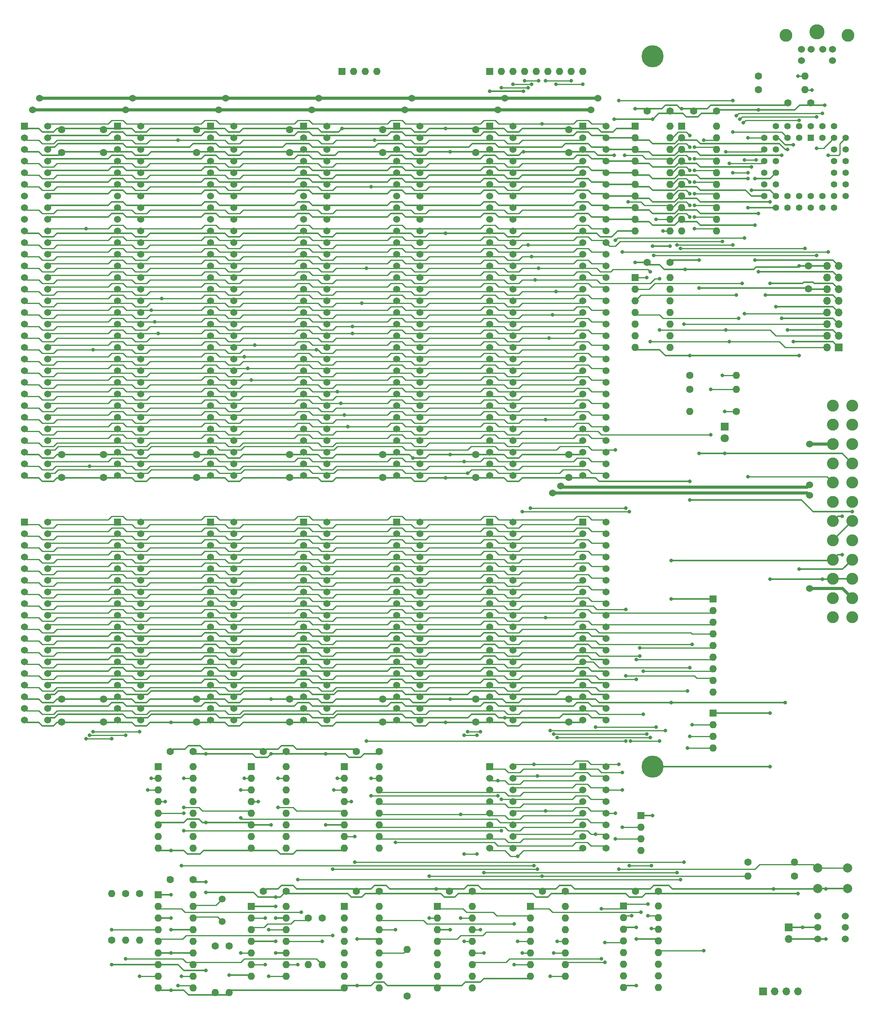
<source format=gbr>
G04 #@! TF.GenerationSoftware,KiCad,Pcbnew,(5.1.8)-1*
G04 #@! TF.CreationDate,2021-12-28T18:56:52-07:00*
G04 #@! TF.ProjectId,Multi,4d756c74-692e-46b6-9963-61645f706362,rev?*
G04 #@! TF.SameCoordinates,Original*
G04 #@! TF.FileFunction,Copper,L1,Top*
G04 #@! TF.FilePolarity,Positive*
%FSLAX46Y46*%
G04 Gerber Fmt 4.6, Leading zero omitted, Abs format (unit mm)*
G04 Created by KiCad (PCBNEW (5.1.8)-1) date 2021-12-28 18:56:52*
%MOMM*%
%LPD*%
G01*
G04 APERTURE LIST*
G04 #@! TA.AperFunction,ComponentPad*
%ADD10R,1.600000X1.600000*%
G04 #@! TD*
G04 #@! TA.AperFunction,ComponentPad*
%ADD11O,1.600000X1.600000*%
G04 #@! TD*
G04 #@! TA.AperFunction,ComponentPad*
%ADD12C,1.600000*%
G04 #@! TD*
G04 #@! TA.AperFunction,ComponentPad*
%ADD13C,1.524000*%
G04 #@! TD*
G04 #@! TA.AperFunction,ComponentPad*
%ADD14R,1.524000X1.524000*%
G04 #@! TD*
G04 #@! TA.AperFunction,ComponentPad*
%ADD15C,4.826000*%
G04 #@! TD*
G04 #@! TA.AperFunction,ComponentPad*
%ADD16O,1.700000X1.700000*%
G04 #@! TD*
G04 #@! TA.AperFunction,ComponentPad*
%ADD17R,1.700000X1.700000*%
G04 #@! TD*
G04 #@! TA.AperFunction,ComponentPad*
%ADD18C,2.000000*%
G04 #@! TD*
G04 #@! TA.AperFunction,ComponentPad*
%ADD19C,1.800000*%
G04 #@! TD*
G04 #@! TA.AperFunction,ComponentPad*
%ADD20R,1.800000X1.800000*%
G04 #@! TD*
G04 #@! TA.AperFunction,ComponentPad*
%ADD21C,2.590800*%
G04 #@! TD*
G04 #@! TA.AperFunction,ComponentPad*
%ADD22C,2.794000*%
G04 #@! TD*
G04 #@! TA.AperFunction,ComponentPad*
%ADD23C,3.302000*%
G04 #@! TD*
G04 #@! TA.AperFunction,ComponentPad*
%ADD24C,1.500000*%
G04 #@! TD*
G04 #@! TA.AperFunction,ComponentPad*
%ADD25R,1.422400X1.422400*%
G04 #@! TD*
G04 #@! TA.AperFunction,ComponentPad*
%ADD26C,1.422400*%
G04 #@! TD*
G04 #@! TA.AperFunction,ViaPad*
%ADD27C,0.800000*%
G04 #@! TD*
G04 #@! TA.AperFunction,Conductor*
%ADD28C,0.330200*%
G04 #@! TD*
G04 #@! TA.AperFunction,Conductor*
%ADD29C,0.250000*%
G04 #@! TD*
G04 #@! TA.AperFunction,Conductor*
%ADD30C,0.635000*%
G04 #@! TD*
G04 #@! TA.AperFunction,Conductor*
%ADD31C,0.304800*%
G04 #@! TD*
G04 APERTURE END LIST*
D10*
G04 #@! TO.P,U15,1*
G04 #@! TO.N,/GND*
X93726000Y-43942000D03*
D11*
G04 #@! TO.P,U15,11*
G04 #@! TO.N,/PORT_0X61_CS*
X101346000Y-66802000D03*
G04 #@! TO.P,U15,2*
G04 #@! TO.N,/D7*
X93726000Y-46482000D03*
G04 #@! TO.P,U15,12*
G04 #@! TO.N,/SPK_GO*
X101346000Y-64262000D03*
G04 #@! TO.P,U15,3*
G04 #@! TO.N,/D6*
X93726000Y-49022000D03*
G04 #@! TO.P,U15,13*
G04 #@! TO.N,/SPK_EN*
X101346000Y-61722000D03*
G04 #@! TO.P,U15,4*
G04 #@! TO.N,/D5*
X93726000Y-51562000D03*
G04 #@! TO.P,U15,14*
G04 #@! TO.N,/P61_2*
X101346000Y-59182000D03*
G04 #@! TO.P,U15,5*
G04 #@! TO.N,/D4*
X93726000Y-54102000D03*
G04 #@! TO.P,U15,15*
G04 #@! TO.N,/P61_3*
X101346000Y-56642000D03*
G04 #@! TO.P,U15,6*
G04 #@! TO.N,/D3*
X93726000Y-56642000D03*
G04 #@! TO.P,U15,16*
G04 #@! TO.N,/P61_4*
X101346000Y-54102000D03*
G04 #@! TO.P,U15,7*
G04 #@! TO.N,/D2*
X93726000Y-59182000D03*
G04 #@! TO.P,U15,17*
G04 #@! TO.N,/NMI_EN*
X101346000Y-51562000D03*
G04 #@! TO.P,U15,8*
G04 #@! TO.N,/D1*
X93726000Y-61722000D03*
G04 #@! TO.P,U15,18*
G04 #@! TO.N,/P61_6*
X101346000Y-49022000D03*
G04 #@! TO.P,U15,9*
G04 #@! TO.N,/D0*
X93726000Y-64262000D03*
G04 #@! TO.P,U15,19*
G04 #@! TO.N,/P61_7*
X101346000Y-46482000D03*
G04 #@! TO.P,U15,10*
G04 #@! TO.N,/GND*
X93726000Y-66802000D03*
G04 #@! TO.P,U15,20*
G04 #@! TO.N,/5+*
X101346000Y-43942000D03*
G04 #@! TD*
G04 #@! TO.P,U2,20*
G04 #@! TO.N,/5+*
X111506000Y-43942000D03*
G04 #@! TO.P,U2,10*
G04 #@! TO.N,/GND*
X103886000Y-66802000D03*
G04 #@! TO.P,U2,19*
G04 #@! TO.N,/PORT_61_RD*
X111506000Y-46482000D03*
G04 #@! TO.P,U2,9*
G04 #@! TO.N,/D0*
X103886000Y-64262000D03*
G04 #@! TO.P,U2,18*
G04 #@! TO.N,/P61_7*
X111506000Y-49022000D03*
G04 #@! TO.P,U2,8*
G04 #@! TO.N,/D1*
X103886000Y-61722000D03*
G04 #@! TO.P,U2,17*
G04 #@! TO.N,/P61_6*
X111506000Y-51562000D03*
G04 #@! TO.P,U2,7*
G04 #@! TO.N,/D2*
X103886000Y-59182000D03*
G04 #@! TO.P,U2,16*
G04 #@! TO.N,/NMI_EN*
X111506000Y-54102000D03*
G04 #@! TO.P,U2,6*
G04 #@! TO.N,/D3*
X103886000Y-56642000D03*
G04 #@! TO.P,U2,15*
G04 #@! TO.N,/P61_4*
X111506000Y-56642000D03*
G04 #@! TO.P,U2,5*
G04 #@! TO.N,/D4*
X103886000Y-54102000D03*
G04 #@! TO.P,U2,14*
G04 #@! TO.N,/P61_3*
X111506000Y-59182000D03*
G04 #@! TO.P,U2,4*
G04 #@! TO.N,/D5*
X103886000Y-51562000D03*
G04 #@! TO.P,U2,13*
G04 #@! TO.N,/P61_2*
X111506000Y-61722000D03*
G04 #@! TO.P,U2,3*
G04 #@! TO.N,/D6*
X103886000Y-49022000D03*
G04 #@! TO.P,U2,12*
G04 #@! TO.N,/SPK_EN*
X111506000Y-64262000D03*
G04 #@! TO.P,U2,2*
G04 #@! TO.N,/D7*
X103886000Y-46482000D03*
G04 #@! TO.P,U2,11*
G04 #@! TO.N,/SPK_GO*
X111506000Y-66802000D03*
D10*
G04 #@! TO.P,U2,1*
G04 #@! TO.N,/GND*
X103886000Y-43942000D03*
G04 #@! TD*
D11*
G04 #@! TO.P,U1,16*
G04 #@! TO.N,/5+*
X98801000Y-214091000D03*
G04 #@! TO.P,U1,8*
G04 #@! TO.N,/GND*
X91181000Y-231871000D03*
G04 #@! TO.P,U1,15*
G04 #@! TO.N,/IO_0061*
X98801000Y-216631000D03*
G04 #@! TO.P,U1,7*
G04 #@! TO.N,Net-(U1-Pad7)*
X91181000Y-229331000D03*
G04 #@! TO.P,U1,14*
G04 #@! TO.N,/IORD*
X98801000Y-219171000D03*
G04 #@! TO.P,U1,6*
G04 #@! TO.N,Net-(U1-Pad6)*
X91181000Y-226791000D03*
G04 #@! TO.P,U1,13*
G04 #@! TO.N,/GND*
X98801000Y-221711000D03*
G04 #@! TO.P,U1,5*
G04 #@! TO.N,Net-(U1-Pad5)*
X91181000Y-224251000D03*
G04 #@! TO.P,U1,12*
G04 #@! TO.N,/PORT_61_RD*
X98801000Y-224251000D03*
G04 #@! TO.P,U1,4*
G04 #@! TO.N,/PORT_0X61_EN*
X91181000Y-221711000D03*
G04 #@! TO.P,U1,11*
G04 #@! TO.N,Net-(U1-Pad11)*
X98801000Y-226791000D03*
G04 #@! TO.P,U1,3*
G04 #@! TO.N,/GND*
X91181000Y-219171000D03*
G04 #@! TO.P,U1,10*
G04 #@! TO.N,Net-(U1-Pad10)*
X98801000Y-229331000D03*
G04 #@! TO.P,U1,2*
G04 #@! TO.N,/IOWR*
X91181000Y-216631000D03*
G04 #@! TO.P,U1,9*
G04 #@! TO.N,Net-(U1-Pad9)*
X98801000Y-231871000D03*
D10*
G04 #@! TO.P,U1,1*
G04 #@! TO.N,/IO_0061*
X91181000Y-214091000D03*
G04 #@! TD*
D12*
G04 #@! TO.P,C34,2*
G04 #@! TO.N,/5+*
X98806000Y-210820000D03*
G04 #@! TO.P,C34,1*
G04 #@! TO.N,/GND*
X93806000Y-210820000D03*
G04 #@! TD*
G04 #@! TO.P,C33,2*
G04 #@! TO.N,/5+*
X111506000Y-40640000D03*
G04 #@! TO.P,C33,1*
G04 #@! TO.N,/GND*
X106506000Y-40640000D03*
G04 #@! TD*
D11*
G04 #@! TO.P,RN5,9*
G04 #@! TO.N,Net-(RN5-Pad9)*
X110744000Y-167386000D03*
G04 #@! TO.P,RN5,8*
G04 #@! TO.N,/DACK0*
X110744000Y-164846000D03*
G04 #@! TO.P,RN5,7*
G04 #@! TO.N,/MASTER*
X110744000Y-162306000D03*
G04 #@! TO.P,RN5,6*
G04 #@! TO.N,/DACK7*
X110744000Y-159766000D03*
G04 #@! TO.P,RN5,5*
G04 #@! TO.N,/DACK6*
X110744000Y-157226000D03*
G04 #@! TO.P,RN5,4*
G04 #@! TO.N,/DACK5*
X110744000Y-154686000D03*
G04 #@! TO.P,RN5,3*
G04 #@! TO.N,/MEMW*
X110744000Y-152146000D03*
G04 #@! TO.P,RN5,2*
G04 #@! TO.N,/MEMR*
X110744000Y-149606000D03*
D10*
G04 #@! TO.P,RN5,1*
G04 #@! TO.N,/5+*
X110744000Y-147066000D03*
G04 #@! TD*
D11*
G04 #@! TO.P,RN4,4*
G04 #@! TO.N,/DRQ7*
X110744000Y-179578000D03*
G04 #@! TO.P,RN4,3*
G04 #@! TO.N,/DRQ6*
X110744000Y-177038000D03*
G04 #@! TO.P,RN4,2*
G04 #@! TO.N,/DRQ5*
X110744000Y-174498000D03*
D10*
G04 #@! TO.P,RN4,1*
G04 #@! TO.N,/GND*
X110744000Y-171958000D03*
G04 #@! TD*
D13*
G04 #@! TO.P,J20,36*
G04 #@! TO.N,/SBHE*
X87376000Y-130302000D03*
G04 #@! TO.P,J20,35*
G04 #@! TO.N,/LA23*
X87376000Y-132842000D03*
G04 #@! TO.P,J20,34*
G04 #@! TO.N,/LA22*
X87376000Y-135382000D03*
G04 #@! TO.P,J20,33*
G04 #@! TO.N,/LA21*
X87376000Y-137922000D03*
G04 #@! TO.P,J20,32*
G04 #@! TO.N,/LA20*
X87376000Y-140462000D03*
G04 #@! TO.P,J20,31*
G04 #@! TO.N,/LA19*
X87376000Y-143002000D03*
G04 #@! TO.P,J20,30*
G04 #@! TO.N,/LA18*
X87376000Y-145542000D03*
G04 #@! TO.P,J20,29*
G04 #@! TO.N,/LA17*
X87376000Y-148082000D03*
G04 #@! TO.P,J20,28*
G04 #@! TO.N,/MEMR*
X87376000Y-150622000D03*
G04 #@! TO.P,J20,27*
G04 #@! TO.N,/MEMW*
X87376000Y-153162000D03*
G04 #@! TO.P,J20,26*
G04 #@! TO.N,/D8*
X87376000Y-155702000D03*
G04 #@! TO.P,J20,25*
G04 #@! TO.N,/D9*
X87376000Y-158242000D03*
G04 #@! TO.P,J20,24*
G04 #@! TO.N,/D10*
X87376000Y-160782000D03*
G04 #@! TO.P,J20,23*
G04 #@! TO.N,/D11*
X87376000Y-163322000D03*
G04 #@! TO.P,J20,22*
G04 #@! TO.N,/D12*
X87376000Y-165862000D03*
G04 #@! TO.P,J20,21*
G04 #@! TO.N,/D13*
X87376000Y-168402000D03*
G04 #@! TO.P,J20,20*
G04 #@! TO.N,/D14*
X87376000Y-170942000D03*
G04 #@! TO.P,J20,19*
G04 #@! TO.N,/D15*
X87376000Y-173482000D03*
G04 #@! TO.P,J20,18*
G04 #@! TO.N,/GND*
X82296000Y-173482000D03*
G04 #@! TO.P,J20,17*
G04 #@! TO.N,/MASTER*
X82296000Y-170942000D03*
G04 #@! TO.P,J20,15*
G04 #@! TO.N,/DRQ7*
X82296000Y-165862000D03*
G04 #@! TO.P,J20,14*
G04 #@! TO.N,/DACK7*
X82296000Y-163322000D03*
G04 #@! TO.P,J20,13*
G04 #@! TO.N,/DRQ6*
X82296000Y-160782000D03*
G04 #@! TO.P,J20,12*
G04 #@! TO.N,/DACK6*
X82296000Y-158242000D03*
G04 #@! TO.P,J20,11*
G04 #@! TO.N,/DRQ5*
X82296000Y-155702000D03*
G04 #@! TO.P,J20,10*
G04 #@! TO.N,/DACK5*
X82296000Y-153162000D03*
G04 #@! TO.P,J20,9*
G04 #@! TO.N,/DRQ0*
X82296000Y-150622000D03*
G04 #@! TO.P,J20,16*
G04 #@! TO.N,/5+*
X82296000Y-168402000D03*
D14*
G04 #@! TO.P,J20,1*
G04 #@! TO.N,/MEMCS16*
X82296000Y-130302000D03*
D13*
G04 #@! TO.P,J20,2*
G04 #@! TO.N,/IOCS16*
X82296000Y-132842000D03*
G04 #@! TO.P,J20,3*
G04 #@! TO.N,/IRQ10*
X82296000Y-135382000D03*
G04 #@! TO.P,J20,4*
G04 #@! TO.N,/IRQ11*
X82296000Y-137922000D03*
G04 #@! TO.P,J20,5*
G04 #@! TO.N,/IRQ12*
X82296000Y-140462000D03*
G04 #@! TO.P,J20,6*
G04 #@! TO.N,/IRQ15*
X82296000Y-143002000D03*
G04 #@! TO.P,J20,7*
G04 #@! TO.N,/IRQ14*
X82296000Y-145542000D03*
G04 #@! TO.P,J20,8*
G04 #@! TO.N,/DACK0*
X82296000Y-148082000D03*
G04 #@! TD*
G04 #@! TO.P,J19,36*
G04 #@! TO.N,/SBHE*
X67056000Y-130302000D03*
G04 #@! TO.P,J19,35*
G04 #@! TO.N,/LA23*
X67056000Y-132842000D03*
G04 #@! TO.P,J19,34*
G04 #@! TO.N,/LA22*
X67056000Y-135382000D03*
G04 #@! TO.P,J19,33*
G04 #@! TO.N,/LA21*
X67056000Y-137922000D03*
G04 #@! TO.P,J19,32*
G04 #@! TO.N,/LA20*
X67056000Y-140462000D03*
G04 #@! TO.P,J19,31*
G04 #@! TO.N,/LA19*
X67056000Y-143002000D03*
G04 #@! TO.P,J19,30*
G04 #@! TO.N,/LA18*
X67056000Y-145542000D03*
G04 #@! TO.P,J19,29*
G04 #@! TO.N,/LA17*
X67056000Y-148082000D03*
G04 #@! TO.P,J19,28*
G04 #@! TO.N,/MEMR*
X67056000Y-150622000D03*
G04 #@! TO.P,J19,27*
G04 #@! TO.N,/MEMW*
X67056000Y-153162000D03*
G04 #@! TO.P,J19,26*
G04 #@! TO.N,/D8*
X67056000Y-155702000D03*
G04 #@! TO.P,J19,25*
G04 #@! TO.N,/D9*
X67056000Y-158242000D03*
G04 #@! TO.P,J19,24*
G04 #@! TO.N,/D10*
X67056000Y-160782000D03*
G04 #@! TO.P,J19,23*
G04 #@! TO.N,/D11*
X67056000Y-163322000D03*
G04 #@! TO.P,J19,22*
G04 #@! TO.N,/D12*
X67056000Y-165862000D03*
G04 #@! TO.P,J19,21*
G04 #@! TO.N,/D13*
X67056000Y-168402000D03*
G04 #@! TO.P,J19,20*
G04 #@! TO.N,/D14*
X67056000Y-170942000D03*
G04 #@! TO.P,J19,19*
G04 #@! TO.N,/D15*
X67056000Y-173482000D03*
G04 #@! TO.P,J19,18*
G04 #@! TO.N,/GND*
X61976000Y-173482000D03*
G04 #@! TO.P,J19,17*
G04 #@! TO.N,/MASTER*
X61976000Y-170942000D03*
G04 #@! TO.P,J19,15*
G04 #@! TO.N,/DRQ7*
X61976000Y-165862000D03*
G04 #@! TO.P,J19,14*
G04 #@! TO.N,/DACK7*
X61976000Y-163322000D03*
G04 #@! TO.P,J19,13*
G04 #@! TO.N,/DRQ6*
X61976000Y-160782000D03*
G04 #@! TO.P,J19,12*
G04 #@! TO.N,/DACK6*
X61976000Y-158242000D03*
G04 #@! TO.P,J19,11*
G04 #@! TO.N,/DRQ5*
X61976000Y-155702000D03*
G04 #@! TO.P,J19,10*
G04 #@! TO.N,/DACK5*
X61976000Y-153162000D03*
G04 #@! TO.P,J19,9*
G04 #@! TO.N,/DRQ0*
X61976000Y-150622000D03*
G04 #@! TO.P,J19,16*
G04 #@! TO.N,/5+*
X61976000Y-168402000D03*
D14*
G04 #@! TO.P,J19,1*
G04 #@! TO.N,/MEMCS16*
X61976000Y-130302000D03*
D13*
G04 #@! TO.P,J19,2*
G04 #@! TO.N,/IOCS16*
X61976000Y-132842000D03*
G04 #@! TO.P,J19,3*
G04 #@! TO.N,/IRQ10*
X61976000Y-135382000D03*
G04 #@! TO.P,J19,4*
G04 #@! TO.N,/IRQ11*
X61976000Y-137922000D03*
G04 #@! TO.P,J19,5*
G04 #@! TO.N,/IRQ12*
X61976000Y-140462000D03*
G04 #@! TO.P,J19,6*
G04 #@! TO.N,/IRQ15*
X61976000Y-143002000D03*
G04 #@! TO.P,J19,7*
G04 #@! TO.N,/IRQ14*
X61976000Y-145542000D03*
G04 #@! TO.P,J19,8*
G04 #@! TO.N,/DACK0*
X61976000Y-148082000D03*
G04 #@! TD*
G04 #@! TO.P,J18,36*
G04 #@! TO.N,/SBHE*
X46736000Y-130302000D03*
G04 #@! TO.P,J18,35*
G04 #@! TO.N,/LA23*
X46736000Y-132842000D03*
G04 #@! TO.P,J18,34*
G04 #@! TO.N,/LA22*
X46736000Y-135382000D03*
G04 #@! TO.P,J18,33*
G04 #@! TO.N,/LA21*
X46736000Y-137922000D03*
G04 #@! TO.P,J18,32*
G04 #@! TO.N,/LA20*
X46736000Y-140462000D03*
G04 #@! TO.P,J18,31*
G04 #@! TO.N,/LA19*
X46736000Y-143002000D03*
G04 #@! TO.P,J18,30*
G04 #@! TO.N,/LA18*
X46736000Y-145542000D03*
G04 #@! TO.P,J18,29*
G04 #@! TO.N,/LA17*
X46736000Y-148082000D03*
G04 #@! TO.P,J18,28*
G04 #@! TO.N,/MEMR*
X46736000Y-150622000D03*
G04 #@! TO.P,J18,27*
G04 #@! TO.N,/MEMW*
X46736000Y-153162000D03*
G04 #@! TO.P,J18,26*
G04 #@! TO.N,/D8*
X46736000Y-155702000D03*
G04 #@! TO.P,J18,25*
G04 #@! TO.N,/D9*
X46736000Y-158242000D03*
G04 #@! TO.P,J18,24*
G04 #@! TO.N,/D10*
X46736000Y-160782000D03*
G04 #@! TO.P,J18,23*
G04 #@! TO.N,/D11*
X46736000Y-163322000D03*
G04 #@! TO.P,J18,22*
G04 #@! TO.N,/D12*
X46736000Y-165862000D03*
G04 #@! TO.P,J18,21*
G04 #@! TO.N,/D13*
X46736000Y-168402000D03*
G04 #@! TO.P,J18,20*
G04 #@! TO.N,/D14*
X46736000Y-170942000D03*
G04 #@! TO.P,J18,19*
G04 #@! TO.N,/D15*
X46736000Y-173482000D03*
G04 #@! TO.P,J18,18*
G04 #@! TO.N,/GND*
X41656000Y-173482000D03*
G04 #@! TO.P,J18,17*
G04 #@! TO.N,/MASTER*
X41656000Y-170942000D03*
G04 #@! TO.P,J18,15*
G04 #@! TO.N,/DRQ7*
X41656000Y-165862000D03*
G04 #@! TO.P,J18,14*
G04 #@! TO.N,/DACK7*
X41656000Y-163322000D03*
G04 #@! TO.P,J18,13*
G04 #@! TO.N,/DRQ6*
X41656000Y-160782000D03*
G04 #@! TO.P,J18,12*
G04 #@! TO.N,/DACK6*
X41656000Y-158242000D03*
G04 #@! TO.P,J18,11*
G04 #@! TO.N,/DRQ5*
X41656000Y-155702000D03*
G04 #@! TO.P,J18,10*
G04 #@! TO.N,/DACK5*
X41656000Y-153162000D03*
G04 #@! TO.P,J18,9*
G04 #@! TO.N,/DRQ0*
X41656000Y-150622000D03*
G04 #@! TO.P,J18,16*
G04 #@! TO.N,/5+*
X41656000Y-168402000D03*
D14*
G04 #@! TO.P,J18,1*
G04 #@! TO.N,/MEMCS16*
X41656000Y-130302000D03*
D13*
G04 #@! TO.P,J18,2*
G04 #@! TO.N,/IOCS16*
X41656000Y-132842000D03*
G04 #@! TO.P,J18,3*
G04 #@! TO.N,/IRQ10*
X41656000Y-135382000D03*
G04 #@! TO.P,J18,4*
G04 #@! TO.N,/IRQ11*
X41656000Y-137922000D03*
G04 #@! TO.P,J18,5*
G04 #@! TO.N,/IRQ12*
X41656000Y-140462000D03*
G04 #@! TO.P,J18,6*
G04 #@! TO.N,/IRQ15*
X41656000Y-143002000D03*
G04 #@! TO.P,J18,7*
G04 #@! TO.N,/IRQ14*
X41656000Y-145542000D03*
G04 #@! TO.P,J18,8*
G04 #@! TO.N,/DACK0*
X41656000Y-148082000D03*
G04 #@! TD*
G04 #@! TO.P,J17,36*
G04 #@! TO.N,/SBHE*
X26416000Y-130302000D03*
G04 #@! TO.P,J17,35*
G04 #@! TO.N,/LA23*
X26416000Y-132842000D03*
G04 #@! TO.P,J17,34*
G04 #@! TO.N,/LA22*
X26416000Y-135382000D03*
G04 #@! TO.P,J17,33*
G04 #@! TO.N,/LA21*
X26416000Y-137922000D03*
G04 #@! TO.P,J17,32*
G04 #@! TO.N,/LA20*
X26416000Y-140462000D03*
G04 #@! TO.P,J17,31*
G04 #@! TO.N,/LA19*
X26416000Y-143002000D03*
G04 #@! TO.P,J17,30*
G04 #@! TO.N,/LA18*
X26416000Y-145542000D03*
G04 #@! TO.P,J17,29*
G04 #@! TO.N,/LA17*
X26416000Y-148082000D03*
G04 #@! TO.P,J17,28*
G04 #@! TO.N,/MEMR*
X26416000Y-150622000D03*
G04 #@! TO.P,J17,27*
G04 #@! TO.N,/MEMW*
X26416000Y-153162000D03*
G04 #@! TO.P,J17,26*
G04 #@! TO.N,/D8*
X26416000Y-155702000D03*
G04 #@! TO.P,J17,25*
G04 #@! TO.N,/D9*
X26416000Y-158242000D03*
G04 #@! TO.P,J17,24*
G04 #@! TO.N,/D10*
X26416000Y-160782000D03*
G04 #@! TO.P,J17,23*
G04 #@! TO.N,/D11*
X26416000Y-163322000D03*
G04 #@! TO.P,J17,22*
G04 #@! TO.N,/D12*
X26416000Y-165862000D03*
G04 #@! TO.P,J17,21*
G04 #@! TO.N,/D13*
X26416000Y-168402000D03*
G04 #@! TO.P,J17,20*
G04 #@! TO.N,/D14*
X26416000Y-170942000D03*
G04 #@! TO.P,J17,19*
G04 #@! TO.N,/D15*
X26416000Y-173482000D03*
G04 #@! TO.P,J17,18*
G04 #@! TO.N,/GND*
X21336000Y-173482000D03*
G04 #@! TO.P,J17,17*
G04 #@! TO.N,/MASTER*
X21336000Y-170942000D03*
G04 #@! TO.P,J17,15*
G04 #@! TO.N,/DRQ7*
X21336000Y-165862000D03*
G04 #@! TO.P,J17,14*
G04 #@! TO.N,/DACK7*
X21336000Y-163322000D03*
G04 #@! TO.P,J17,13*
G04 #@! TO.N,/DRQ6*
X21336000Y-160782000D03*
G04 #@! TO.P,J17,12*
G04 #@! TO.N,/DACK6*
X21336000Y-158242000D03*
G04 #@! TO.P,J17,11*
G04 #@! TO.N,/DRQ5*
X21336000Y-155702000D03*
G04 #@! TO.P,J17,10*
G04 #@! TO.N,/DACK5*
X21336000Y-153162000D03*
G04 #@! TO.P,J17,9*
G04 #@! TO.N,/DRQ0*
X21336000Y-150622000D03*
G04 #@! TO.P,J17,16*
G04 #@! TO.N,/5+*
X21336000Y-168402000D03*
D14*
G04 #@! TO.P,J17,1*
G04 #@! TO.N,/MEMCS16*
X21336000Y-130302000D03*
D13*
G04 #@! TO.P,J17,2*
G04 #@! TO.N,/IOCS16*
X21336000Y-132842000D03*
G04 #@! TO.P,J17,3*
G04 #@! TO.N,/IRQ10*
X21336000Y-135382000D03*
G04 #@! TO.P,J17,4*
G04 #@! TO.N,/IRQ11*
X21336000Y-137922000D03*
G04 #@! TO.P,J17,5*
G04 #@! TO.N,/IRQ12*
X21336000Y-140462000D03*
G04 #@! TO.P,J17,6*
G04 #@! TO.N,/IRQ15*
X21336000Y-143002000D03*
G04 #@! TO.P,J17,7*
G04 #@! TO.N,/IRQ14*
X21336000Y-145542000D03*
G04 #@! TO.P,J17,8*
G04 #@! TO.N,/DACK0*
X21336000Y-148082000D03*
G04 #@! TD*
G04 #@! TO.P,J16,36*
G04 #@! TO.N,/SBHE*
X6096000Y-130302000D03*
G04 #@! TO.P,J16,35*
G04 #@! TO.N,/LA23*
X6096000Y-132842000D03*
G04 #@! TO.P,J16,34*
G04 #@! TO.N,/LA22*
X6096000Y-135382000D03*
G04 #@! TO.P,J16,33*
G04 #@! TO.N,/LA21*
X6096000Y-137922000D03*
G04 #@! TO.P,J16,32*
G04 #@! TO.N,/LA20*
X6096000Y-140462000D03*
G04 #@! TO.P,J16,31*
G04 #@! TO.N,/LA19*
X6096000Y-143002000D03*
G04 #@! TO.P,J16,30*
G04 #@! TO.N,/LA18*
X6096000Y-145542000D03*
G04 #@! TO.P,J16,29*
G04 #@! TO.N,/LA17*
X6096000Y-148082000D03*
G04 #@! TO.P,J16,28*
G04 #@! TO.N,/MEMR*
X6096000Y-150622000D03*
G04 #@! TO.P,J16,27*
G04 #@! TO.N,/MEMW*
X6096000Y-153162000D03*
G04 #@! TO.P,J16,26*
G04 #@! TO.N,/D8*
X6096000Y-155702000D03*
G04 #@! TO.P,J16,25*
G04 #@! TO.N,/D9*
X6096000Y-158242000D03*
G04 #@! TO.P,J16,24*
G04 #@! TO.N,/D10*
X6096000Y-160782000D03*
G04 #@! TO.P,J16,23*
G04 #@! TO.N,/D11*
X6096000Y-163322000D03*
G04 #@! TO.P,J16,22*
G04 #@! TO.N,/D12*
X6096000Y-165862000D03*
G04 #@! TO.P,J16,21*
G04 #@! TO.N,/D13*
X6096000Y-168402000D03*
G04 #@! TO.P,J16,20*
G04 #@! TO.N,/D14*
X6096000Y-170942000D03*
G04 #@! TO.P,J16,19*
G04 #@! TO.N,/D15*
X6096000Y-173482000D03*
G04 #@! TO.P,J16,18*
G04 #@! TO.N,/GND*
X1016000Y-173482000D03*
G04 #@! TO.P,J16,17*
G04 #@! TO.N,/MASTER*
X1016000Y-170942000D03*
G04 #@! TO.P,J16,15*
G04 #@! TO.N,/DRQ7*
X1016000Y-165862000D03*
G04 #@! TO.P,J16,14*
G04 #@! TO.N,/DACK7*
X1016000Y-163322000D03*
G04 #@! TO.P,J16,13*
G04 #@! TO.N,/DRQ6*
X1016000Y-160782000D03*
G04 #@! TO.P,J16,12*
G04 #@! TO.N,/DACK6*
X1016000Y-158242000D03*
G04 #@! TO.P,J16,11*
G04 #@! TO.N,/DRQ5*
X1016000Y-155702000D03*
G04 #@! TO.P,J16,10*
G04 #@! TO.N,/DACK5*
X1016000Y-153162000D03*
G04 #@! TO.P,J16,9*
G04 #@! TO.N,/DRQ0*
X1016000Y-150622000D03*
G04 #@! TO.P,J16,16*
G04 #@! TO.N,/5+*
X1016000Y-168402000D03*
D14*
G04 #@! TO.P,J16,1*
G04 #@! TO.N,/MEMCS16*
X1016000Y-130302000D03*
D13*
G04 #@! TO.P,J16,2*
G04 #@! TO.N,/IOCS16*
X1016000Y-132842000D03*
G04 #@! TO.P,J16,3*
G04 #@! TO.N,/IRQ10*
X1016000Y-135382000D03*
G04 #@! TO.P,J16,4*
G04 #@! TO.N,/IRQ11*
X1016000Y-137922000D03*
G04 #@! TO.P,J16,5*
G04 #@! TO.N,/IRQ12*
X1016000Y-140462000D03*
G04 #@! TO.P,J16,6*
G04 #@! TO.N,/IRQ15*
X1016000Y-143002000D03*
G04 #@! TO.P,J16,7*
G04 #@! TO.N,/IRQ14*
X1016000Y-145542000D03*
G04 #@! TO.P,J16,8*
G04 #@! TO.N,/DACK0*
X1016000Y-148082000D03*
G04 #@! TD*
G04 #@! TO.P,J15,36*
G04 #@! TO.N,/SBHE*
X-14224000Y-130302000D03*
G04 #@! TO.P,J15,35*
G04 #@! TO.N,/LA23*
X-14224000Y-132842000D03*
G04 #@! TO.P,J15,34*
G04 #@! TO.N,/LA22*
X-14224000Y-135382000D03*
G04 #@! TO.P,J15,33*
G04 #@! TO.N,/LA21*
X-14224000Y-137922000D03*
G04 #@! TO.P,J15,32*
G04 #@! TO.N,/LA20*
X-14224000Y-140462000D03*
G04 #@! TO.P,J15,31*
G04 #@! TO.N,/LA19*
X-14224000Y-143002000D03*
G04 #@! TO.P,J15,30*
G04 #@! TO.N,/LA18*
X-14224000Y-145542000D03*
G04 #@! TO.P,J15,29*
G04 #@! TO.N,/LA17*
X-14224000Y-148082000D03*
G04 #@! TO.P,J15,28*
G04 #@! TO.N,/MEMR*
X-14224000Y-150622000D03*
G04 #@! TO.P,J15,27*
G04 #@! TO.N,/MEMW*
X-14224000Y-153162000D03*
G04 #@! TO.P,J15,26*
G04 #@! TO.N,/D8*
X-14224000Y-155702000D03*
G04 #@! TO.P,J15,25*
G04 #@! TO.N,/D9*
X-14224000Y-158242000D03*
G04 #@! TO.P,J15,24*
G04 #@! TO.N,/D10*
X-14224000Y-160782000D03*
G04 #@! TO.P,J15,23*
G04 #@! TO.N,/D11*
X-14224000Y-163322000D03*
G04 #@! TO.P,J15,22*
G04 #@! TO.N,/D12*
X-14224000Y-165862000D03*
G04 #@! TO.P,J15,21*
G04 #@! TO.N,/D13*
X-14224000Y-168402000D03*
G04 #@! TO.P,J15,20*
G04 #@! TO.N,/D14*
X-14224000Y-170942000D03*
G04 #@! TO.P,J15,19*
G04 #@! TO.N,/D15*
X-14224000Y-173482000D03*
G04 #@! TO.P,J15,18*
G04 #@! TO.N,/GND*
X-19304000Y-173482000D03*
G04 #@! TO.P,J15,17*
G04 #@! TO.N,/MASTER*
X-19304000Y-170942000D03*
G04 #@! TO.P,J15,15*
G04 #@! TO.N,/DRQ7*
X-19304000Y-165862000D03*
G04 #@! TO.P,J15,14*
G04 #@! TO.N,/DACK7*
X-19304000Y-163322000D03*
G04 #@! TO.P,J15,13*
G04 #@! TO.N,/DRQ6*
X-19304000Y-160782000D03*
G04 #@! TO.P,J15,12*
G04 #@! TO.N,/DACK6*
X-19304000Y-158242000D03*
G04 #@! TO.P,J15,11*
G04 #@! TO.N,/DRQ5*
X-19304000Y-155702000D03*
G04 #@! TO.P,J15,10*
G04 #@! TO.N,/DACK5*
X-19304000Y-153162000D03*
G04 #@! TO.P,J15,9*
G04 #@! TO.N,/DRQ0*
X-19304000Y-150622000D03*
G04 #@! TO.P,J15,16*
G04 #@! TO.N,/5+*
X-19304000Y-168402000D03*
D14*
G04 #@! TO.P,J15,1*
G04 #@! TO.N,/MEMCS16*
X-19304000Y-130302000D03*
D13*
G04 #@! TO.P,J15,2*
G04 #@! TO.N,/IOCS16*
X-19304000Y-132842000D03*
G04 #@! TO.P,J15,3*
G04 #@! TO.N,/IRQ10*
X-19304000Y-135382000D03*
G04 #@! TO.P,J15,4*
G04 #@! TO.N,/IRQ11*
X-19304000Y-137922000D03*
G04 #@! TO.P,J15,5*
G04 #@! TO.N,/IRQ12*
X-19304000Y-140462000D03*
G04 #@! TO.P,J15,6*
G04 #@! TO.N,/IRQ15*
X-19304000Y-143002000D03*
G04 #@! TO.P,J15,7*
G04 #@! TO.N,/IRQ14*
X-19304000Y-145542000D03*
G04 #@! TO.P,J15,8*
G04 #@! TO.N,/DACK0*
X-19304000Y-148082000D03*
G04 #@! TD*
G04 #@! TO.P,J4,36*
G04 #@! TO.N,/SBHE*
X-34544000Y-130302000D03*
G04 #@! TO.P,J4,35*
G04 #@! TO.N,/LA23*
X-34544000Y-132842000D03*
G04 #@! TO.P,J4,34*
G04 #@! TO.N,/LA22*
X-34544000Y-135382000D03*
G04 #@! TO.P,J4,33*
G04 #@! TO.N,/LA21*
X-34544000Y-137922000D03*
G04 #@! TO.P,J4,32*
G04 #@! TO.N,/LA20*
X-34544000Y-140462000D03*
G04 #@! TO.P,J4,31*
G04 #@! TO.N,/LA19*
X-34544000Y-143002000D03*
G04 #@! TO.P,J4,30*
G04 #@! TO.N,/LA18*
X-34544000Y-145542000D03*
G04 #@! TO.P,J4,29*
G04 #@! TO.N,/LA17*
X-34544000Y-148082000D03*
G04 #@! TO.P,J4,28*
G04 #@! TO.N,/MEMR*
X-34544000Y-150622000D03*
G04 #@! TO.P,J4,27*
G04 #@! TO.N,/MEMW*
X-34544000Y-153162000D03*
G04 #@! TO.P,J4,26*
G04 #@! TO.N,/D8*
X-34544000Y-155702000D03*
G04 #@! TO.P,J4,25*
G04 #@! TO.N,/D9*
X-34544000Y-158242000D03*
G04 #@! TO.P,J4,24*
G04 #@! TO.N,/D10*
X-34544000Y-160782000D03*
G04 #@! TO.P,J4,23*
G04 #@! TO.N,/D11*
X-34544000Y-163322000D03*
G04 #@! TO.P,J4,22*
G04 #@! TO.N,/D12*
X-34544000Y-165862000D03*
G04 #@! TO.P,J4,21*
G04 #@! TO.N,/D13*
X-34544000Y-168402000D03*
G04 #@! TO.P,J4,20*
G04 #@! TO.N,/D14*
X-34544000Y-170942000D03*
G04 #@! TO.P,J4,19*
G04 #@! TO.N,/D15*
X-34544000Y-173482000D03*
G04 #@! TO.P,J4,18*
G04 #@! TO.N,/GND*
X-39624000Y-173482000D03*
G04 #@! TO.P,J4,17*
G04 #@! TO.N,/MASTER*
X-39624000Y-170942000D03*
G04 #@! TO.P,J4,15*
G04 #@! TO.N,/DRQ7*
X-39624000Y-165862000D03*
G04 #@! TO.P,J4,14*
G04 #@! TO.N,/DACK7*
X-39624000Y-163322000D03*
G04 #@! TO.P,J4,13*
G04 #@! TO.N,/DRQ6*
X-39624000Y-160782000D03*
G04 #@! TO.P,J4,12*
G04 #@! TO.N,/DACK6*
X-39624000Y-158242000D03*
G04 #@! TO.P,J4,11*
G04 #@! TO.N,/DRQ5*
X-39624000Y-155702000D03*
G04 #@! TO.P,J4,10*
G04 #@! TO.N,/DACK5*
X-39624000Y-153162000D03*
G04 #@! TO.P,J4,9*
G04 #@! TO.N,/DRQ0*
X-39624000Y-150622000D03*
G04 #@! TO.P,J4,16*
G04 #@! TO.N,/5+*
X-39624000Y-168402000D03*
D14*
G04 #@! TO.P,J4,1*
G04 #@! TO.N,/MEMCS16*
X-39624000Y-130302000D03*
D13*
G04 #@! TO.P,J4,2*
G04 #@! TO.N,/IOCS16*
X-39624000Y-132842000D03*
G04 #@! TO.P,J4,3*
G04 #@! TO.N,/IRQ10*
X-39624000Y-135382000D03*
G04 #@! TO.P,J4,4*
G04 #@! TO.N,/IRQ11*
X-39624000Y-137922000D03*
G04 #@! TO.P,J4,5*
G04 #@! TO.N,/IRQ12*
X-39624000Y-140462000D03*
G04 #@! TO.P,J4,6*
G04 #@! TO.N,/IRQ15*
X-39624000Y-143002000D03*
G04 #@! TO.P,J4,7*
G04 #@! TO.N,/IRQ14*
X-39624000Y-145542000D03*
G04 #@! TO.P,J4,8*
G04 #@! TO.N,/DACK0*
X-39624000Y-148082000D03*
G04 #@! TD*
D12*
G04 #@! TO.P,C32,2*
G04 #@! TO.N,/5+*
X58928000Y-168910000D03*
G04 #@! TO.P,C32,1*
G04 #@! TO.N,/GND*
X58928000Y-173910000D03*
G04 #@! TD*
G04 #@! TO.P,C31,2*
G04 #@! TO.N,/5+*
X38608000Y-168910000D03*
G04 #@! TO.P,C31,1*
G04 #@! TO.N,/GND*
X38608000Y-173910000D03*
G04 #@! TD*
G04 #@! TO.P,C30,2*
G04 #@! TO.N,/5+*
X-2032000Y-168910000D03*
G04 #@! TO.P,C30,1*
G04 #@! TO.N,/GND*
X-2032000Y-173910000D03*
G04 #@! TD*
G04 #@! TO.P,C21,2*
G04 #@! TO.N,/5+*
X79248000Y-168910000D03*
G04 #@! TO.P,C21,1*
G04 #@! TO.N,/GND*
X79248000Y-173910000D03*
G04 #@! TD*
G04 #@! TO.P,C20,2*
G04 #@! TO.N,/5+*
X-31496000Y-168910000D03*
G04 #@! TO.P,C20,1*
G04 #@! TO.N,/GND*
X-31496000Y-173910000D03*
G04 #@! TD*
G04 #@! TO.P,C19,2*
G04 #@! TO.N,/5+*
X18288000Y-168910000D03*
G04 #@! TO.P,C19,1*
G04 #@! TO.N,/GND*
X18288000Y-173910000D03*
G04 #@! TD*
G04 #@! TO.P,C18,2*
G04 #@! TO.N,/5+*
X-22352000Y-168910000D03*
G04 #@! TO.P,C18,1*
G04 #@! TO.N,/GND*
X-22352000Y-173910000D03*
G04 #@! TD*
D11*
G04 #@! TO.P,RN3,4*
G04 #@! TO.N,/NMI_EN*
X94996000Y-201930000D03*
G04 #@! TO.P,RN3,3*
G04 #@! TO.N,/DRQ0*
X94996000Y-199390000D03*
G04 #@! TO.P,RN3,2*
G04 #@! TO.N,/HOLD*
X94996000Y-196850000D03*
D10*
G04 #@! TO.P,RN3,1*
G04 #@! TO.N,/GND*
X94996000Y-194310000D03*
G04 #@! TD*
D13*
G04 #@! TO.P,R,1*
G04 #@! TO.N,/12+*
X-36322000Y-37846000D03*
G04 #@! TD*
G04 #@! TO.P,R,1*
G04 #@! TO.N,/12-*
X-37846000Y-40386000D03*
G04 #@! TD*
G04 #@! TO.P,R,1*
G04 #@! TO.N,/12+*
X-16002000Y-37846000D03*
G04 #@! TD*
G04 #@! TO.P,R,1*
G04 #@! TO.N,/12-*
X-17526000Y-40386000D03*
G04 #@! TD*
G04 #@! TO.P,R,1*
G04 #@! TO.N,/12+*
X4318000Y-37846000D03*
G04 #@! TD*
G04 #@! TO.P,R,1*
G04 #@! TO.N,/12-*
X2794000Y-40386000D03*
G04 #@! TD*
D12*
G04 #@! TO.P,C17,2*
G04 #@! TO.N,/5+*
X-2032000Y-49704000D03*
G04 #@! TO.P,C17,1*
G04 #@! TO.N,/GND*
X-2032000Y-44704000D03*
G04 #@! TD*
G04 #@! TO.P,C16,2*
G04 #@! TO.N,/5+*
X-2032000Y-115570000D03*
G04 #@! TO.P,C16,1*
G04 #@! TO.N,/GND*
X-2032000Y-120570000D03*
G04 #@! TD*
G04 #@! TO.P,C15,2*
G04 #@! TO.N,/5+*
X-22352000Y-49704000D03*
G04 #@! TO.P,C15,1*
G04 #@! TO.N,/GND*
X-22352000Y-44704000D03*
G04 #@! TD*
G04 #@! TO.P,C14,2*
G04 #@! TO.N,/5+*
X18288000Y-115570000D03*
G04 #@! TO.P,C14,1*
G04 #@! TO.N,/GND*
X18288000Y-120570000D03*
G04 #@! TD*
G04 #@! TO.P,C13,2*
G04 #@! TO.N,/5+*
X18288000Y-49704000D03*
G04 #@! TO.P,C13,1*
G04 #@! TO.N,/GND*
X18288000Y-44704000D03*
G04 #@! TD*
G04 #@! TO.P,C11,2*
G04 #@! TO.N,/5+*
X-22352000Y-115570000D03*
G04 #@! TO.P,C11,1*
G04 #@! TO.N,/GND*
X-22352000Y-120570000D03*
G04 #@! TD*
G04 #@! TO.P,C27,2*
G04 #@! TO.N,/5+*
X-31496000Y-115570000D03*
G04 #@! TO.P,C27,1*
G04 #@! TO.N,/GND*
X-31496000Y-120570000D03*
G04 #@! TD*
D13*
G04 #@! TO.P,J14,62*
G04 #@! TO.N,/A0*
X6096000Y-120142000D03*
G04 #@! TO.P,J14,61*
G04 #@! TO.N,/A1*
X6096000Y-117602000D03*
G04 #@! TO.P,J14,60*
G04 #@! TO.N,/A2*
X6096000Y-115062000D03*
G04 #@! TO.P,J14,59*
G04 #@! TO.N,/A3*
X6096000Y-112522000D03*
G04 #@! TO.P,J14,58*
G04 #@! TO.N,/A4*
X6096000Y-109982000D03*
G04 #@! TO.P,J14,57*
G04 #@! TO.N,/A5*
X6096000Y-107442000D03*
G04 #@! TO.P,J14,56*
G04 #@! TO.N,/A6*
X6096000Y-104902000D03*
G04 #@! TO.P,J14,55*
G04 #@! TO.N,/A7*
X6096000Y-102362000D03*
G04 #@! TO.P,J14,54*
G04 #@! TO.N,/A8*
X6096000Y-99822000D03*
G04 #@! TO.P,J14,53*
G04 #@! TO.N,/A9*
X6096000Y-97282000D03*
G04 #@! TO.P,J14,52*
G04 #@! TO.N,/A10*
X6096000Y-94742000D03*
G04 #@! TO.P,J14,51*
G04 #@! TO.N,/A11*
X6096000Y-92202000D03*
G04 #@! TO.P,J14,50*
G04 #@! TO.N,/A12*
X6096000Y-89662000D03*
G04 #@! TO.P,J14,49*
G04 #@! TO.N,/A13*
X6096000Y-87122000D03*
G04 #@! TO.P,J14,48*
G04 #@! TO.N,/A14*
X6096000Y-84582000D03*
G04 #@! TO.P,J14,47*
G04 #@! TO.N,/A15*
X6096000Y-82042000D03*
G04 #@! TO.P,J14,46*
G04 #@! TO.N,/A16*
X6096000Y-79502000D03*
G04 #@! TO.P,J14,45*
G04 #@! TO.N,/A17*
X6096000Y-76962000D03*
G04 #@! TO.P,J14,44*
G04 #@! TO.N,/A18*
X6096000Y-74422000D03*
G04 #@! TO.P,J14,43*
G04 #@! TO.N,/A19*
X6096000Y-71882000D03*
G04 #@! TO.P,J14,42*
G04 #@! TO.N,/AEN*
X6096000Y-69342000D03*
G04 #@! TO.P,J14,41*
G04 #@! TO.N,/RDY1*
X6096000Y-66802000D03*
G04 #@! TO.P,J14,40*
G04 #@! TO.N,/D0*
X6096000Y-64262000D03*
G04 #@! TO.P,J14,39*
G04 #@! TO.N,/D1*
X6096000Y-61722000D03*
G04 #@! TO.P,J14,38*
G04 #@! TO.N,/D2*
X6096000Y-59182000D03*
G04 #@! TO.P,J14,37*
G04 #@! TO.N,/D3*
X6096000Y-56642000D03*
G04 #@! TO.P,J14,36*
G04 #@! TO.N,/D4*
X6096000Y-54102000D03*
G04 #@! TO.P,J14,35*
G04 #@! TO.N,/D5*
X6096000Y-51562000D03*
G04 #@! TO.P,J14,34*
G04 #@! TO.N,/D6*
X6096000Y-49022000D03*
G04 #@! TO.P,J14,33*
G04 #@! TO.N,/D7*
X6096000Y-46482000D03*
G04 #@! TO.P,J14,32*
G04 #@! TO.N,/CH_CK*
X6096000Y-43942000D03*
G04 #@! TO.P,J14,31*
G04 #@! TO.N,/GND*
X1016000Y-120142000D03*
G04 #@! TO.P,J14,30*
G04 #@! TO.N,/OSC88*
X1016000Y-117602000D03*
G04 #@! TO.P,J14,29*
G04 #@! TO.N,/5+*
X1016000Y-115062000D03*
G04 #@! TO.P,J14,28*
G04 #@! TO.N,/ALE*
X1016000Y-112522000D03*
G04 #@! TO.P,J14,27*
G04 #@! TO.N,/TC*
X1016000Y-109982000D03*
G04 #@! TO.P,J14,26*
G04 #@! TO.N,/DACK2*
X1016000Y-107442000D03*
G04 #@! TO.P,J14,25*
G04 #@! TO.N,/IRQ3*
X1016000Y-104902000D03*
G04 #@! TO.P,J14,24*
G04 #@! TO.N,/IRQ4*
X1016000Y-102362000D03*
G04 #@! TO.P,J14,23*
G04 #@! TO.N,/IRQ5*
X1016000Y-99822000D03*
G04 #@! TO.P,J14,22*
G04 #@! TO.N,/IRQ6*
X1016000Y-97282000D03*
G04 #@! TO.P,J14,21*
G04 #@! TO.N,/IRQ7*
X1016000Y-94742000D03*
G04 #@! TO.P,J14,20*
G04 #@! TO.N,/CLK88*
X1016000Y-92202000D03*
G04 #@! TO.P,J14,19*
G04 #@! TO.N,/REFRQ*
X1016000Y-89662000D03*
G04 #@! TO.P,J14,18*
G04 #@! TO.N,/DRQ1*
X1016000Y-87122000D03*
G04 #@! TO.P,J14,17*
G04 #@! TO.N,/DACK1*
X1016000Y-84582000D03*
G04 #@! TO.P,J14,16*
G04 #@! TO.N,/DRQ3*
X1016000Y-82042000D03*
G04 #@! TO.P,J14,15*
G04 #@! TO.N,/DACK3*
X1016000Y-79502000D03*
G04 #@! TO.P,J14,14*
G04 #@! TO.N,/IORD*
X1016000Y-76962000D03*
G04 #@! TO.P,J14,13*
G04 #@! TO.N,/IOWR*
X1016000Y-74422000D03*
G04 #@! TO.P,J14,12*
G04 #@! TO.N,/MRD*
X1016000Y-71882000D03*
G04 #@! TO.P,J14,11*
G04 #@! TO.N,/MWR*
X1016000Y-69342000D03*
G04 #@! TO.P,J14,10*
G04 #@! TO.N,/GND*
X1016000Y-66802000D03*
G04 #@! TO.P,J14,9*
G04 #@! TO.N,/12+*
X1016000Y-64262000D03*
G04 #@! TO.P,J14,8*
G04 #@! TO.N,/NC*
X1016000Y-61722000D03*
G04 #@! TO.P,J14,7*
G04 #@! TO.N,/12-*
X1016000Y-59182000D03*
G04 #@! TO.P,J14,6*
G04 #@! TO.N,/DRQ2*
X1016000Y-56642000D03*
G04 #@! TO.P,J14,5*
G04 #@! TO.N,/5-*
X1016000Y-54102000D03*
G04 #@! TO.P,J14,4*
G04 #@! TO.N,/IRQ9*
X1016000Y-51562000D03*
G04 #@! TO.P,J14,3*
G04 #@! TO.N,/5+*
X1016000Y-49022000D03*
G04 #@! TO.P,J14,2*
G04 #@! TO.N,/RESOUT*
X1016000Y-46482000D03*
D14*
G04 #@! TO.P,J14,1*
G04 #@! TO.N,/GND*
X1016000Y-43942000D03*
G04 #@! TD*
D13*
G04 #@! TO.P,J13,62*
G04 #@! TO.N,/A0*
X-14224000Y-120142000D03*
G04 #@! TO.P,J13,61*
G04 #@! TO.N,/A1*
X-14224000Y-117602000D03*
G04 #@! TO.P,J13,60*
G04 #@! TO.N,/A2*
X-14224000Y-115062000D03*
G04 #@! TO.P,J13,59*
G04 #@! TO.N,/A3*
X-14224000Y-112522000D03*
G04 #@! TO.P,J13,58*
G04 #@! TO.N,/A4*
X-14224000Y-109982000D03*
G04 #@! TO.P,J13,57*
G04 #@! TO.N,/A5*
X-14224000Y-107442000D03*
G04 #@! TO.P,J13,56*
G04 #@! TO.N,/A6*
X-14224000Y-104902000D03*
G04 #@! TO.P,J13,55*
G04 #@! TO.N,/A7*
X-14224000Y-102362000D03*
G04 #@! TO.P,J13,54*
G04 #@! TO.N,/A8*
X-14224000Y-99822000D03*
G04 #@! TO.P,J13,53*
G04 #@! TO.N,/A9*
X-14224000Y-97282000D03*
G04 #@! TO.P,J13,52*
G04 #@! TO.N,/A10*
X-14224000Y-94742000D03*
G04 #@! TO.P,J13,51*
G04 #@! TO.N,/A11*
X-14224000Y-92202000D03*
G04 #@! TO.P,J13,50*
G04 #@! TO.N,/A12*
X-14224000Y-89662000D03*
G04 #@! TO.P,J13,49*
G04 #@! TO.N,/A13*
X-14224000Y-87122000D03*
G04 #@! TO.P,J13,48*
G04 #@! TO.N,/A14*
X-14224000Y-84582000D03*
G04 #@! TO.P,J13,47*
G04 #@! TO.N,/A15*
X-14224000Y-82042000D03*
G04 #@! TO.P,J13,46*
G04 #@! TO.N,/A16*
X-14224000Y-79502000D03*
G04 #@! TO.P,J13,45*
G04 #@! TO.N,/A17*
X-14224000Y-76962000D03*
G04 #@! TO.P,J13,44*
G04 #@! TO.N,/A18*
X-14224000Y-74422000D03*
G04 #@! TO.P,J13,43*
G04 #@! TO.N,/A19*
X-14224000Y-71882000D03*
G04 #@! TO.P,J13,42*
G04 #@! TO.N,/AEN*
X-14224000Y-69342000D03*
G04 #@! TO.P,J13,41*
G04 #@! TO.N,/RDY1*
X-14224000Y-66802000D03*
G04 #@! TO.P,J13,40*
G04 #@! TO.N,/D0*
X-14224000Y-64262000D03*
G04 #@! TO.P,J13,39*
G04 #@! TO.N,/D1*
X-14224000Y-61722000D03*
G04 #@! TO.P,J13,38*
G04 #@! TO.N,/D2*
X-14224000Y-59182000D03*
G04 #@! TO.P,J13,37*
G04 #@! TO.N,/D3*
X-14224000Y-56642000D03*
G04 #@! TO.P,J13,36*
G04 #@! TO.N,/D4*
X-14224000Y-54102000D03*
G04 #@! TO.P,J13,35*
G04 #@! TO.N,/D5*
X-14224000Y-51562000D03*
G04 #@! TO.P,J13,34*
G04 #@! TO.N,/D6*
X-14224000Y-49022000D03*
G04 #@! TO.P,J13,33*
G04 #@! TO.N,/D7*
X-14224000Y-46482000D03*
G04 #@! TO.P,J13,32*
G04 #@! TO.N,/CH_CK*
X-14224000Y-43942000D03*
G04 #@! TO.P,J13,31*
G04 #@! TO.N,/GND*
X-19304000Y-120142000D03*
G04 #@! TO.P,J13,30*
G04 #@! TO.N,/OSC88*
X-19304000Y-117602000D03*
G04 #@! TO.P,J13,29*
G04 #@! TO.N,/5+*
X-19304000Y-115062000D03*
G04 #@! TO.P,J13,28*
G04 #@! TO.N,/ALE*
X-19304000Y-112522000D03*
G04 #@! TO.P,J13,27*
G04 #@! TO.N,/TC*
X-19304000Y-109982000D03*
G04 #@! TO.P,J13,26*
G04 #@! TO.N,/DACK2*
X-19304000Y-107442000D03*
G04 #@! TO.P,J13,25*
G04 #@! TO.N,/IRQ3*
X-19304000Y-104902000D03*
G04 #@! TO.P,J13,24*
G04 #@! TO.N,/IRQ4*
X-19304000Y-102362000D03*
G04 #@! TO.P,J13,23*
G04 #@! TO.N,/IRQ5*
X-19304000Y-99822000D03*
G04 #@! TO.P,J13,22*
G04 #@! TO.N,/IRQ6*
X-19304000Y-97282000D03*
G04 #@! TO.P,J13,21*
G04 #@! TO.N,/IRQ7*
X-19304000Y-94742000D03*
G04 #@! TO.P,J13,20*
G04 #@! TO.N,/CLK88*
X-19304000Y-92202000D03*
G04 #@! TO.P,J13,19*
G04 #@! TO.N,/REFRQ*
X-19304000Y-89662000D03*
G04 #@! TO.P,J13,18*
G04 #@! TO.N,/DRQ1*
X-19304000Y-87122000D03*
G04 #@! TO.P,J13,17*
G04 #@! TO.N,/DACK1*
X-19304000Y-84582000D03*
G04 #@! TO.P,J13,16*
G04 #@! TO.N,/DRQ3*
X-19304000Y-82042000D03*
G04 #@! TO.P,J13,15*
G04 #@! TO.N,/DACK3*
X-19304000Y-79502000D03*
G04 #@! TO.P,J13,14*
G04 #@! TO.N,/IORD*
X-19304000Y-76962000D03*
G04 #@! TO.P,J13,13*
G04 #@! TO.N,/IOWR*
X-19304000Y-74422000D03*
G04 #@! TO.P,J13,12*
G04 #@! TO.N,/MRD*
X-19304000Y-71882000D03*
G04 #@! TO.P,J13,11*
G04 #@! TO.N,/MWR*
X-19304000Y-69342000D03*
G04 #@! TO.P,J13,10*
G04 #@! TO.N,/GND*
X-19304000Y-66802000D03*
G04 #@! TO.P,J13,9*
G04 #@! TO.N,/12+*
X-19304000Y-64262000D03*
G04 #@! TO.P,J13,8*
G04 #@! TO.N,/NC*
X-19304000Y-61722000D03*
G04 #@! TO.P,J13,7*
G04 #@! TO.N,/12-*
X-19304000Y-59182000D03*
G04 #@! TO.P,J13,6*
G04 #@! TO.N,/DRQ2*
X-19304000Y-56642000D03*
G04 #@! TO.P,J13,5*
G04 #@! TO.N,/5-*
X-19304000Y-54102000D03*
G04 #@! TO.P,J13,4*
G04 #@! TO.N,/IRQ9*
X-19304000Y-51562000D03*
G04 #@! TO.P,J13,3*
G04 #@! TO.N,/5+*
X-19304000Y-49022000D03*
G04 #@! TO.P,J13,2*
G04 #@! TO.N,/RESOUT*
X-19304000Y-46482000D03*
D14*
G04 #@! TO.P,J13,1*
G04 #@! TO.N,/GND*
X-19304000Y-43942000D03*
G04 #@! TD*
D13*
G04 #@! TO.P,J12,62*
G04 #@! TO.N,/A0*
X-34544000Y-120142000D03*
G04 #@! TO.P,J12,61*
G04 #@! TO.N,/A1*
X-34544000Y-117602000D03*
G04 #@! TO.P,J12,60*
G04 #@! TO.N,/A2*
X-34544000Y-115062000D03*
G04 #@! TO.P,J12,59*
G04 #@! TO.N,/A3*
X-34544000Y-112522000D03*
G04 #@! TO.P,J12,58*
G04 #@! TO.N,/A4*
X-34544000Y-109982000D03*
G04 #@! TO.P,J12,57*
G04 #@! TO.N,/A5*
X-34544000Y-107442000D03*
G04 #@! TO.P,J12,56*
G04 #@! TO.N,/A6*
X-34544000Y-104902000D03*
G04 #@! TO.P,J12,55*
G04 #@! TO.N,/A7*
X-34544000Y-102362000D03*
G04 #@! TO.P,J12,54*
G04 #@! TO.N,/A8*
X-34544000Y-99822000D03*
G04 #@! TO.P,J12,53*
G04 #@! TO.N,/A9*
X-34544000Y-97282000D03*
G04 #@! TO.P,J12,52*
G04 #@! TO.N,/A10*
X-34544000Y-94742000D03*
G04 #@! TO.P,J12,51*
G04 #@! TO.N,/A11*
X-34544000Y-92202000D03*
G04 #@! TO.P,J12,50*
G04 #@! TO.N,/A12*
X-34544000Y-89662000D03*
G04 #@! TO.P,J12,49*
G04 #@! TO.N,/A13*
X-34544000Y-87122000D03*
G04 #@! TO.P,J12,48*
G04 #@! TO.N,/A14*
X-34544000Y-84582000D03*
G04 #@! TO.P,J12,47*
G04 #@! TO.N,/A15*
X-34544000Y-82042000D03*
G04 #@! TO.P,J12,46*
G04 #@! TO.N,/A16*
X-34544000Y-79502000D03*
G04 #@! TO.P,J12,45*
G04 #@! TO.N,/A17*
X-34544000Y-76962000D03*
G04 #@! TO.P,J12,44*
G04 #@! TO.N,/A18*
X-34544000Y-74422000D03*
G04 #@! TO.P,J12,43*
G04 #@! TO.N,/A19*
X-34544000Y-71882000D03*
G04 #@! TO.P,J12,42*
G04 #@! TO.N,/AEN*
X-34544000Y-69342000D03*
G04 #@! TO.P,J12,41*
G04 #@! TO.N,/RDY1*
X-34544000Y-66802000D03*
G04 #@! TO.P,J12,40*
G04 #@! TO.N,/D0*
X-34544000Y-64262000D03*
G04 #@! TO.P,J12,39*
G04 #@! TO.N,/D1*
X-34544000Y-61722000D03*
G04 #@! TO.P,J12,38*
G04 #@! TO.N,/D2*
X-34544000Y-59182000D03*
G04 #@! TO.P,J12,37*
G04 #@! TO.N,/D3*
X-34544000Y-56642000D03*
G04 #@! TO.P,J12,36*
G04 #@! TO.N,/D4*
X-34544000Y-54102000D03*
G04 #@! TO.P,J12,35*
G04 #@! TO.N,/D5*
X-34544000Y-51562000D03*
G04 #@! TO.P,J12,34*
G04 #@! TO.N,/D6*
X-34544000Y-49022000D03*
G04 #@! TO.P,J12,33*
G04 #@! TO.N,/D7*
X-34544000Y-46482000D03*
G04 #@! TO.P,J12,32*
G04 #@! TO.N,/CH_CK*
X-34544000Y-43942000D03*
G04 #@! TO.P,J12,31*
G04 #@! TO.N,/GND*
X-39624000Y-120142000D03*
G04 #@! TO.P,J12,30*
G04 #@! TO.N,/OSC88*
X-39624000Y-117602000D03*
G04 #@! TO.P,J12,29*
G04 #@! TO.N,/5+*
X-39624000Y-115062000D03*
G04 #@! TO.P,J12,28*
G04 #@! TO.N,/ALE*
X-39624000Y-112522000D03*
G04 #@! TO.P,J12,27*
G04 #@! TO.N,/TC*
X-39624000Y-109982000D03*
G04 #@! TO.P,J12,26*
G04 #@! TO.N,/DACK2*
X-39624000Y-107442000D03*
G04 #@! TO.P,J12,25*
G04 #@! TO.N,/IRQ3*
X-39624000Y-104902000D03*
G04 #@! TO.P,J12,24*
G04 #@! TO.N,/IRQ4*
X-39624000Y-102362000D03*
G04 #@! TO.P,J12,23*
G04 #@! TO.N,/IRQ5*
X-39624000Y-99822000D03*
G04 #@! TO.P,J12,22*
G04 #@! TO.N,/IRQ6*
X-39624000Y-97282000D03*
G04 #@! TO.P,J12,21*
G04 #@! TO.N,/IRQ7*
X-39624000Y-94742000D03*
G04 #@! TO.P,J12,20*
G04 #@! TO.N,/CLK88*
X-39624000Y-92202000D03*
G04 #@! TO.P,J12,19*
G04 #@! TO.N,/REFRQ*
X-39624000Y-89662000D03*
G04 #@! TO.P,J12,18*
G04 #@! TO.N,/DRQ1*
X-39624000Y-87122000D03*
G04 #@! TO.P,J12,17*
G04 #@! TO.N,/DACK1*
X-39624000Y-84582000D03*
G04 #@! TO.P,J12,16*
G04 #@! TO.N,/DRQ3*
X-39624000Y-82042000D03*
G04 #@! TO.P,J12,15*
G04 #@! TO.N,/DACK3*
X-39624000Y-79502000D03*
G04 #@! TO.P,J12,14*
G04 #@! TO.N,/IORD*
X-39624000Y-76962000D03*
G04 #@! TO.P,J12,13*
G04 #@! TO.N,/IOWR*
X-39624000Y-74422000D03*
G04 #@! TO.P,J12,12*
G04 #@! TO.N,/MRD*
X-39624000Y-71882000D03*
G04 #@! TO.P,J12,11*
G04 #@! TO.N,/MWR*
X-39624000Y-69342000D03*
G04 #@! TO.P,J12,10*
G04 #@! TO.N,/GND*
X-39624000Y-66802000D03*
G04 #@! TO.P,J12,9*
G04 #@! TO.N,/12+*
X-39624000Y-64262000D03*
G04 #@! TO.P,J12,8*
G04 #@! TO.N,/NC*
X-39624000Y-61722000D03*
G04 #@! TO.P,J12,7*
G04 #@! TO.N,/12-*
X-39624000Y-59182000D03*
G04 #@! TO.P,J12,6*
G04 #@! TO.N,/DRQ2*
X-39624000Y-56642000D03*
G04 #@! TO.P,J12,5*
G04 #@! TO.N,/5-*
X-39624000Y-54102000D03*
G04 #@! TO.P,J12,4*
G04 #@! TO.N,/IRQ9*
X-39624000Y-51562000D03*
G04 #@! TO.P,J12,3*
G04 #@! TO.N,/5+*
X-39624000Y-49022000D03*
G04 #@! TO.P,J12,2*
G04 #@! TO.N,/RESOUT*
X-39624000Y-46482000D03*
D14*
G04 #@! TO.P,J12,1*
G04 #@! TO.N,/GND*
X-39624000Y-43942000D03*
G04 #@! TD*
D13*
G04 #@! TO.P,J11,16*
G04 #@! TO.N,/RESET*
X67056000Y-183642000D03*
G04 #@! TO.P,J11,15*
G04 #@! TO.N,/READY*
X67056000Y-186182000D03*
D14*
G04 #@! TO.P,J11,1*
G04 #@! TO.N,/IRQ1*
X61976000Y-183642000D03*
D13*
G04 #@! TO.P,J11,2*
G04 #@! TO.N,/IO_000X*
X61976000Y-186182000D03*
G04 #@! TO.P,J11,3*
G04 #@! TO.N,/IO_002X*
X61976000Y-188722000D03*
G04 #@! TO.P,J11,4*
G04 #@! TO.N,/IO_004X*
X61976000Y-191262000D03*
G04 #@! TO.P,J11,5*
G04 #@! TO.N,/IO_006X*
X61976000Y-193802000D03*
G04 #@! TO.P,J11,6*
G04 #@! TO.N,/IO_008X*
X61976000Y-196342000D03*
G04 #@! TO.P,J11,7*
G04 #@! TO.N,/IO_00AX*
X61976000Y-198882000D03*
G04 #@! TO.P,J11,8*
G04 #@! TO.N,/NMI*
X61976000Y-201422000D03*
G04 #@! TO.P,J11,9*
G04 #@! TO.N,/SPK_OUT*
X67056000Y-201422000D03*
G04 #@! TO.P,J11,10*
G04 #@! TO.N,/SPK_GO*
X67056000Y-198882000D03*
G04 #@! TO.P,J11,11*
G04 #@! TO.N,/HF_PCLK*
X67056000Y-196342000D03*
G04 #@! TO.P,J11,12*
G04 #@! TO.N,/DRQ0*
X67056000Y-193802000D03*
G04 #@! TO.P,J11,13*
G04 #@! TO.N,/HOLDA*
X67056000Y-191262000D03*
G04 #@! TO.P,J11,14*
G04 #@! TO.N,/HOLD*
X67056000Y-188722000D03*
G04 #@! TD*
D15*
G04 #@! TO.P,REF\u002A\u002A,*
G04 #@! TO.N,/GND*
X97536000Y-183642000D03*
G04 #@! TD*
D11*
G04 #@! TO.P,RN1,4*
G04 #@! TO.N,/DRQ2*
X37338000Y-32004000D03*
G04 #@! TO.P,RN1,3*
G04 #@! TO.N,/DRQ3*
X34798000Y-32004000D03*
G04 #@! TO.P,RN1,2*
G04 #@! TO.N,/DRQ1*
X32258000Y-32004000D03*
D10*
G04 #@! TO.P,RN1,1*
G04 #@! TO.N,/GND*
X29718000Y-32004000D03*
G04 #@! TD*
D11*
G04 #@! TO.P,R13,2*
G04 #@! TO.N,/TC*
X115824000Y-101346000D03*
D12*
G04 #@! TO.P,R13,1*
G04 #@! TO.N,/GND*
X105664000Y-101346000D03*
G04 #@! TD*
D11*
G04 #@! TO.P,R12,2*
G04 #@! TO.N,/AEN*
X115824000Y-98298000D03*
D12*
G04 #@! TO.P,R12,1*
G04 #@! TO.N,/GND*
X105664000Y-98298000D03*
G04 #@! TD*
D11*
G04 #@! TO.P,RN2,9*
G04 #@! TO.N,/DACK3*
X82296000Y-32004000D03*
G04 #@! TO.P,RN2,8*
G04 #@! TO.N,/DACK2*
X79756000Y-32004000D03*
G04 #@! TO.P,RN2,7*
G04 #@! TO.N,/DACK1*
X77216000Y-32004000D03*
G04 #@! TO.P,RN2,6*
G04 #@! TO.N,/REFRQ*
X74676000Y-32004000D03*
G04 #@! TO.P,RN2,5*
G04 #@! TO.N,/IORD*
X72136000Y-32004000D03*
G04 #@! TO.P,RN2,4*
G04 #@! TO.N,/IOWR*
X69596000Y-32004000D03*
G04 #@! TO.P,RN2,3*
G04 #@! TO.N,/MRD*
X67056000Y-32004000D03*
G04 #@! TO.P,RN2,2*
G04 #@! TO.N,/MWR*
X64516000Y-32004000D03*
D10*
G04 #@! TO.P,RN2,1*
G04 #@! TO.N,/5+*
X61976000Y-32004000D03*
G04 #@! TD*
D13*
G04 #@! TO.P,R,1*
G04 #@! TO.N,/12+*
X131826000Y-113284000D03*
G04 #@! TD*
G04 #@! TO.P,R,1*
G04 #@! TO.N,/12+*
X131826000Y-122174000D03*
G04 #@! TD*
G04 #@! TO.P,R,1*
G04 #@! TO.N,/12-*
X131826000Y-144780000D03*
G04 #@! TD*
G04 #@! TO.P,R,1*
G04 #@! TO.N,/12-*
X131826000Y-124460000D03*
G04 #@! TD*
D11*
G04 #@! TO.P,R9,2*
G04 #@! TO.N,/T1*
X130810000Y-36040000D03*
D12*
G04 #@! TO.P,R9,1*
G04 #@! TO.N,/5+*
X120650000Y-36040000D03*
G04 #@! TD*
D11*
G04 #@! TO.P,R8,2*
G04 #@! TO.N,/T0*
X130810000Y-33020000D03*
D12*
G04 #@! TO.P,R8,1*
G04 #@! TO.N,/5+*
X120650000Y-33020000D03*
G04 #@! TD*
D11*
G04 #@! TO.P,R7,2*
G04 #@! TO.N,/CH_CK*
X118364000Y-207518000D03*
D12*
G04 #@! TO.P,R7,1*
G04 #@! TO.N,/5+*
X128524000Y-207518000D03*
G04 #@! TD*
D11*
G04 #@! TO.P,R6,2*
G04 #@! TO.N,/RDY1*
X-20574000Y-211328000D03*
D12*
G04 #@! TO.P,R6,1*
G04 #@! TO.N,/5+*
X-20574000Y-221488000D03*
G04 #@! TD*
D13*
G04 #@! TO.P,R,1*
G04 #@! TO.N,/12-*
X75692000Y-123952000D03*
G04 #@! TD*
G04 #@! TO.P,R,1*
G04 #@! TO.N,/12+*
X77470000Y-122428000D03*
G04 #@! TD*
D12*
G04 #@! TO.P,C10,2*
G04 #@! TO.N,/5+*
X131572000Y-79422000D03*
G04 #@! TO.P,C10,1*
G04 #@! TO.N,/GND*
X131572000Y-74422000D03*
G04 #@! TD*
G04 #@! TO.P,C9,2*
G04 #@! TO.N,/5+*
X132080000Y-38862000D03*
G04 #@! TO.P,C9,1*
G04 #@! TO.N,/GND*
X127080000Y-38862000D03*
G04 #@! TD*
D11*
G04 #@! TO.P,R4,2*
G04 #@! TO.N,/GND*
X2032000Y-232918000D03*
D12*
G04 #@! TO.P,R4,1*
G04 #@! TO.N,/X1_8284*
X2032000Y-222758000D03*
G04 #@! TD*
D11*
G04 #@! TO.P,R2,2*
G04 #@! TO.N,/GND*
X5080000Y-232918000D03*
D12*
G04 #@! TO.P,R2,1*
G04 #@! TO.N,/X2_8284*
X5080000Y-222758000D03*
G04 #@! TD*
D11*
G04 #@! TO.P,R18,2*
G04 #@! TO.N,/CLK*
X-14478000Y-221488000D03*
D12*
G04 #@! TO.P,R18,1*
G04 #@! TO.N,/CLK88*
X-14478000Y-211328000D03*
G04 #@! TD*
D11*
G04 #@! TO.P,R17,2*
G04 #@! TO.N,/PCLK*
X22352000Y-226822000D03*
D12*
G04 #@! TO.P,R17,1*
G04 #@! TO.N,/PCLK88*
X22352000Y-216662000D03*
G04 #@! TD*
D11*
G04 #@! TO.P,R14,2*
G04 #@! TO.N,/OSC*
X-17526000Y-221488000D03*
D12*
G04 #@! TO.P,R14,1*
G04 #@! TO.N,/OSC88*
X-17526000Y-211328000D03*
G04 #@! TD*
D11*
G04 #@! TO.P,R5,2*
G04 #@! TO.N,/RESET*
X128524000Y-204470000D03*
D12*
G04 #@! TO.P,R5,1*
G04 #@! TO.N,/POWER_GOOD*
X118364000Y-204470000D03*
G04 #@! TD*
D11*
G04 #@! TO.P,R3,2*
G04 #@! TO.N,/OSC*
X25400000Y-226822000D03*
D12*
G04 #@! TO.P,R3,1*
G04 #@! TO.N,/OSC88HF*
X25400000Y-216662000D03*
G04 #@! TD*
D11*
G04 #@! TO.P,U3,2*
G04 #@! TO.N,/SPK_PIN*
X43942000Y-223520000D03*
D12*
G04 #@! TO.P,U3,1*
G04 #@! TO.N,/SPK_PIN_O*
X43942000Y-233680000D03*
G04 #@! TD*
D16*
G04 #@! TO.P,J6,2*
G04 #@! TO.N,/GND*
X127254000Y-221234000D03*
D17*
G04 #@! TO.P,J6,1*
G04 #@! TO.N,/POWER_ON*
X127254000Y-218694000D03*
G04 #@! TD*
D16*
G04 #@! TO.P,J3,4*
G04 #@! TO.N,/5+*
X129286000Y-232664000D03*
G04 #@! TO.P,J3,3*
G04 #@! TO.N,/GND*
X126746000Y-232664000D03*
G04 #@! TO.P,J3,2*
G04 #@! TO.N,Net-(J3-Pad2)*
X124206000Y-232664000D03*
D17*
G04 #@! TO.P,J3,1*
G04 #@! TO.N,/SPK_PIN_O*
X121666000Y-232664000D03*
G04 #@! TD*
D12*
G04 #@! TO.P,C1,2*
G04 #@! TO.N,/5+*
X101346000Y-73660000D03*
G04 #@! TO.P,C1,1*
G04 #@! TO.N,/GND*
X96346000Y-73660000D03*
G04 #@! TD*
D11*
G04 #@! TO.P,U117,16*
G04 #@! TO.N,/5+*
X37846000Y-214122000D03*
G04 #@! TO.P,U117,8*
G04 #@! TO.N,/GND*
X30226000Y-231902000D03*
G04 #@! TO.P,U117,15*
G04 #@! TO.N,/SPK_EN_*
X37846000Y-216662000D03*
G04 #@! TO.P,U117,7*
G04 #@! TO.N,Net-(U117-Pad7)*
X30226000Y-229362000D03*
G04 #@! TO.P,U117,14*
G04 #@! TO.N,/SPK_OUT*
X37846000Y-219202000D03*
G04 #@! TO.P,U117,6*
G04 #@! TO.N,Net-(U117-Pad6)*
X30226000Y-226822000D03*
G04 #@! TO.P,U117,13*
G04 #@! TO.N,/GND*
X37846000Y-221742000D03*
G04 #@! TO.P,U117,5*
G04 #@! TO.N,Net-(U117-Pad5)*
X30226000Y-224282000D03*
G04 #@! TO.P,U117,12*
G04 #@! TO.N,/SPK_PIN*
X37846000Y-224282000D03*
G04 #@! TO.P,U117,4*
G04 #@! TO.N,Net-(U117-Pad4)*
X30226000Y-221742000D03*
G04 #@! TO.P,U117,11*
G04 #@! TO.N,Net-(U117-Pad11)*
X37846000Y-226822000D03*
G04 #@! TO.P,U117,3*
G04 #@! TO.N,Net-(U117-Pad3)*
X30226000Y-219202000D03*
G04 #@! TO.P,U117,10*
G04 #@! TO.N,Net-(U117-Pad10)*
X37846000Y-229362000D03*
G04 #@! TO.P,U117,2*
G04 #@! TO.N,Net-(U117-Pad2)*
X30226000Y-216662000D03*
G04 #@! TO.P,U117,9*
G04 #@! TO.N,Net-(U117-Pad9)*
X37846000Y-231902000D03*
D10*
G04 #@! TO.P,U117,1*
G04 #@! TO.N,Net-(U117-Pad1)*
X30226000Y-214122000D03*
G04 #@! TD*
D13*
G04 #@! TO.P,J10,16*
G04 #@! TO.N,/RESET*
X87376000Y-183642000D03*
G04 #@! TO.P,J10,15*
G04 #@! TO.N,/READY*
X87376000Y-186182000D03*
D14*
G04 #@! TO.P,J10,1*
G04 #@! TO.N,/IRQ1*
X82296000Y-183642000D03*
D13*
G04 #@! TO.P,J10,2*
G04 #@! TO.N,/IO_000X*
X82296000Y-186182000D03*
G04 #@! TO.P,J10,3*
G04 #@! TO.N,/IO_002X*
X82296000Y-188722000D03*
G04 #@! TO.P,J10,4*
G04 #@! TO.N,/IO_004X*
X82296000Y-191262000D03*
G04 #@! TO.P,J10,5*
G04 #@! TO.N,/IO_006X*
X82296000Y-193802000D03*
G04 #@! TO.P,J10,6*
G04 #@! TO.N,/IO_008X*
X82296000Y-196342000D03*
G04 #@! TO.P,J10,7*
G04 #@! TO.N,/IO_00AX*
X82296000Y-198882000D03*
G04 #@! TO.P,J10,8*
G04 #@! TO.N,/NMI*
X82296000Y-201422000D03*
G04 #@! TO.P,J10,9*
G04 #@! TO.N,/SPK_OUT*
X87376000Y-201422000D03*
G04 #@! TO.P,J10,10*
G04 #@! TO.N,/SPK_GO*
X87376000Y-198882000D03*
G04 #@! TO.P,J10,11*
G04 #@! TO.N,/HF_PCLK*
X87376000Y-196342000D03*
G04 #@! TO.P,J10,12*
G04 #@! TO.N,/DRQ0*
X87376000Y-193802000D03*
G04 #@! TO.P,J10,13*
G04 #@! TO.N,/HOLDA*
X87376000Y-191262000D03*
G04 #@! TO.P,J10,14*
G04 #@! TO.N,/HOLD*
X87376000Y-188722000D03*
G04 #@! TD*
D18*
G04 #@! TO.P,SW1,1*
G04 #@! TO.N,/RESET*
X140104000Y-205740000D03*
G04 #@! TO.P,SW1,2*
G04 #@! TO.N,/GND*
X140104000Y-210240000D03*
G04 #@! TO.P,SW1,1*
G04 #@! TO.N,/RESET*
X133604000Y-205740000D03*
G04 #@! TO.P,SW1,2*
G04 #@! TO.N,/GND*
X133604000Y-210240000D03*
G04 #@! TD*
D11*
G04 #@! TO.P,R1,2*
G04 #@! TO.N,/GND*
X105664000Y-106172000D03*
D12*
G04 #@! TO.P,R1,1*
G04 #@! TO.N,/LED_GND*
X115824000Y-106172000D03*
G04 #@! TD*
D19*
G04 #@! TO.P,D1,2*
G04 #@! TO.N,/5+*
X113284000Y-112014000D03*
D20*
G04 #@! TO.P,D1,1*
G04 #@! TO.N,/LED_GND*
X113284000Y-109474000D03*
G04 #@! TD*
D12*
G04 #@! TO.P,C7,2*
G04 #@! TO.N,/5+*
X101346000Y-40640000D03*
G04 #@! TO.P,C7,1*
G04 #@! TO.N,/GND*
X96346000Y-40640000D03*
G04 #@! TD*
D13*
G04 #@! TO.P,8x8mm1,6*
G04 #@! TO.N,Net-(8x8mm1-Pad6)*
X139604000Y-216234000D03*
G04 #@! TO.P,8x8mm1,5*
G04 #@! TO.N,Net-(8x8mm1-Pad5)*
X139604000Y-218734000D03*
G04 #@! TO.P,8x8mm1,4*
G04 #@! TO.N,Net-(8x8mm1-Pad4)*
X139604000Y-221234000D03*
G04 #@! TO.P,8x8mm1,3*
G04 #@! TO.N,/GND*
X133604000Y-221234000D03*
G04 #@! TO.P,8x8mm1,2*
G04 #@! TO.N,/POWER_ON*
X133604000Y-218734000D03*
G04 #@! TO.P,8x8mm1,1*
G04 #@! TO.N,Net-(8x8mm1-Pad1)*
X133604000Y-216234000D03*
G04 #@! TD*
D21*
G04 #@! TO.P,ATXPOWER1,14*
G04 #@! TO.N,/12-*
X141106000Y-146902000D03*
G04 #@! TO.P,ATXPOWER1,13*
G04 #@! TO.N,Net-(ATXPOWER1-Pad13)*
X141106000Y-151102000D03*
G04 #@! TO.P,ATXPOWER1,15*
G04 #@! TO.N,/GND*
X141106000Y-142702000D03*
G04 #@! TO.P,ATXPOWER1,24*
G04 #@! TO.N,Net-(ATXPOWER1-Pad24)*
X141106000Y-104902000D03*
G04 #@! TO.P,ATXPOWER1,23*
G04 #@! TO.N,Net-(ATXPOWER1-Pad23)*
X141106000Y-109102000D03*
G04 #@! TO.P,ATXPOWER1,22*
G04 #@! TO.N,Net-(ATXPOWER1-Pad22)*
X141106000Y-113302000D03*
G04 #@! TO.P,ATXPOWER1,21*
G04 #@! TO.N,/5+*
X141106000Y-117502000D03*
G04 #@! TO.P,ATXPOWER1,18*
G04 #@! TO.N,/GND*
X141106000Y-130102000D03*
G04 #@! TO.P,ATXPOWER1,20*
G04 #@! TO.N,Net-(ATXPOWER1-Pad20)*
X141106000Y-121702000D03*
G04 #@! TO.P,ATXPOWER1,19*
G04 #@! TO.N,/GND*
X141106000Y-125902000D03*
G04 #@! TO.P,ATXPOWER1,16*
G04 #@! TO.N,/POWER_ON*
X141106000Y-138502000D03*
G04 #@! TO.P,ATXPOWER1,17*
G04 #@! TO.N,Net-(ATXPOWER1-Pad17)*
X141106000Y-134302000D03*
G04 #@! TO.P,ATXPOWER1,1*
G04 #@! TO.N,Net-(ATXPOWER1-Pad1)*
X136906000Y-151102000D03*
G04 #@! TO.P,ATXPOWER1,2*
G04 #@! TO.N,Net-(ATXPOWER1-Pad2)*
X136906000Y-146902000D03*
G04 #@! TO.P,ATXPOWER1,3*
G04 #@! TO.N,/GND*
X136906000Y-142702000D03*
G04 #@! TO.P,ATXPOWER1,4*
G04 #@! TO.N,/5+*
X136906000Y-138502000D03*
G04 #@! TO.P,ATXPOWER1,5*
G04 #@! TO.N,/GND*
X136906000Y-134302000D03*
G04 #@! TO.P,ATXPOWER1,6*
G04 #@! TO.N,/5+*
X136906000Y-130102000D03*
G04 #@! TO.P,ATXPOWER1,7*
G04 #@! TO.N,Net-(ATXPOWER1-Pad7)*
X136906000Y-125902000D03*
G04 #@! TO.P,ATXPOWER1,8*
G04 #@! TO.N,/POWER_GOOD*
X136906000Y-121702000D03*
G04 #@! TO.P,ATXPOWER1,9*
G04 #@! TO.N,Net-(ATXPOWER1-Pad9)*
X136906000Y-117502000D03*
G04 #@! TO.P,ATXPOWER1,10*
G04 #@! TO.N,/12+*
X136906000Y-113302000D03*
G04 #@! TO.P,ATXPOWER1,11*
G04 #@! TO.N,Net-(ATXPOWER1-Pad11)*
X136906000Y-109102000D03*
G04 #@! TO.P,ATXPOWER1,12*
G04 #@! TO.N,Net-(ATXPOWER1-Pad12)*
X136906000Y-104902000D03*
G04 #@! TD*
D12*
G04 #@! TO.P,C29,2*
G04 #@! TO.N,/5+*
X38608000Y-115570000D03*
G04 #@! TO.P,C29,1*
G04 #@! TO.N,/GND*
X38608000Y-120570000D03*
G04 #@! TD*
G04 #@! TO.P,C28,2*
G04 #@! TO.N,/5+*
X58928000Y-115570000D03*
G04 #@! TO.P,C28,1*
G04 #@! TO.N,/GND*
X58928000Y-120570000D03*
G04 #@! TD*
G04 #@! TO.P,C26,2*
G04 #@! TO.N,/5+*
X79248000Y-115570000D03*
G04 #@! TO.P,C26,1*
G04 #@! TO.N,/GND*
X79248000Y-120570000D03*
G04 #@! TD*
G04 #@! TO.P,C25,2*
G04 #@! TO.N,/5+*
X38608000Y-49704000D03*
G04 #@! TO.P,C25,1*
G04 #@! TO.N,/GND*
X38608000Y-44704000D03*
G04 #@! TD*
G04 #@! TO.P,C24,2*
G04 #@! TO.N,/5+*
X-31496000Y-49704000D03*
G04 #@! TO.P,C24,1*
G04 #@! TO.N,/GND*
X-31496000Y-44704000D03*
G04 #@! TD*
G04 #@! TO.P,C23,2*
G04 #@! TO.N,/5+*
X79248000Y-49704000D03*
G04 #@! TO.P,C23,1*
G04 #@! TO.N,/GND*
X79248000Y-44704000D03*
G04 #@! TD*
G04 #@! TO.P,C22,2*
G04 #@! TO.N,/5+*
X58928000Y-49704000D03*
G04 #@! TO.P,C22,1*
G04 #@! TO.N,/GND*
X58928000Y-44704000D03*
G04 #@! TD*
D22*
G04 #@! TO.P,J2,*
G04 #@! TO.N,*
X126695200Y-24180800D03*
X140208000Y-24180800D03*
D23*
X133451600Y-23368000D03*
D13*
G04 #@! TO.P,J2,6*
G04 #@! TO.N,Net-(J2-Pad6)*
X136855200Y-29667200D03*
G04 #@! TO.P,J2,5*
G04 #@! TO.N,/T0*
X130048000Y-29667200D03*
G04 #@! TO.P,J2,2*
G04 #@! TO.N,Net-(J2-Pad2)*
X134747000Y-27178000D03*
G04 #@! TO.P,J2,1*
G04 #@! TO.N,/T1*
X132156200Y-27178000D03*
G04 #@! TO.P,J2,4*
G04 #@! TO.N,/5+*
X136855200Y-27178000D03*
G04 #@! TO.P,J2,3*
G04 #@! TO.N,/GND*
X130048000Y-27178000D03*
G04 #@! TD*
D10*
G04 #@! TO.P,U17,1*
G04 #@! TO.N,/NMI_EN_139*
X50546000Y-214122000D03*
D11*
G04 #@! TO.P,U17,9*
G04 #@! TO.N,Net-(U17-Pad9)*
X58166000Y-231902000D03*
G04 #@! TO.P,U17,2*
G04 #@! TO.N,/CH_CK*
X50546000Y-216662000D03*
G04 #@! TO.P,U17,10*
G04 #@! TO.N,Net-(U17-Pad10)*
X58166000Y-229362000D03*
G04 #@! TO.P,U17,3*
G04 #@! TO.N,/GND*
X50546000Y-219202000D03*
G04 #@! TO.P,U17,11*
G04 #@! TO.N,/IO_0061*
X58166000Y-226822000D03*
G04 #@! TO.P,U17,4*
G04 #@! TO.N,/NMI_INPUT*
X50546000Y-221742000D03*
G04 #@! TO.P,U17,12*
G04 #@! TO.N,/IO_0060*
X58166000Y-224282000D03*
G04 #@! TO.P,U17,5*
G04 #@! TO.N,Net-(U17-Pad5)*
X50546000Y-224282000D03*
G04 #@! TO.P,U17,13*
G04 #@! TO.N,/A1*
X58166000Y-221742000D03*
G04 #@! TO.P,U17,6*
G04 #@! TO.N,Net-(U17-Pad6)*
X50546000Y-226822000D03*
G04 #@! TO.P,U17,14*
G04 #@! TO.N,/A0*
X58166000Y-219202000D03*
G04 #@! TO.P,U17,7*
G04 #@! TO.N,Net-(U17-Pad7)*
X50546000Y-229362000D03*
G04 #@! TO.P,U17,15*
G04 #@! TO.N,/IO_006X*
X58166000Y-216662000D03*
G04 #@! TO.P,U17,8*
G04 #@! TO.N,/GND*
X50546000Y-231902000D03*
G04 #@! TO.P,U17,16*
G04 #@! TO.N,/5+*
X58166000Y-214122000D03*
G04 #@! TD*
D13*
G04 #@! TO.P,R,1*
G04 #@! TO.N,/12-*
X43434000Y-40386000D03*
G04 #@! TD*
G04 #@! TO.P,R,1*
G04 #@! TO.N,/12+*
X44958000Y-37846000D03*
G04 #@! TD*
G04 #@! TO.P,R,1*
G04 #@! TO.N,/12+*
X24638000Y-37846000D03*
G04 #@! TD*
G04 #@! TO.P,R,1*
G04 #@! TO.N,/12-*
X23114000Y-40386000D03*
G04 #@! TD*
D15*
G04 #@! TO.P,REF\u002A\u002A,*
G04 #@! TO.N,/GND*
X97536000Y-28702000D03*
G04 #@! TD*
D13*
G04 #@! TO.P,R,1*
G04 #@! TO.N,/12-*
X84074000Y-40386000D03*
G04 #@! TD*
G04 #@! TO.P,R,1*
G04 #@! TO.N,/12+*
X85598000Y-37846000D03*
G04 #@! TD*
G04 #@! TO.P,R,1*
G04 #@! TO.N,/12-*
X63754000Y-40386000D03*
G04 #@! TD*
G04 #@! TO.P,R,1*
G04 #@! TO.N,/12+*
X65278000Y-37846000D03*
G04 #@! TD*
D16*
G04 #@! TO.P,CH376,16*
G04 #@! TO.N,/GND*
X135636000Y-74422000D03*
G04 #@! TO.P,CH376,15*
G04 #@! TO.N,/D0*
X138176000Y-74422000D03*
G04 #@! TO.P,CH376,14*
G04 #@! TO.N,/GND*
X135636000Y-76962000D03*
G04 #@! TO.P,CH376,13*
G04 #@! TO.N,/D1*
X138176000Y-76962000D03*
G04 #@! TO.P,CH376,12*
G04 #@! TO.N,/5+*
X135636000Y-79502000D03*
G04 #@! TO.P,CH376,11*
G04 #@! TO.N,/D2*
X138176000Y-79502000D03*
G04 #@! TO.P,CH376,10*
G04 #@! TO.N,Net-(CH376-Pad10)*
X135636000Y-82042000D03*
G04 #@! TO.P,CH376,9*
G04 #@! TO.N,/D3*
X138176000Y-82042000D03*
G04 #@! TO.P,CH376,8*
G04 #@! TO.N,/A2*
X135636000Y-84582000D03*
G04 #@! TO.P,CH376,7*
G04 #@! TO.N,/D4*
X138176000Y-84582000D03*
G04 #@! TO.P,CH376,6*
G04 #@! TO.N,/IO_00EX*
X135636000Y-87122000D03*
G04 #@! TO.P,CH376,5*
G04 #@! TO.N,/D5*
X138176000Y-87122000D03*
G04 #@! TO.P,CH376,4*
G04 #@! TO.N,/IORD*
X135636000Y-89662000D03*
G04 #@! TO.P,CH376,3*
G04 #@! TO.N,/D6*
X138176000Y-89662000D03*
G04 #@! TO.P,CH376,2*
G04 #@! TO.N,/IOWR*
X135636000Y-92202000D03*
D17*
G04 #@! TO.P,CH376,1*
G04 #@! TO.N,/D7*
X138176000Y-92202000D03*
G04 #@! TD*
D11*
G04 #@! TO.P,U9,16*
G04 #@! TO.N,/5+*
X-2794000Y-183642000D03*
G04 #@! TO.P,U9,8*
G04 #@! TO.N,/GND*
X-10414000Y-201422000D03*
G04 #@! TO.P,U9,15*
G04 #@! TO.N,/IO_0XXX*
X-2794000Y-186182000D03*
G04 #@! TO.P,U9,7*
G04 #@! TO.N,Net-(U9-Pad7)*
X-10414000Y-198882000D03*
G04 #@! TO.P,U9,14*
G04 #@! TO.N,Net-(U9-Pad14)*
X-2794000Y-188722000D03*
G04 #@! TO.P,U9,6*
G04 #@! TO.N,/5+*
X-10414000Y-196342000D03*
G04 #@! TO.P,U9,13*
G04 #@! TO.N,Net-(U9-Pad13)*
X-2794000Y-191262000D03*
G04 #@! TO.P,U9,5*
G04 #@! TO.N,/HOLDA*
X-10414000Y-193802000D03*
G04 #@! TO.P,U9,12*
G04 #@! TO.N,Net-(U9-Pad12)*
X-2794000Y-193802000D03*
G04 #@! TO.P,U9,4*
G04 #@! TO.N,/A15*
X-10414000Y-191262000D03*
G04 #@! TO.P,U9,11*
G04 #@! TO.N,Net-(U9-Pad11)*
X-2794000Y-196342000D03*
G04 #@! TO.P,U9,3*
G04 #@! TO.N,/A14*
X-10414000Y-188722000D03*
G04 #@! TO.P,U9,10*
G04 #@! TO.N,Net-(U9-Pad10)*
X-2794000Y-198882000D03*
G04 #@! TO.P,U9,2*
G04 #@! TO.N,/A13*
X-10414000Y-186182000D03*
G04 #@! TO.P,U9,9*
G04 #@! TO.N,Net-(U9-Pad9)*
X-2794000Y-201422000D03*
D10*
G04 #@! TO.P,U9,1*
G04 #@! TO.N,/A12*
X-10414000Y-183642000D03*
G04 #@! TD*
G04 #@! TO.P,U11,1*
G04 #@! TO.N,/GND*
X-10414000Y-211582000D03*
D11*
G04 #@! TO.P,U11,10*
G04 #@! TO.N,/RESOUT*
X-2794000Y-231902000D03*
G04 #@! TO.P,U11,2*
G04 #@! TO.N,/PCLK*
X-10414000Y-214122000D03*
G04 #@! TO.P,U11,11*
G04 #@! TO.N,/RESET*
X-2794000Y-229362000D03*
G04 #@! TO.P,U11,3*
G04 #@! TO.N,/GND*
X-10414000Y-216662000D03*
G04 #@! TO.P,U11,12*
G04 #@! TO.N,/OSC*
X-2794000Y-226822000D03*
G04 #@! TO.P,U11,4*
G04 #@! TO.N,/RDY1*
X-10414000Y-219202000D03*
G04 #@! TO.P,U11,13*
G04 #@! TO.N,/GND*
X-2794000Y-224282000D03*
G04 #@! TO.P,U11,5*
G04 #@! TO.N,/READY*
X-10414000Y-221742000D03*
G04 #@! TO.P,U11,14*
G04 #@! TO.N,Net-(U11-Pad14)*
X-2794000Y-221742000D03*
G04 #@! TO.P,U11,6*
G04 #@! TO.N,/GND*
X-10414000Y-224282000D03*
G04 #@! TO.P,U11,15*
X-2794000Y-219202000D03*
G04 #@! TO.P,U11,7*
G04 #@! TO.N,/5+*
X-10414000Y-226822000D03*
G04 #@! TO.P,U11,16*
G04 #@! TO.N,/X2_8284*
X-2794000Y-216662000D03*
G04 #@! TO.P,U11,8*
G04 #@! TO.N,/CLK*
X-10414000Y-229362000D03*
G04 #@! TO.P,U11,17*
G04 #@! TO.N,/X1_8284*
X-2794000Y-214122000D03*
G04 #@! TO.P,U11,9*
G04 #@! TO.N,/GND*
X-10414000Y-231902000D03*
G04 #@! TO.P,U11,18*
G04 #@! TO.N,/5+*
X-2794000Y-211582000D03*
G04 #@! TD*
D10*
G04 #@! TO.P,U12,1*
G04 #@! TO.N,/A8*
X9906000Y-183642000D03*
D11*
G04 #@! TO.P,U12,9*
G04 #@! TO.N,Net-(U12-Pad9)*
X17526000Y-201422000D03*
G04 #@! TO.P,U12,2*
G04 #@! TO.N,/A9*
X9906000Y-186182000D03*
G04 #@! TO.P,U12,10*
G04 #@! TO.N,Net-(U12-Pad10)*
X17526000Y-198882000D03*
G04 #@! TO.P,U12,3*
G04 #@! TO.N,/A10*
X9906000Y-188722000D03*
G04 #@! TO.P,U12,11*
G04 #@! TO.N,Net-(U12-Pad11)*
X17526000Y-196342000D03*
G04 #@! TO.P,U12,4*
G04 #@! TO.N,/A11*
X9906000Y-191262000D03*
G04 #@! TO.P,U12,12*
G04 #@! TO.N,Net-(U12-Pad12)*
X17526000Y-193802000D03*
G04 #@! TO.P,U12,5*
G04 #@! TO.N,/IO_0XXX*
X9906000Y-193802000D03*
G04 #@! TO.P,U12,13*
G04 #@! TO.N,Net-(U12-Pad13)*
X17526000Y-191262000D03*
G04 #@! TO.P,U12,6*
G04 #@! TO.N,/5+*
X9906000Y-196342000D03*
G04 #@! TO.P,U12,14*
G04 #@! TO.N,Net-(U12-Pad14)*
X17526000Y-188722000D03*
G04 #@! TO.P,U12,7*
G04 #@! TO.N,Net-(U12-Pad7)*
X9906000Y-198882000D03*
G04 #@! TO.P,U12,15*
G04 #@! TO.N,/IO_00XX*
X17526000Y-186182000D03*
G04 #@! TO.P,U12,8*
G04 #@! TO.N,/GND*
X9906000Y-201422000D03*
G04 #@! TO.P,U12,16*
G04 #@! TO.N,/5+*
X17526000Y-183642000D03*
G04 #@! TD*
D10*
G04 #@! TO.P,U13,1*
G04 #@! TO.N,/A5*
X30226000Y-183642000D03*
D11*
G04 #@! TO.P,U13,9*
G04 #@! TO.N,/IO_00CX*
X37846000Y-201422000D03*
G04 #@! TO.P,U13,2*
G04 #@! TO.N,/A6*
X30226000Y-186182000D03*
G04 #@! TO.P,U13,10*
G04 #@! TO.N,/IO_00AX*
X37846000Y-198882000D03*
G04 #@! TO.P,U13,3*
G04 #@! TO.N,/A7*
X30226000Y-188722000D03*
G04 #@! TO.P,U13,11*
G04 #@! TO.N,/IO_008X*
X37846000Y-196342000D03*
G04 #@! TO.P,U13,4*
G04 #@! TO.N,/A4*
X30226000Y-191262000D03*
G04 #@! TO.P,U13,12*
G04 #@! TO.N,/IO_006X*
X37846000Y-193802000D03*
G04 #@! TO.P,U13,5*
G04 #@! TO.N,/IO_00XX*
X30226000Y-193802000D03*
G04 #@! TO.P,U13,13*
G04 #@! TO.N,/IO_004X*
X37846000Y-191262000D03*
G04 #@! TO.P,U13,6*
G04 #@! TO.N,/5+*
X30226000Y-196342000D03*
G04 #@! TO.P,U13,14*
G04 #@! TO.N,/IO_002X*
X37846000Y-188722000D03*
G04 #@! TO.P,U13,7*
G04 #@! TO.N,/IO_00EX*
X30226000Y-198882000D03*
G04 #@! TO.P,U13,15*
G04 #@! TO.N,/IO_000X*
X37846000Y-186182000D03*
G04 #@! TO.P,U13,8*
G04 #@! TO.N,/GND*
X30226000Y-201422000D03*
G04 #@! TO.P,U13,16*
G04 #@! TO.N,/5+*
X37846000Y-183642000D03*
G04 #@! TD*
D10*
G04 #@! TO.P,U14,1*
G04 #@! TO.N,/5+*
X9906000Y-214122000D03*
D11*
G04 #@! TO.P,U14,8*
G04 #@! TO.N,/FB1*
X17526000Y-229362000D03*
G04 #@! TO.P,U14,2*
G04 #@! TO.N,/FB2*
X9906000Y-216662000D03*
G04 #@! TO.P,U14,9*
G04 #@! TO.N,/HF_OSC*
X17526000Y-226822000D03*
G04 #@! TO.P,U14,3*
G04 #@! TO.N,/PCLK88*
X9906000Y-219202000D03*
G04 #@! TO.P,U14,10*
G04 #@! TO.N,/5+*
X17526000Y-224282000D03*
G04 #@! TO.P,U14,4*
X9906000Y-221742000D03*
G04 #@! TO.P,U14,11*
G04 #@! TO.N,/OSC88HF*
X17526000Y-221742000D03*
G04 #@! TO.P,U14,5*
G04 #@! TO.N,/HF_PCLK*
X9906000Y-224282000D03*
G04 #@! TO.P,U14,12*
G04 #@! TO.N,/FB1*
X17526000Y-219202000D03*
G04 #@! TO.P,U14,6*
G04 #@! TO.N,/FB2*
X9906000Y-226822000D03*
G04 #@! TO.P,U14,13*
G04 #@! TO.N,/5+*
X17526000Y-216662000D03*
G04 #@! TO.P,U14,7*
G04 #@! TO.N,/GND*
X9906000Y-229362000D03*
G04 #@! TO.P,U14,14*
G04 #@! TO.N,/5+*
X17526000Y-214122000D03*
G04 #@! TD*
D10*
G04 #@! TO.P,U16,1*
G04 #@! TO.N,/NMI_EN*
X70866000Y-214122000D03*
D11*
G04 #@! TO.P,U16,8*
G04 #@! TO.N,/PORT_0X61_CS*
X78486000Y-229362000D03*
G04 #@! TO.P,U16,2*
G04 #@! TO.N,/NMI_EN_139*
X70866000Y-216662000D03*
G04 #@! TO.P,U16,9*
G04 #@! TO.N,/PORT_0X61_EN*
X78486000Y-226822000D03*
G04 #@! TO.P,U16,3*
G04 #@! TO.N,/NMI_INPUT*
X70866000Y-219202000D03*
G04 #@! TO.P,U16,10*
G04 #@! TO.N,/KBD_CLK_INVERTED*
X78486000Y-224282000D03*
G04 #@! TO.P,U16,4*
G04 #@! TO.N,/NMI*
X70866000Y-221742000D03*
G04 #@! TO.P,U16,11*
G04 #@! TO.N,/KBD_CLK*
X78486000Y-221742000D03*
G04 #@! TO.P,U16,5*
G04 #@! TO.N,/SPK_EN*
X70866000Y-224282000D03*
G04 #@! TO.P,U16,12*
G04 #@! TO.N,Net-(U16-Pad12)*
X78486000Y-219202000D03*
G04 #@! TO.P,U16,6*
G04 #@! TO.N,/SPK_EN_*
X70866000Y-226822000D03*
G04 #@! TO.P,U16,13*
G04 #@! TO.N,Net-(U16-Pad13)*
X78486000Y-216662000D03*
G04 #@! TO.P,U16,7*
G04 #@! TO.N,/GND*
X70866000Y-229362000D03*
G04 #@! TO.P,U16,14*
G04 #@! TO.N,/5+*
X78486000Y-214122000D03*
G04 #@! TD*
D24*
G04 #@! TO.P,Y2,1*
G04 #@! TO.N,/X2_8284*
X3556000Y-217424000D03*
G04 #@! TO.P,Y2,2*
G04 #@! TO.N,/X1_8284*
X3556000Y-212524000D03*
G04 #@! TD*
D13*
G04 #@! TO.P,J1,62*
G04 #@! TO.N,/A0*
X26416000Y-120142000D03*
G04 #@! TO.P,J1,61*
G04 #@! TO.N,/A1*
X26416000Y-117602000D03*
G04 #@! TO.P,J1,60*
G04 #@! TO.N,/A2*
X26416000Y-115062000D03*
G04 #@! TO.P,J1,59*
G04 #@! TO.N,/A3*
X26416000Y-112522000D03*
G04 #@! TO.P,J1,58*
G04 #@! TO.N,/A4*
X26416000Y-109982000D03*
G04 #@! TO.P,J1,57*
G04 #@! TO.N,/A5*
X26416000Y-107442000D03*
G04 #@! TO.P,J1,56*
G04 #@! TO.N,/A6*
X26416000Y-104902000D03*
G04 #@! TO.P,J1,55*
G04 #@! TO.N,/A7*
X26416000Y-102362000D03*
G04 #@! TO.P,J1,54*
G04 #@! TO.N,/A8*
X26416000Y-99822000D03*
G04 #@! TO.P,J1,53*
G04 #@! TO.N,/A9*
X26416000Y-97282000D03*
G04 #@! TO.P,J1,52*
G04 #@! TO.N,/A10*
X26416000Y-94742000D03*
G04 #@! TO.P,J1,51*
G04 #@! TO.N,/A11*
X26416000Y-92202000D03*
G04 #@! TO.P,J1,50*
G04 #@! TO.N,/A12*
X26416000Y-89662000D03*
G04 #@! TO.P,J1,49*
G04 #@! TO.N,/A13*
X26416000Y-87122000D03*
G04 #@! TO.P,J1,48*
G04 #@! TO.N,/A14*
X26416000Y-84582000D03*
G04 #@! TO.P,J1,47*
G04 #@! TO.N,/A15*
X26416000Y-82042000D03*
G04 #@! TO.P,J1,46*
G04 #@! TO.N,/A16*
X26416000Y-79502000D03*
G04 #@! TO.P,J1,45*
G04 #@! TO.N,/A17*
X26416000Y-76962000D03*
G04 #@! TO.P,J1,44*
G04 #@! TO.N,/A18*
X26416000Y-74422000D03*
G04 #@! TO.P,J1,43*
G04 #@! TO.N,/A19*
X26416000Y-71882000D03*
G04 #@! TO.P,J1,42*
G04 #@! TO.N,/AEN*
X26416000Y-69342000D03*
G04 #@! TO.P,J1,41*
G04 #@! TO.N,/RDY1*
X26416000Y-66802000D03*
G04 #@! TO.P,J1,40*
G04 #@! TO.N,/D0*
X26416000Y-64262000D03*
G04 #@! TO.P,J1,39*
G04 #@! TO.N,/D1*
X26416000Y-61722000D03*
G04 #@! TO.P,J1,38*
G04 #@! TO.N,/D2*
X26416000Y-59182000D03*
G04 #@! TO.P,J1,37*
G04 #@! TO.N,/D3*
X26416000Y-56642000D03*
G04 #@! TO.P,J1,36*
G04 #@! TO.N,/D4*
X26416000Y-54102000D03*
G04 #@! TO.P,J1,35*
G04 #@! TO.N,/D5*
X26416000Y-51562000D03*
G04 #@! TO.P,J1,34*
G04 #@! TO.N,/D6*
X26416000Y-49022000D03*
G04 #@! TO.P,J1,33*
G04 #@! TO.N,/D7*
X26416000Y-46482000D03*
G04 #@! TO.P,J1,32*
G04 #@! TO.N,/CH_CK*
X26416000Y-43942000D03*
G04 #@! TO.P,J1,31*
G04 #@! TO.N,/GND*
X21336000Y-120142000D03*
G04 #@! TO.P,J1,30*
G04 #@! TO.N,/OSC88*
X21336000Y-117602000D03*
G04 #@! TO.P,J1,29*
G04 #@! TO.N,/5+*
X21336000Y-115062000D03*
G04 #@! TO.P,J1,28*
G04 #@! TO.N,/ALE*
X21336000Y-112522000D03*
G04 #@! TO.P,J1,27*
G04 #@! TO.N,/TC*
X21336000Y-109982000D03*
G04 #@! TO.P,J1,26*
G04 #@! TO.N,/DACK2*
X21336000Y-107442000D03*
G04 #@! TO.P,J1,25*
G04 #@! TO.N,/IRQ3*
X21336000Y-104902000D03*
G04 #@! TO.P,J1,24*
G04 #@! TO.N,/IRQ4*
X21336000Y-102362000D03*
G04 #@! TO.P,J1,23*
G04 #@! TO.N,/IRQ5*
X21336000Y-99822000D03*
G04 #@! TO.P,J1,22*
G04 #@! TO.N,/IRQ6*
X21336000Y-97282000D03*
G04 #@! TO.P,J1,21*
G04 #@! TO.N,/IRQ7*
X21336000Y-94742000D03*
G04 #@! TO.P,J1,20*
G04 #@! TO.N,/CLK88*
X21336000Y-92202000D03*
G04 #@! TO.P,J1,19*
G04 #@! TO.N,/REFRQ*
X21336000Y-89662000D03*
G04 #@! TO.P,J1,18*
G04 #@! TO.N,/DRQ1*
X21336000Y-87122000D03*
G04 #@! TO.P,J1,17*
G04 #@! TO.N,/DACK1*
X21336000Y-84582000D03*
G04 #@! TO.P,J1,16*
G04 #@! TO.N,/DRQ3*
X21336000Y-82042000D03*
G04 #@! TO.P,J1,15*
G04 #@! TO.N,/DACK3*
X21336000Y-79502000D03*
G04 #@! TO.P,J1,14*
G04 #@! TO.N,/IORD*
X21336000Y-76962000D03*
G04 #@! TO.P,J1,13*
G04 #@! TO.N,/IOWR*
X21336000Y-74422000D03*
G04 #@! TO.P,J1,12*
G04 #@! TO.N,/MRD*
X21336000Y-71882000D03*
G04 #@! TO.P,J1,11*
G04 #@! TO.N,/MWR*
X21336000Y-69342000D03*
G04 #@! TO.P,J1,10*
G04 #@! TO.N,/GND*
X21336000Y-66802000D03*
G04 #@! TO.P,J1,9*
G04 #@! TO.N,/12+*
X21336000Y-64262000D03*
G04 #@! TO.P,J1,8*
G04 #@! TO.N,/NC*
X21336000Y-61722000D03*
G04 #@! TO.P,J1,7*
G04 #@! TO.N,/12-*
X21336000Y-59182000D03*
G04 #@! TO.P,J1,6*
G04 #@! TO.N,/DRQ2*
X21336000Y-56642000D03*
G04 #@! TO.P,J1,5*
G04 #@! TO.N,/5-*
X21336000Y-54102000D03*
G04 #@! TO.P,J1,4*
G04 #@! TO.N,/IRQ9*
X21336000Y-51562000D03*
G04 #@! TO.P,J1,3*
G04 #@! TO.N,/5+*
X21336000Y-49022000D03*
G04 #@! TO.P,J1,2*
G04 #@! TO.N,/RESOUT*
X21336000Y-46482000D03*
D14*
G04 #@! TO.P,J1,1*
G04 #@! TO.N,/GND*
X21336000Y-43942000D03*
G04 #@! TD*
G04 #@! TO.P,J7,1*
G04 #@! TO.N,/GND*
X41656000Y-43942000D03*
D13*
G04 #@! TO.P,J7,2*
G04 #@! TO.N,/RESOUT*
X41656000Y-46482000D03*
G04 #@! TO.P,J7,3*
G04 #@! TO.N,/5+*
X41656000Y-49022000D03*
G04 #@! TO.P,J7,4*
G04 #@! TO.N,/IRQ9*
X41656000Y-51562000D03*
G04 #@! TO.P,J7,5*
G04 #@! TO.N,/5-*
X41656000Y-54102000D03*
G04 #@! TO.P,J7,6*
G04 #@! TO.N,/DRQ2*
X41656000Y-56642000D03*
G04 #@! TO.P,J7,7*
G04 #@! TO.N,/12-*
X41656000Y-59182000D03*
G04 #@! TO.P,J7,8*
G04 #@! TO.N,/NC*
X41656000Y-61722000D03*
G04 #@! TO.P,J7,9*
G04 #@! TO.N,/12+*
X41656000Y-64262000D03*
G04 #@! TO.P,J7,10*
G04 #@! TO.N,/GND*
X41656000Y-66802000D03*
G04 #@! TO.P,J7,11*
G04 #@! TO.N,/MWR*
X41656000Y-69342000D03*
G04 #@! TO.P,J7,12*
G04 #@! TO.N,/MRD*
X41656000Y-71882000D03*
G04 #@! TO.P,J7,13*
G04 #@! TO.N,/IOWR*
X41656000Y-74422000D03*
G04 #@! TO.P,J7,14*
G04 #@! TO.N,/IORD*
X41656000Y-76962000D03*
G04 #@! TO.P,J7,15*
G04 #@! TO.N,/DACK3*
X41656000Y-79502000D03*
G04 #@! TO.P,J7,16*
G04 #@! TO.N,/DRQ3*
X41656000Y-82042000D03*
G04 #@! TO.P,J7,17*
G04 #@! TO.N,/DACK1*
X41656000Y-84582000D03*
G04 #@! TO.P,J7,18*
G04 #@! TO.N,/DRQ1*
X41656000Y-87122000D03*
G04 #@! TO.P,J7,19*
G04 #@! TO.N,/REFRQ*
X41656000Y-89662000D03*
G04 #@! TO.P,J7,20*
G04 #@! TO.N,/CLK88*
X41656000Y-92202000D03*
G04 #@! TO.P,J7,21*
G04 #@! TO.N,/IRQ7*
X41656000Y-94742000D03*
G04 #@! TO.P,J7,22*
G04 #@! TO.N,/IRQ6*
X41656000Y-97282000D03*
G04 #@! TO.P,J7,23*
G04 #@! TO.N,/IRQ5*
X41656000Y-99822000D03*
G04 #@! TO.P,J7,24*
G04 #@! TO.N,/IRQ4*
X41656000Y-102362000D03*
G04 #@! TO.P,J7,25*
G04 #@! TO.N,/IRQ3*
X41656000Y-104902000D03*
G04 #@! TO.P,J7,26*
G04 #@! TO.N,/DACK2*
X41656000Y-107442000D03*
G04 #@! TO.P,J7,27*
G04 #@! TO.N,/TC*
X41656000Y-109982000D03*
G04 #@! TO.P,J7,28*
G04 #@! TO.N,/ALE*
X41656000Y-112522000D03*
G04 #@! TO.P,J7,29*
G04 #@! TO.N,/5+*
X41656000Y-115062000D03*
G04 #@! TO.P,J7,30*
G04 #@! TO.N,/OSC88*
X41656000Y-117602000D03*
G04 #@! TO.P,J7,31*
G04 #@! TO.N,/GND*
X41656000Y-120142000D03*
G04 #@! TO.P,J7,32*
G04 #@! TO.N,/CH_CK*
X46736000Y-43942000D03*
G04 #@! TO.P,J7,33*
G04 #@! TO.N,/D7*
X46736000Y-46482000D03*
G04 #@! TO.P,J7,34*
G04 #@! TO.N,/D6*
X46736000Y-49022000D03*
G04 #@! TO.P,J7,35*
G04 #@! TO.N,/D5*
X46736000Y-51562000D03*
G04 #@! TO.P,J7,36*
G04 #@! TO.N,/D4*
X46736000Y-54102000D03*
G04 #@! TO.P,J7,37*
G04 #@! TO.N,/D3*
X46736000Y-56642000D03*
G04 #@! TO.P,J7,38*
G04 #@! TO.N,/D2*
X46736000Y-59182000D03*
G04 #@! TO.P,J7,39*
G04 #@! TO.N,/D1*
X46736000Y-61722000D03*
G04 #@! TO.P,J7,40*
G04 #@! TO.N,/D0*
X46736000Y-64262000D03*
G04 #@! TO.P,J7,41*
G04 #@! TO.N,/RDY1*
X46736000Y-66802000D03*
G04 #@! TO.P,J7,42*
G04 #@! TO.N,/AEN*
X46736000Y-69342000D03*
G04 #@! TO.P,J7,43*
G04 #@! TO.N,/A19*
X46736000Y-71882000D03*
G04 #@! TO.P,J7,44*
G04 #@! TO.N,/A18*
X46736000Y-74422000D03*
G04 #@! TO.P,J7,45*
G04 #@! TO.N,/A17*
X46736000Y-76962000D03*
G04 #@! TO.P,J7,46*
G04 #@! TO.N,/A16*
X46736000Y-79502000D03*
G04 #@! TO.P,J7,47*
G04 #@! TO.N,/A15*
X46736000Y-82042000D03*
G04 #@! TO.P,J7,48*
G04 #@! TO.N,/A14*
X46736000Y-84582000D03*
G04 #@! TO.P,J7,49*
G04 #@! TO.N,/A13*
X46736000Y-87122000D03*
G04 #@! TO.P,J7,50*
G04 #@! TO.N,/A12*
X46736000Y-89662000D03*
G04 #@! TO.P,J7,51*
G04 #@! TO.N,/A11*
X46736000Y-92202000D03*
G04 #@! TO.P,J7,52*
G04 #@! TO.N,/A10*
X46736000Y-94742000D03*
G04 #@! TO.P,J7,53*
G04 #@! TO.N,/A9*
X46736000Y-97282000D03*
G04 #@! TO.P,J7,54*
G04 #@! TO.N,/A8*
X46736000Y-99822000D03*
G04 #@! TO.P,J7,55*
G04 #@! TO.N,/A7*
X46736000Y-102362000D03*
G04 #@! TO.P,J7,56*
G04 #@! TO.N,/A6*
X46736000Y-104902000D03*
G04 #@! TO.P,J7,57*
G04 #@! TO.N,/A5*
X46736000Y-107442000D03*
G04 #@! TO.P,J7,58*
G04 #@! TO.N,/A4*
X46736000Y-109982000D03*
G04 #@! TO.P,J7,59*
G04 #@! TO.N,/A3*
X46736000Y-112522000D03*
G04 #@! TO.P,J7,60*
G04 #@! TO.N,/A2*
X46736000Y-115062000D03*
G04 #@! TO.P,J7,61*
G04 #@! TO.N,/A1*
X46736000Y-117602000D03*
G04 #@! TO.P,J7,62*
G04 #@! TO.N,/A0*
X46736000Y-120142000D03*
G04 #@! TD*
G04 #@! TO.P,J8,62*
G04 #@! TO.N,/A0*
X67056000Y-120142000D03*
G04 #@! TO.P,J8,61*
G04 #@! TO.N,/A1*
X67056000Y-117602000D03*
G04 #@! TO.P,J8,60*
G04 #@! TO.N,/A2*
X67056000Y-115062000D03*
G04 #@! TO.P,J8,59*
G04 #@! TO.N,/A3*
X67056000Y-112522000D03*
G04 #@! TO.P,J8,58*
G04 #@! TO.N,/A4*
X67056000Y-109982000D03*
G04 #@! TO.P,J8,57*
G04 #@! TO.N,/A5*
X67056000Y-107442000D03*
G04 #@! TO.P,J8,56*
G04 #@! TO.N,/A6*
X67056000Y-104902000D03*
G04 #@! TO.P,J8,55*
G04 #@! TO.N,/A7*
X67056000Y-102362000D03*
G04 #@! TO.P,J8,54*
G04 #@! TO.N,/A8*
X67056000Y-99822000D03*
G04 #@! TO.P,J8,53*
G04 #@! TO.N,/A9*
X67056000Y-97282000D03*
G04 #@! TO.P,J8,52*
G04 #@! TO.N,/A10*
X67056000Y-94742000D03*
G04 #@! TO.P,J8,51*
G04 #@! TO.N,/A11*
X67056000Y-92202000D03*
G04 #@! TO.P,J8,50*
G04 #@! TO.N,/A12*
X67056000Y-89662000D03*
G04 #@! TO.P,J8,49*
G04 #@! TO.N,/A13*
X67056000Y-87122000D03*
G04 #@! TO.P,J8,48*
G04 #@! TO.N,/A14*
X67056000Y-84582000D03*
G04 #@! TO.P,J8,47*
G04 #@! TO.N,/A15*
X67056000Y-82042000D03*
G04 #@! TO.P,J8,46*
G04 #@! TO.N,/A16*
X67056000Y-79502000D03*
G04 #@! TO.P,J8,45*
G04 #@! TO.N,/A17*
X67056000Y-76962000D03*
G04 #@! TO.P,J8,44*
G04 #@! TO.N,/A18*
X67056000Y-74422000D03*
G04 #@! TO.P,J8,43*
G04 #@! TO.N,/A19*
X67056000Y-71882000D03*
G04 #@! TO.P,J8,42*
G04 #@! TO.N,/AEN*
X67056000Y-69342000D03*
G04 #@! TO.P,J8,41*
G04 #@! TO.N,/RDY1*
X67056000Y-66802000D03*
G04 #@! TO.P,J8,40*
G04 #@! TO.N,/D0*
X67056000Y-64262000D03*
G04 #@! TO.P,J8,39*
G04 #@! TO.N,/D1*
X67056000Y-61722000D03*
G04 #@! TO.P,J8,38*
G04 #@! TO.N,/D2*
X67056000Y-59182000D03*
G04 #@! TO.P,J8,37*
G04 #@! TO.N,/D3*
X67056000Y-56642000D03*
G04 #@! TO.P,J8,36*
G04 #@! TO.N,/D4*
X67056000Y-54102000D03*
G04 #@! TO.P,J8,35*
G04 #@! TO.N,/D5*
X67056000Y-51562000D03*
G04 #@! TO.P,J8,34*
G04 #@! TO.N,/D6*
X67056000Y-49022000D03*
G04 #@! TO.P,J8,33*
G04 #@! TO.N,/D7*
X67056000Y-46482000D03*
G04 #@! TO.P,J8,32*
G04 #@! TO.N,/CH_CK*
X67056000Y-43942000D03*
G04 #@! TO.P,J8,31*
G04 #@! TO.N,/GND*
X61976000Y-120142000D03*
G04 #@! TO.P,J8,30*
G04 #@! TO.N,/OSC88*
X61976000Y-117602000D03*
G04 #@! TO.P,J8,29*
G04 #@! TO.N,/5+*
X61976000Y-115062000D03*
G04 #@! TO.P,J8,28*
G04 #@! TO.N,/ALE*
X61976000Y-112522000D03*
G04 #@! TO.P,J8,27*
G04 #@! TO.N,/TC*
X61976000Y-109982000D03*
G04 #@! TO.P,J8,26*
G04 #@! TO.N,/DACK2*
X61976000Y-107442000D03*
G04 #@! TO.P,J8,25*
G04 #@! TO.N,/IRQ3*
X61976000Y-104902000D03*
G04 #@! TO.P,J8,24*
G04 #@! TO.N,/IRQ4*
X61976000Y-102362000D03*
G04 #@! TO.P,J8,23*
G04 #@! TO.N,/IRQ5*
X61976000Y-99822000D03*
G04 #@! TO.P,J8,22*
G04 #@! TO.N,/IRQ6*
X61976000Y-97282000D03*
G04 #@! TO.P,J8,21*
G04 #@! TO.N,/IRQ7*
X61976000Y-94742000D03*
G04 #@! TO.P,J8,20*
G04 #@! TO.N,/CLK88*
X61976000Y-92202000D03*
G04 #@! TO.P,J8,19*
G04 #@! TO.N,/REFRQ*
X61976000Y-89662000D03*
G04 #@! TO.P,J8,18*
G04 #@! TO.N,/DRQ1*
X61976000Y-87122000D03*
G04 #@! TO.P,J8,17*
G04 #@! TO.N,/DACK1*
X61976000Y-84582000D03*
G04 #@! TO.P,J8,16*
G04 #@! TO.N,/DRQ3*
X61976000Y-82042000D03*
G04 #@! TO.P,J8,15*
G04 #@! TO.N,/DACK3*
X61976000Y-79502000D03*
G04 #@! TO.P,J8,14*
G04 #@! TO.N,/IORD*
X61976000Y-76962000D03*
G04 #@! TO.P,J8,13*
G04 #@! TO.N,/IOWR*
X61976000Y-74422000D03*
G04 #@! TO.P,J8,12*
G04 #@! TO.N,/MRD*
X61976000Y-71882000D03*
G04 #@! TO.P,J8,11*
G04 #@! TO.N,/MWR*
X61976000Y-69342000D03*
G04 #@! TO.P,J8,10*
G04 #@! TO.N,/GND*
X61976000Y-66802000D03*
G04 #@! TO.P,J8,9*
G04 #@! TO.N,/12+*
X61976000Y-64262000D03*
G04 #@! TO.P,J8,8*
G04 #@! TO.N,/NC*
X61976000Y-61722000D03*
G04 #@! TO.P,J8,7*
G04 #@! TO.N,/12-*
X61976000Y-59182000D03*
G04 #@! TO.P,J8,6*
G04 #@! TO.N,/DRQ2*
X61976000Y-56642000D03*
G04 #@! TO.P,J8,5*
G04 #@! TO.N,/5-*
X61976000Y-54102000D03*
G04 #@! TO.P,J8,4*
G04 #@! TO.N,/IRQ9*
X61976000Y-51562000D03*
G04 #@! TO.P,J8,3*
G04 #@! TO.N,/5+*
X61976000Y-49022000D03*
G04 #@! TO.P,J8,2*
G04 #@! TO.N,/RESOUT*
X61976000Y-46482000D03*
D14*
G04 #@! TO.P,J8,1*
G04 #@! TO.N,/GND*
X61976000Y-43942000D03*
G04 #@! TD*
G04 #@! TO.P,J9,1*
G04 #@! TO.N,/GND*
X82296000Y-43942000D03*
D13*
G04 #@! TO.P,J9,2*
G04 #@! TO.N,/RESOUT*
X82296000Y-46482000D03*
G04 #@! TO.P,J9,3*
G04 #@! TO.N,/5+*
X82296000Y-49022000D03*
G04 #@! TO.P,J9,4*
G04 #@! TO.N,/IRQ9*
X82296000Y-51562000D03*
G04 #@! TO.P,J9,5*
G04 #@! TO.N,/5-*
X82296000Y-54102000D03*
G04 #@! TO.P,J9,6*
G04 #@! TO.N,/DRQ2*
X82296000Y-56642000D03*
G04 #@! TO.P,J9,7*
G04 #@! TO.N,/12-*
X82296000Y-59182000D03*
G04 #@! TO.P,J9,8*
G04 #@! TO.N,/NC*
X82296000Y-61722000D03*
G04 #@! TO.P,J9,9*
G04 #@! TO.N,/12+*
X82296000Y-64262000D03*
G04 #@! TO.P,J9,10*
G04 #@! TO.N,/GND*
X82296000Y-66802000D03*
G04 #@! TO.P,J9,11*
G04 #@! TO.N,/MWR*
X82296000Y-69342000D03*
G04 #@! TO.P,J9,12*
G04 #@! TO.N,/MRD*
X82296000Y-71882000D03*
G04 #@! TO.P,J9,13*
G04 #@! TO.N,/IOWR*
X82296000Y-74422000D03*
G04 #@! TO.P,J9,14*
G04 #@! TO.N,/IORD*
X82296000Y-76962000D03*
G04 #@! TO.P,J9,15*
G04 #@! TO.N,/DACK3*
X82296000Y-79502000D03*
G04 #@! TO.P,J9,16*
G04 #@! TO.N,/DRQ3*
X82296000Y-82042000D03*
G04 #@! TO.P,J9,17*
G04 #@! TO.N,/DACK1*
X82296000Y-84582000D03*
G04 #@! TO.P,J9,18*
G04 #@! TO.N,/DRQ1*
X82296000Y-87122000D03*
G04 #@! TO.P,J9,19*
G04 #@! TO.N,/REFRQ*
X82296000Y-89662000D03*
G04 #@! TO.P,J9,20*
G04 #@! TO.N,/CLK88*
X82296000Y-92202000D03*
G04 #@! TO.P,J9,21*
G04 #@! TO.N,/IRQ7*
X82296000Y-94742000D03*
G04 #@! TO.P,J9,22*
G04 #@! TO.N,/IRQ6*
X82296000Y-97282000D03*
G04 #@! TO.P,J9,23*
G04 #@! TO.N,/IRQ5*
X82296000Y-99822000D03*
G04 #@! TO.P,J9,24*
G04 #@! TO.N,/IRQ4*
X82296000Y-102362000D03*
G04 #@! TO.P,J9,25*
G04 #@! TO.N,/IRQ3*
X82296000Y-104902000D03*
G04 #@! TO.P,J9,26*
G04 #@! TO.N,/DACK2*
X82296000Y-107442000D03*
G04 #@! TO.P,J9,27*
G04 #@! TO.N,/TC*
X82296000Y-109982000D03*
G04 #@! TO.P,J9,28*
G04 #@! TO.N,/ALE*
X82296000Y-112522000D03*
G04 #@! TO.P,J9,29*
G04 #@! TO.N,/5+*
X82296000Y-115062000D03*
G04 #@! TO.P,J9,30*
G04 #@! TO.N,/OSC88*
X82296000Y-117602000D03*
G04 #@! TO.P,J9,31*
G04 #@! TO.N,/GND*
X82296000Y-120142000D03*
G04 #@! TO.P,J9,32*
G04 #@! TO.N,/CH_CK*
X87376000Y-43942000D03*
G04 #@! TO.P,J9,33*
G04 #@! TO.N,/D7*
X87376000Y-46482000D03*
G04 #@! TO.P,J9,34*
G04 #@! TO.N,/D6*
X87376000Y-49022000D03*
G04 #@! TO.P,J9,35*
G04 #@! TO.N,/D5*
X87376000Y-51562000D03*
G04 #@! TO.P,J9,36*
G04 #@! TO.N,/D4*
X87376000Y-54102000D03*
G04 #@! TO.P,J9,37*
G04 #@! TO.N,/D3*
X87376000Y-56642000D03*
G04 #@! TO.P,J9,38*
G04 #@! TO.N,/D2*
X87376000Y-59182000D03*
G04 #@! TO.P,J9,39*
G04 #@! TO.N,/D1*
X87376000Y-61722000D03*
G04 #@! TO.P,J9,40*
G04 #@! TO.N,/D0*
X87376000Y-64262000D03*
G04 #@! TO.P,J9,41*
G04 #@! TO.N,/RDY1*
X87376000Y-66802000D03*
G04 #@! TO.P,J9,42*
G04 #@! TO.N,/AEN*
X87376000Y-69342000D03*
G04 #@! TO.P,J9,43*
G04 #@! TO.N,/A19*
X87376000Y-71882000D03*
G04 #@! TO.P,J9,44*
G04 #@! TO.N,/A18*
X87376000Y-74422000D03*
G04 #@! TO.P,J9,45*
G04 #@! TO.N,/A17*
X87376000Y-76962000D03*
G04 #@! TO.P,J9,46*
G04 #@! TO.N,/A16*
X87376000Y-79502000D03*
G04 #@! TO.P,J9,47*
G04 #@! TO.N,/A15*
X87376000Y-82042000D03*
G04 #@! TO.P,J9,48*
G04 #@! TO.N,/A14*
X87376000Y-84582000D03*
G04 #@! TO.P,J9,49*
G04 #@! TO.N,/A13*
X87376000Y-87122000D03*
G04 #@! TO.P,J9,50*
G04 #@! TO.N,/A12*
X87376000Y-89662000D03*
G04 #@! TO.P,J9,51*
G04 #@! TO.N,/A11*
X87376000Y-92202000D03*
G04 #@! TO.P,J9,52*
G04 #@! TO.N,/A10*
X87376000Y-94742000D03*
G04 #@! TO.P,J9,53*
G04 #@! TO.N,/A9*
X87376000Y-97282000D03*
G04 #@! TO.P,J9,54*
G04 #@! TO.N,/A8*
X87376000Y-99822000D03*
G04 #@! TO.P,J9,55*
G04 #@! TO.N,/A7*
X87376000Y-102362000D03*
G04 #@! TO.P,J9,56*
G04 #@! TO.N,/A6*
X87376000Y-104902000D03*
G04 #@! TO.P,J9,57*
G04 #@! TO.N,/A5*
X87376000Y-107442000D03*
G04 #@! TO.P,J9,58*
G04 #@! TO.N,/A4*
X87376000Y-109982000D03*
G04 #@! TO.P,J9,59*
G04 #@! TO.N,/A3*
X87376000Y-112522000D03*
G04 #@! TO.P,J9,60*
G04 #@! TO.N,/A2*
X87376000Y-115062000D03*
G04 #@! TO.P,J9,61*
G04 #@! TO.N,/A1*
X87376000Y-117602000D03*
G04 #@! TO.P,J9,62*
G04 #@! TO.N,/A0*
X87376000Y-120142000D03*
G04 #@! TD*
D25*
G04 #@! TO.P,U19,1*
G04 #@! TO.N,Net-(U19-Pad1)*
X132080000Y-46482000D03*
D26*
G04 #@! TO.P,U19,3*
G04 #@! TO.N,/HF_OSC*
X129540000Y-46482000D03*
G04 #@! TO.P,U19,5*
G04 #@! TO.N,/RESET*
X127000000Y-46482000D03*
G04 #@! TO.P,U19,43*
G04 #@! TO.N,/T1*
X134620000Y-46482000D03*
G04 #@! TO.P,U19,41*
G04 #@! TO.N,/KBD_CLK*
X137160000Y-46482000D03*
G04 #@! TO.P,U19,2*
G04 #@! TO.N,/T0*
X129540000Y-43942000D03*
G04 #@! TO.P,U19,4*
G04 #@! TO.N,Net-(U19-Pad4)*
X127000000Y-43942000D03*
G04 #@! TO.P,U19,6*
G04 #@! TO.N,Net-(U19-Pad6)*
X124460000Y-43942000D03*
G04 #@! TO.P,U19,44*
G04 #@! TO.N,/5+*
X132080000Y-43942000D03*
G04 #@! TO.P,U19,42*
G04 #@! TO.N,/KBD_DATA*
X134620000Y-43942000D03*
G04 #@! TO.P,U19,8*
G04 #@! TO.N,/GND*
X124460000Y-46482000D03*
G04 #@! TO.P,U19,10*
G04 #@! TO.N,/A2*
X124460000Y-49022000D03*
G04 #@! TO.P,U19,12*
G04 #@! TO.N,Net-(U19-Pad12)*
X124460000Y-51562000D03*
G04 #@! TO.P,U19,14*
G04 #@! TO.N,/D0*
X124460000Y-54102000D03*
G04 #@! TO.P,U19,16*
G04 #@! TO.N,/D2*
X124460000Y-56642000D03*
G04 #@! TO.P,U19,7*
G04 #@! TO.N,/IO_0060*
X121920000Y-46482000D03*
G04 #@! TO.P,U19,9*
G04 #@! TO.N,/IORD*
X121920000Y-49022000D03*
G04 #@! TO.P,U19,11*
G04 #@! TO.N,/IOWR*
X121920000Y-51562000D03*
G04 #@! TO.P,U19,13*
G04 #@! TO.N,Net-(U19-Pad13)*
X121920000Y-54102000D03*
G04 #@! TO.P,U19,15*
G04 #@! TO.N,/D1*
X121920000Y-56642000D03*
G04 #@! TO.P,U19,17*
G04 #@! TO.N,/D3*
X121920000Y-59182000D03*
G04 #@! TO.P,U19,19*
G04 #@! TO.N,/D5*
X124460000Y-59182000D03*
G04 #@! TO.P,U19,21*
G04 #@! TO.N,/D7*
X127000000Y-59182000D03*
G04 #@! TO.P,U19,23*
G04 #@! TO.N,Net-(U19-Pad23)*
X129540000Y-59182000D03*
G04 #@! TO.P,U19,25*
G04 #@! TO.N,Net-(U19-Pad25)*
X132080000Y-59182000D03*
G04 #@! TO.P,U19,27*
G04 #@! TO.N,Net-(U19-Pad27)*
X134620000Y-59182000D03*
G04 #@! TO.P,U19,29*
G04 #@! TO.N,Net-(U19-Pad29)*
X139700000Y-59182000D03*
G04 #@! TO.P,U19,18*
G04 #@! TO.N,/D4*
X124460000Y-61722000D03*
G04 #@! TO.P,U19,20*
G04 #@! TO.N,/D6*
X127000000Y-61722000D03*
G04 #@! TO.P,U19,22*
G04 #@! TO.N,/GND*
X129540000Y-61722000D03*
G04 #@! TO.P,U19,24*
G04 #@! TO.N,Net-(U19-Pad24)*
X132080000Y-61722000D03*
G04 #@! TO.P,U19,26*
G04 #@! TO.N,Net-(U19-Pad26)*
X134620000Y-61722000D03*
G04 #@! TO.P,U19,28*
G04 #@! TO.N,Net-(U19-Pad28)*
X137160000Y-61722000D03*
G04 #@! TO.P,U19,30*
G04 #@! TO.N,Net-(U19-Pad30)*
X137160000Y-59182000D03*
G04 #@! TO.P,U19,32*
G04 #@! TO.N,Net-(U19-Pad32)*
X137160000Y-56642000D03*
G04 #@! TO.P,U19,34*
G04 #@! TO.N,Net-(U19-Pad34)*
X137160000Y-54102000D03*
G04 #@! TO.P,U19,36*
G04 #@! TO.N,Net-(U19-Pad36)*
X137160000Y-51562000D03*
G04 #@! TO.P,U19,38*
G04 #@! TO.N,/5+*
X137160000Y-49022000D03*
G04 #@! TO.P,U19,40*
G04 #@! TO.N,Net-(U19-Pad40)*
X137160000Y-43942000D03*
G04 #@! TO.P,U19,31*
G04 #@! TO.N,Net-(U19-Pad31)*
X139700000Y-56642000D03*
G04 #@! TO.P,U19,33*
G04 #@! TO.N,Net-(U19-Pad33)*
X139700000Y-54102000D03*
G04 #@! TO.P,U19,35*
G04 #@! TO.N,Net-(U19-Pad35)*
X139700000Y-51562000D03*
G04 #@! TO.P,U19,37*
G04 #@! TO.N,Net-(U19-Pad37)*
X139700000Y-49022000D03*
G04 #@! TO.P,U19,39*
G04 #@! TO.N,/IRQ1*
X139700000Y-46482000D03*
G04 #@! TD*
D10*
G04 #@! TO.P,U20,1*
G04 #@! TO.N,/KBD_CLK_INVERTED*
X93726000Y-76962000D03*
D11*
G04 #@! TO.P,U20,8*
G04 #@! TO.N,N/C*
X101346000Y-92202000D03*
G04 #@! TO.P,U20,2*
G04 #@! TO.N,/T0*
X93726000Y-79502000D03*
G04 #@! TO.P,U20,9*
G04 #@! TO.N,N/C*
X101346000Y-89662000D03*
G04 #@! TO.P,U20,3*
G04 #@! TO.N,/KBD_DATA*
X93726000Y-82042000D03*
G04 #@! TO.P,U20,10*
G04 #@! TO.N,N/C*
X101346000Y-87122000D03*
G04 #@! TO.P,U20,4*
G04 #@! TO.N,/T1*
X93726000Y-84582000D03*
G04 #@! TO.P,U20,11*
G04 #@! TO.N,N/C*
X101346000Y-84582000D03*
G04 #@! TO.P,U20,5*
X93726000Y-87122000D03*
G04 #@! TO.P,U20,12*
X101346000Y-82042000D03*
G04 #@! TO.P,U20,6*
X93726000Y-89662000D03*
G04 #@! TO.P,U20,13*
X101346000Y-79502000D03*
G04 #@! TO.P,U20,7*
G04 #@! TO.N,/GND*
X93726000Y-92202000D03*
G04 #@! TO.P,U20,14*
G04 #@! TO.N,/5+*
X101346000Y-76962000D03*
G04 #@! TD*
D12*
G04 #@! TO.P,C1,2*
G04 #@! TO.N,/5+*
X-2794000Y-180340000D03*
G04 #@! TO.P,C1,1*
G04 #@! TO.N,/GND*
X-7794000Y-180340000D03*
G04 #@! TD*
G04 #@! TO.P,C2,1*
G04 #@! TO.N,/GND*
X12526000Y-180340000D03*
G04 #@! TO.P,C2,2*
G04 #@! TO.N,/5+*
X17526000Y-180340000D03*
G04 #@! TD*
G04 #@! TO.P,C3,2*
G04 #@! TO.N,/5+*
X58166000Y-210820000D03*
G04 #@! TO.P,C3,1*
G04 #@! TO.N,/GND*
X53166000Y-210820000D03*
G04 #@! TD*
G04 #@! TO.P,C4,1*
G04 #@! TO.N,/GND*
X12526000Y-210820000D03*
G04 #@! TO.P,C4,2*
G04 #@! TO.N,/5+*
X17526000Y-210820000D03*
G04 #@! TD*
G04 #@! TO.P,C5,1*
G04 #@! TO.N,/GND*
X73486000Y-210820000D03*
G04 #@! TO.P,C5,2*
G04 #@! TO.N,/5+*
X78486000Y-210820000D03*
G04 #@! TD*
G04 #@! TO.P,C6,2*
G04 #@! TO.N,/5+*
X37846000Y-210820000D03*
G04 #@! TO.P,C6,1*
G04 #@! TO.N,/GND*
X32846000Y-210820000D03*
G04 #@! TD*
G04 #@! TO.P,C8,1*
G04 #@! TO.N,/GND*
X32846000Y-180340000D03*
G04 #@! TO.P,C8,2*
G04 #@! TO.N,/5+*
X37846000Y-180340000D03*
G04 #@! TD*
G04 #@! TO.P,C12,2*
G04 #@! TO.N,/5+*
X-2794000Y-208280000D03*
G04 #@! TO.P,C12,1*
G04 #@! TO.N,/GND*
X-7794000Y-208280000D03*
G04 #@! TD*
D27*
G04 #@! TO.N,/5+*
X53340000Y-49530000D03*
X53340000Y-115570000D03*
X15240000Y-221742000D03*
X15240000Y-214122000D03*
X15240000Y-216662000D03*
X15240000Y-224282000D03*
X0Y-228092000D03*
X0Y-211074000D03*
X135128000Y-39370000D03*
X89154000Y-50292000D03*
X101346000Y-70104000D03*
X97536000Y-70104000D03*
X120650000Y-40386000D03*
X45212000Y-116332000D03*
X138938000Y-129032000D03*
X138938000Y-137414000D03*
X107696000Y-115316000D03*
X15240000Y-212090000D03*
X97536000Y-42418000D03*
X89154002Y-42417998D03*
X113284000Y-115316000D03*
X69342000Y-49530000D03*
X69342000Y-36322000D03*
X61976000Y-36322000D03*
X0Y-208787986D03*
X14224000Y-180848000D03*
X14224000Y-196342000D03*
X53340000Y-168910000D03*
X-20574000Y-226822000D03*
X0Y-180848000D03*
X0Y-195834000D03*
X14224000Y-168910000D03*
X129286000Y-211328000D03*
X26162000Y-180848000D03*
X26162000Y-196342000D03*
X101600000Y-169672000D03*
X101600000Y-147066000D03*
X101600000Y-138684000D03*
X107696000Y-79248000D03*
X107696000Y-73152000D03*
X126492000Y-169672000D03*
G04 #@! TO.N,/GND*
X33020000Y-231394000D03*
X53340000Y-219202000D03*
X52324000Y-120650000D03*
X52324000Y-67310000D03*
X52324000Y-44450000D03*
X33020000Y-221234000D03*
X-7620000Y-211582000D03*
X-7620000Y-224282000D03*
X-7620000Y-216662000D03*
X-7620000Y-219202000D03*
X5080000Y-229108000D03*
X-7620000Y-232410000D03*
X93726018Y-40132000D03*
X128270000Y-48006000D03*
X129540000Y-74422000D03*
X50292000Y-210312000D03*
X93726000Y-73660000D03*
X129540000Y-93980000D03*
X141106000Y-128016000D03*
X134620000Y-142748000D03*
X135382000Y-221234000D03*
X135382000Y-210312000D03*
X105664000Y-125476000D03*
X29718000Y-44450000D03*
X52324000Y-173990000D03*
X-7620000Y-201930000D03*
X-7620000Y-173990000D03*
X123190000Y-183642000D03*
X97536000Y-194310000D03*
X105664000Y-121412000D03*
X103886000Y-40132000D03*
X104648000Y-75184000D03*
X105664000Y-93980000D03*
X123952000Y-210312000D03*
X93980000Y-218694000D03*
X93980000Y-221234000D03*
X93980000Y-231394000D03*
X123190000Y-142748000D03*
X123190000Y-171958000D03*
G04 #@! TO.N,/RESET*
X90170000Y-183134000D03*
X71628000Y-183134000D03*
X71628000Y-205232000D03*
X-5334000Y-205232000D03*
X-5334000Y-229362000D03*
X90170000Y-205994000D03*
X115062000Y-45212000D03*
X115062000Y-38354000D03*
X90170000Y-38354000D03*
G04 #@! TO.N,/DRQ2*
X36068000Y-57150000D03*
G04 #@! TO.N,/DACK3*
X76454000Y-80010000D03*
X76454000Y-34798000D03*
X82296000Y-34798000D03*
G04 #@! TO.N,/DRQ3*
X34036000Y-82550000D03*
G04 #@! TO.N,/DACK1*
X75692000Y-85090000D03*
G04 #@! TO.N,/DRQ1*
X32004000Y-87630000D03*
G04 #@! TO.N,/DACK2*
X74168000Y-107950000D03*
X74168000Y-34036000D03*
X79756000Y-34036000D03*
G04 #@! TO.N,/TC*
X110236000Y-111252000D03*
X110236000Y-101346000D03*
G04 #@! TO.N,/OSC*
X-17526000Y-225552000D03*
G04 #@! TO.N,/CH_CK*
X73406000Y-43434000D03*
X73406000Y-207518000D03*
X48768000Y-216662000D03*
X48768000Y-207518000D03*
G04 #@! TO.N,/D7*
X128270000Y-90932000D03*
X127000000Y-49022000D03*
G04 #@! TO.N,/D6*
X127000000Y-88392000D03*
X125730000Y-50292000D03*
G04 #@! TO.N,/D5*
X125730000Y-85852000D03*
X119126000Y-57912000D03*
X119126000Y-52832000D03*
G04 #@! TO.N,/D4*
X124460000Y-83312000D03*
X118364000Y-61722000D03*
X118364000Y-55372000D03*
G04 #@! TO.N,/D3*
X122174000Y-80772000D03*
G04 #@! TO.N,/D2*
X123190000Y-78232000D03*
X123190000Y-60452000D03*
G04 #@! TO.N,/D1*
X120650000Y-75692000D03*
X120650000Y-62992000D03*
G04 #@! TO.N,/D0*
X119888000Y-55372000D03*
X119888000Y-73152000D03*
X119888000Y-65532000D03*
G04 #@! TO.N,/RDY1*
X-26162000Y-66294000D03*
X-20574000Y-177546000D03*
X-26162000Y-177546000D03*
X-20574000Y-219202000D03*
G04 #@! TO.N,/AEN*
X112776000Y-69088000D03*
X112776000Y-98298010D03*
G04 #@! TO.N,/A15*
X-8890000Y-191262000D03*
X-9652000Y-81534000D03*
G04 #@! TO.N,/A14*
X-12700000Y-188722000D03*
X-11938000Y-84074000D03*
G04 #@! TO.N,/A13*
X-11938000Y-186182000D03*
X-11176000Y-86614000D03*
G04 #@! TO.N,/A12*
X32004000Y-89154000D03*
X-10414000Y-89154000D03*
G04 #@! TO.N,/A11*
X11430000Y-191262000D03*
X10668000Y-91694000D03*
G04 #@! TO.N,/A10*
X8382000Y-94234000D03*
X7620000Y-188722000D03*
G04 #@! TO.N,/A9*
X9144000Y-96774000D03*
X8382000Y-186182000D03*
G04 #@! TO.N,/A8*
X9906000Y-99314000D03*
G04 #@! TO.N,/A7*
X27940000Y-188722000D03*
X28702000Y-101854000D03*
G04 #@! TO.N,/A6*
X29464000Y-104394000D03*
X28702000Y-186182000D03*
G04 #@! TO.N,/A5*
X30226000Y-106934000D03*
G04 #@! TO.N,/A4*
X30988000Y-109474000D03*
X31750000Y-191262000D03*
G04 #@! TO.N,/A2*
X120142000Y-51308000D03*
X117602000Y-84836000D03*
X89408000Y-114553996D03*
X117602000Y-51308000D03*
X89408000Y-68834000D03*
X117602002Y-68326000D03*
G04 #@! TO.N,/A1*
X56388000Y-117094000D03*
X56388000Y-221742000D03*
X56388000Y-176784000D03*
X59182000Y-176784000D03*
X56388000Y-202692000D03*
X59182000Y-202692000D03*
G04 #@! TO.N,/A0*
X57150000Y-119634000D03*
X59944000Y-219202000D03*
X59944000Y-176022000D03*
X57150000Y-176022000D03*
G04 #@! TO.N,/CLK*
X-14478000Y-229362000D03*
G04 #@! TO.N,/LED_GND*
X113284000Y-106172000D03*
G04 #@! TO.N,/RESOUT*
X36830000Y-46990000D03*
X-6096000Y-231394000D03*
X-6096000Y-46990000D03*
G04 #@! TO.N,/MWR*
X70358000Y-69850000D03*
X70358000Y-35560000D03*
X64516000Y-35556890D03*
G04 #@! TO.N,/MRD*
X71120000Y-72390000D03*
X71120000Y-34798000D03*
X67056000Y-34798000D03*
G04 #@! TO.N,/IOWR*
X97028000Y-75692000D03*
X97028000Y-90932000D03*
X72644000Y-74930000D03*
X72644000Y-34036000D03*
X69596000Y-34036000D03*
X35052000Y-74930000D03*
X114300000Y-52070000D03*
X114300000Y-90932000D03*
X35052000Y-178054000D03*
X91694000Y-178054000D03*
X92964000Y-216154000D03*
G04 #@! TO.N,/IORD*
X99060000Y-77215992D03*
X99060000Y-88392000D03*
X71882000Y-77470000D03*
X113538000Y-49530000D03*
X113538000Y-88392000D03*
X99060000Y-178054000D03*
X92710000Y-178054000D03*
X92456000Y-205232000D03*
X97282000Y-205232000D03*
X97282000Y-218948000D03*
G04 #@! TO.N,/REFRQ*
X74930000Y-90170000D03*
G04 #@! TO.N,/IO_0060*
X118364000Y-46482000D03*
X118364000Y-54102000D03*
X115062000Y-54102000D03*
X102870000Y-206756000D03*
X60706000Y-206756000D03*
X60706000Y-224282000D03*
X115062000Y-69850000D03*
X102870000Y-69850000D03*
G04 #@! TO.N,/IO_00EX*
X32512000Y-198882000D03*
X32512000Y-204470000D03*
X104394000Y-204470000D03*
X104394000Y-87122000D03*
G04 #@! TO.N,/POWER_GOOD*
X118363998Y-120395998D03*
G04 #@! TO.N,/NMI_EN*
X91440000Y-50292000D03*
X70866000Y-127254000D03*
X91694000Y-127254000D03*
X94996000Y-215392000D03*
X106680000Y-53594000D03*
X105664000Y-51054000D03*
G04 #@! TO.N,/HOLDA*
X-4826000Y-193802000D03*
X-4826000Y-197612000D03*
X64516000Y-190754000D03*
X64516000Y-197612000D03*
G04 #@! TO.N,/NMI*
X68072000Y-221742000D03*
X68072000Y-203200000D03*
G04 #@! TO.N,/READY*
X72390000Y-185674000D03*
X72390000Y-205994000D03*
X27686000Y-205994000D03*
X27686000Y-220472000D03*
G04 #@! TO.N,/HF_PCLK*
X7620000Y-194818000D03*
X7620000Y-224282000D03*
G04 #@! TO.N,/IRQ1*
X135890000Y-50292000D03*
X135890000Y-71373996D03*
X90932000Y-71374000D03*
X90932000Y-184912000D03*
G04 #@! TO.N,/SPK_OUT*
X41402000Y-200152000D03*
X41402000Y-219202000D03*
G04 #@! TO.N,/SPK_GO*
X105664000Y-63754000D03*
X106680000Y-66294000D03*
X98301110Y-64262000D03*
X98298000Y-175006000D03*
X85090000Y-175006000D03*
X85090000Y-198374000D03*
G04 #@! TO.N,/SPK_EN*
X105664000Y-61214000D03*
X106680000Y-63754000D03*
X69088000Y-224282000D03*
X69088000Y-128016000D03*
X92456000Y-128016000D03*
X92202000Y-60452000D03*
G04 #@! TO.N,/IO_0XXX*
X-4826000Y-186182000D03*
X-4826000Y-192532000D03*
G04 #@! TO.N,/PCLK*
X20828000Y-215392000D03*
G04 #@! TO.N,/IO_00XX*
X15748000Y-186182000D03*
X15748000Y-192532000D03*
G04 #@! TO.N,/IO_006X*
X55626000Y-216662000D03*
X55626000Y-194056000D03*
G04 #@! TO.N,/FB2*
X12954000Y-216662000D03*
X12954000Y-226822000D03*
G04 #@! TO.N,/PORT_0X61_CS*
X99822000Y-66802000D03*
X75184000Y-229362000D03*
X75184000Y-175768000D03*
X100330000Y-175768000D03*
G04 #@! TO.N,/PORT_0X61_EN*
X87122000Y-226314000D03*
X87122000Y-221996000D03*
G04 #@! TO.N,/IO_0061*
X96520000Y-213614000D03*
X96520000Y-216154000D03*
X86360000Y-225552000D03*
X86360000Y-214630000D03*
G04 #@! TO.N,/T1*
X133350000Y-41910000D03*
X116332000Y-85852000D03*
X116586000Y-42418000D03*
X132334000Y-36068000D03*
G04 #@! TO.N,/T0*
X129540000Y-42672000D03*
X117348000Y-43180000D03*
X117057010Y-78232000D03*
X129286000Y-33020000D03*
G04 #@! TO.N,/KBD_CLK*
X97790000Y-72136000D03*
X133350000Y-48768000D03*
X133349988Y-72136000D03*
X76708000Y-221742000D03*
X76708000Y-177292000D03*
X97028000Y-177292000D03*
G04 #@! TO.N,/KBD_DATA*
X134620000Y-41148000D03*
X115824000Y-41656000D03*
X115787010Y-80772000D03*
G04 #@! TO.N,/KBD_CLK_INVERTED*
X96266000Y-76962000D03*
X75946000Y-224282000D03*
X75946000Y-176530000D03*
X96266000Y-176530000D03*
G04 #@! TO.N,/POWER_ON*
X130342008Y-218734000D03*
X129540002Y-140589000D03*
G04 #@! TO.N,/IO_000X*
X63754000Y-186690000D03*
X36068000Y-186182000D03*
X36068000Y-189992000D03*
X63754000Y-189992000D03*
G04 #@! TO.N,/FB1*
X13716000Y-219202000D03*
X13716000Y-229362000D03*
G04 #@! TO.N,/HF_OSC*
X130810000Y-70612000D03*
X20066000Y-226822000D03*
X20066000Y-208280000D03*
X103632000Y-208280000D03*
X103632000Y-70612010D03*
G04 #@! TO.N,/HOLD*
X90932000Y-196850000D03*
X90932000Y-188722000D03*
G04 #@! TO.N,/SPK_EN_*
X67310000Y-226822000D03*
X67310000Y-217932000D03*
G04 #@! TO.N,/OSC88*
X-25400000Y-118110000D03*
X-17526000Y-176784000D03*
X-25400000Y-176784000D03*
G04 #@! TO.N,/CLK88*
X24130000Y-92710000D03*
X-24638000Y-92710000D03*
X-14478000Y-176022000D03*
X-24638000Y-176022000D03*
G04 #@! TO.N,/OSC88HF*
X25400000Y-221742000D03*
G04 #@! TO.N,/DRQ0*
X89408000Y-193802000D03*
X89408000Y-199390000D03*
X74168000Y-193294000D03*
X74168000Y-151130000D03*
G04 #@! TO.N,/D15*
X65278000Y-172974000D03*
G04 #@! TO.N,/MASTER*
X95504000Y-162814000D03*
X95504000Y-172212000D03*
G04 #@! TO.N,/DRQ7*
X105156000Y-179578000D03*
X105156000Y-167132000D03*
G04 #@! TO.N,/DACK7*
X93980000Y-160274000D03*
X93980000Y-164592000D03*
G04 #@! TO.N,/DRQ6*
X105664000Y-177038000D03*
X105664000Y-162052000D03*
G04 #@! TO.N,/DACK6*
X94742000Y-157734000D03*
X94742000Y-159512000D03*
G04 #@! TO.N,/DRQ5*
X106172000Y-174498000D03*
X106172000Y-156972000D03*
G04 #@! TO.N,/DACK0*
X91694000Y-149352000D03*
X91694000Y-163830000D03*
G04 #@! TO.N,/PORT_61_RD*
X108712000Y-46990000D03*
X108712000Y-223774000D03*
G04 #@! TO.N,/P61_7*
X106680000Y-48514000D03*
X105664000Y-45974000D03*
G04 #@! TO.N,/P61_6*
X106680000Y-51054000D03*
X105664000Y-48514000D03*
G04 #@! TO.N,/P61_4*
X106680000Y-56134000D03*
X105664000Y-53594000D03*
G04 #@! TO.N,/P61_3*
X105664000Y-56134000D03*
X106680000Y-58674000D03*
G04 #@! TO.N,/P61_2*
X106680000Y-61214000D03*
X105664000Y-58674000D03*
G04 #@! TD*
D28*
G04 #@! TO.N,/5+*
X68326000Y-50292000D02*
X69088000Y-49530000D01*
X65087500Y-49530000D02*
X65849500Y-50292000D01*
X44767500Y-49530000D02*
X45529500Y-50292000D01*
X61976000Y-49022000D02*
X62484000Y-49530000D01*
X61468000Y-49530000D02*
X61976000Y-49022000D01*
X48768000Y-49530000D02*
X53340000Y-49530000D01*
X65849500Y-50292000D02*
X68326000Y-50292000D01*
X42164000Y-49530000D02*
X44767500Y-49530000D01*
X41656000Y-49022000D02*
X42164000Y-49530000D01*
X81788000Y-49530000D02*
X82296000Y-49022000D01*
X45529500Y-50292000D02*
X48006000Y-50292000D01*
X48006000Y-50292000D02*
X48768000Y-49530000D01*
X62484000Y-49530000D02*
X65087500Y-49530000D01*
X58166000Y-49530000D02*
X61468000Y-49530000D01*
X25209500Y-116332000D02*
X27686000Y-116332000D01*
X24447500Y-115570000D02*
X25209500Y-116332000D01*
X21844000Y-115570000D02*
X24447500Y-115570000D01*
X41148000Y-115570000D02*
X41656000Y-115062000D01*
X28448000Y-115570000D02*
X41148000Y-115570000D01*
X21336000Y-115062000D02*
X21844000Y-115570000D01*
X27686000Y-116332000D02*
X28448000Y-115570000D01*
X41148000Y-49530000D02*
X41656000Y-49022000D01*
X38608000Y-49530000D02*
X41148000Y-49530000D01*
X38608000Y-49704000D02*
X38608000Y-49530000D01*
X53340000Y-49530000D02*
X58166000Y-49530000D01*
X79248000Y-49704000D02*
X79248000Y-49530000D01*
X79248000Y-49530000D02*
X81788000Y-49530000D01*
X69088000Y-49530000D02*
X69342000Y-49530000D01*
X9906000Y-221742000D02*
X15240000Y-221742000D01*
X9906000Y-214122000D02*
X15240000Y-214122000D01*
X17526000Y-216662000D02*
X15240000Y-216662000D01*
X17526000Y-224282000D02*
X15240000Y-224282000D01*
X-6096000Y-226822000D02*
X-4826000Y-228092000D01*
X-10414000Y-226822000D02*
X-6096000Y-226822000D01*
X0Y-228092000D02*
X-4826000Y-228092000D01*
X18034000Y-211328000D02*
X17526000Y-210820000D01*
X30988000Y-211328000D02*
X18034000Y-211328000D01*
X31750000Y-212090000D02*
X30988000Y-211328000D01*
X34036000Y-212090000D02*
X31750000Y-212090000D01*
X34798000Y-211328000D02*
X34036000Y-212090000D01*
X37338000Y-211328000D02*
X34798000Y-211328000D01*
X37846000Y-210820000D02*
X37338000Y-211328000D01*
X52070000Y-212090000D02*
X51308000Y-211328000D01*
X54356000Y-212090000D02*
X52070000Y-212090000D01*
X38354000Y-211328000D02*
X37846000Y-210820000D01*
X51308000Y-211328000D02*
X38354000Y-211328000D01*
X55118000Y-211328000D02*
X54356000Y-212090000D01*
X57658000Y-211328000D02*
X55118000Y-211328000D01*
X58166000Y-210820000D02*
X57658000Y-211328000D01*
X11430000Y-212090000D02*
X10414000Y-211074000D01*
X10414000Y-211074000D02*
X0Y-211074000D01*
X17526000Y-210820000D02*
X16256000Y-212090000D01*
X16256000Y-212090000D02*
X15240000Y-212090000D01*
X131652000Y-79502000D02*
X131572000Y-79422000D01*
X135636000Y-79502000D02*
X131652000Y-79502000D01*
X132588000Y-39370000D02*
X135128000Y-39370000D01*
X132080000Y-38862000D02*
X132588000Y-39370000D01*
X82804000Y-49530000D02*
X82296000Y-49022000D01*
X84836000Y-49530000D02*
X82804000Y-49530000D01*
X85598000Y-50292000D02*
X84836000Y-49530000D01*
X89154000Y-50292000D02*
X85598000Y-50292000D01*
X101346000Y-40894000D02*
X101854000Y-40386000D01*
X101346000Y-40640000D02*
X101346000Y-40894000D01*
X101346000Y-70104000D02*
X97536000Y-70104000D01*
X131398000Y-79248000D02*
X107696000Y-79248000D01*
X131572000Y-79422000D02*
X131398000Y-79248000D01*
X129603500Y-39370000D02*
X131572000Y-39370000D01*
X128587500Y-40386000D02*
X129603500Y-39370000D01*
X131572000Y-39370000D02*
X132080000Y-38862000D01*
X120650000Y-40386000D02*
X128587500Y-40386000D01*
X44450000Y-115570000D02*
X45212000Y-116332000D01*
X42164000Y-115570000D02*
X44450000Y-115570000D01*
X41656000Y-115062000D02*
X42164000Y-115570000D01*
X48006000Y-116332000D02*
X45212000Y-116332000D01*
X48768000Y-115570000D02*
X48006000Y-116332000D01*
X48768000Y-115570000D02*
X53340000Y-115570000D01*
X53340000Y-115570000D02*
X58928000Y-115570000D01*
X61468000Y-115570000D02*
X61976000Y-115062000D01*
X58928000Y-115570000D02*
X61468000Y-115570000D01*
X137976000Y-129032000D02*
X136906000Y-130102000D01*
X138938000Y-129032000D02*
X137976000Y-129032000D01*
X82296000Y-115062000D02*
X82296000Y-115316000D01*
X82296000Y-115316000D02*
X82550000Y-115570000D01*
X137994000Y-137414000D02*
X136906000Y-138502000D01*
X138938000Y-137414000D02*
X137994000Y-137414000D01*
X141106000Y-117502000D02*
X138920000Y-115316000D01*
X15240000Y-212090000D02*
X11430000Y-212090000D01*
X97536000Y-42418000D02*
X89154004Y-42418000D01*
X89154004Y-42418000D02*
X89154002Y-42417998D01*
X61976000Y-115062000D02*
X62484000Y-115570000D01*
X62484000Y-115570000D02*
X65087500Y-115570000D01*
X65087500Y-115570000D02*
X65849500Y-116332000D01*
X65849500Y-116332000D02*
X68326000Y-116332000D01*
X68326000Y-116332000D02*
X69088000Y-115570000D01*
X69088000Y-115570000D02*
X81788000Y-115570000D01*
X81788000Y-115570000D02*
X82296000Y-115062000D01*
X69342000Y-49530000D02*
X79248000Y-49530000D01*
X69342000Y-36322000D02*
X61976000Y-36322000D01*
X-12192000Y-115570000D02*
X508000Y-115570000D01*
X-39624000Y-115062000D02*
X-39116000Y-115570000D01*
X-36512500Y-115570000D02*
X-35750500Y-116332000D01*
X-18796000Y-115570000D02*
X-16192500Y-115570000D01*
X-15430500Y-116332000D02*
X-12954000Y-116332000D01*
X-19812000Y-115570000D02*
X-19304000Y-115062000D01*
X-19304000Y-115062000D02*
X-18796000Y-115570000D01*
X-32512000Y-115570000D02*
X-19812000Y-115570000D01*
X1524000Y-115570000D02*
X4127500Y-115570000D01*
X-12954000Y-116332000D02*
X-12192000Y-115570000D01*
X4127500Y-115570000D02*
X4889500Y-116332000D01*
X20828000Y-115570000D02*
X21336000Y-115062000D01*
X508000Y-115570000D02*
X1016000Y-115062000D01*
X4889500Y-116332000D02*
X7366000Y-116332000D01*
X-35750500Y-116332000D02*
X-33274000Y-116332000D01*
X7366000Y-116332000D02*
X8128000Y-115570000D01*
X1016000Y-115062000D02*
X1524000Y-115570000D01*
X-39116000Y-115570000D02*
X-36512500Y-115570000D01*
X-33274000Y-116332000D02*
X-32512000Y-115570000D01*
X-16192500Y-115570000D02*
X-15430500Y-116332000D01*
X8128000Y-115570000D02*
X20828000Y-115570000D01*
X20828000Y-49530000D02*
X21336000Y-49022000D01*
X508000Y-49530000D02*
X1016000Y-49022000D01*
X-39624000Y-49022000D02*
X-39116000Y-49530000D01*
X-32084000Y-50292000D02*
X-31322000Y-49530000D01*
X-36512500Y-49530000D02*
X-35750500Y-50292000D01*
X-31322000Y-49530000D02*
X-22352000Y-49530000D01*
X-39116000Y-49530000D02*
X-36512500Y-49530000D01*
X-22352000Y-49530000D02*
X-19812000Y-49530000D01*
X-19812000Y-49530000D02*
X-19304000Y-49022000D01*
X-35750500Y-50292000D02*
X-32084000Y-50292000D01*
X-22352000Y-49704000D02*
X-22352000Y-49530000D01*
X-31496000Y-49704000D02*
X-31322000Y-49530000D01*
X-1952000Y-49704000D02*
X-1778000Y-49530000D01*
X-2032000Y-49704000D02*
X-1952000Y-49704000D01*
X-1778000Y-49530000D02*
X508000Y-49530000D01*
X18368000Y-49704000D02*
X18542000Y-49530000D01*
X18288000Y-49704000D02*
X18368000Y-49704000D01*
X18542000Y-49530000D02*
X20828000Y-49530000D01*
X10922000Y-181610000D02*
X10160000Y-180848000D01*
X10160000Y-180848000D02*
X-2366000Y-180848000D01*
X-2366000Y-180848000D02*
X-2874000Y-180340000D01*
X14224000Y-180848000D02*
X13462000Y-181610000D01*
X13462000Y-181610000D02*
X10922000Y-181610000D01*
X-2874000Y-208280000D02*
X-3048000Y-208280000D01*
X-14Y-208788000D02*
X0Y-208787986D01*
X-2286000Y-208788000D02*
X-14Y-208788000D01*
X-2794000Y-208280000D02*
X-2286000Y-208788000D01*
X9398000Y-195834000D02*
X9906000Y-196342000D01*
X-762000Y-195834000D02*
X9398000Y-195834000D01*
X-1524000Y-195072000D02*
X-762000Y-195834000D01*
X-4064000Y-195072000D02*
X-1524000Y-195072000D01*
X-4826000Y-195834000D02*
X-4064000Y-195072000D01*
X-9906000Y-195834000D02*
X-4826000Y-195834000D01*
X-10414000Y-196342000D02*
X-9906000Y-195834000D01*
X14224000Y-196342000D02*
X9906000Y-196342000D01*
X-2032000Y-49530000D02*
X-1778000Y-49530000D01*
X-11978000Y-49530000D02*
X-2032000Y-49530000D01*
X-12740000Y-50292000D02*
X-11978000Y-49530000D01*
X-15430500Y-50292000D02*
X-12740000Y-50292000D01*
X-16192500Y-49530000D02*
X-15430500Y-50292000D01*
X-18796000Y-49530000D02*
X-16192500Y-49530000D01*
X-19304000Y-49022000D02*
X-18796000Y-49530000D01*
X8128000Y-49530000D02*
X18288000Y-49530000D01*
X7366000Y-50292000D02*
X8128000Y-49530000D01*
X18288000Y-49530000D02*
X18542000Y-49530000D01*
X4889500Y-50292000D02*
X7366000Y-50292000D01*
X4127500Y-49530000D02*
X4889500Y-50292000D01*
X1524000Y-49530000D02*
X4127500Y-49530000D01*
X1016000Y-49022000D02*
X1524000Y-49530000D01*
X28194000Y-50292000D02*
X28956000Y-49530000D01*
X25209500Y-50292000D02*
X28194000Y-50292000D01*
X28956000Y-49530000D02*
X38608000Y-49530000D01*
X21844000Y-49530000D02*
X24447500Y-49530000D01*
X24447500Y-49530000D02*
X25209500Y-50292000D01*
X21336000Y-49022000D02*
X21844000Y-49530000D01*
X58928000Y-168910000D02*
X61468000Y-168910000D01*
X48768000Y-168910000D02*
X58928000Y-168910000D01*
X61468000Y-168910000D02*
X61976000Y-168402000D01*
X44450000Y-168910000D02*
X45212000Y-169672000D01*
X42164000Y-168910000D02*
X44450000Y-168910000D01*
X41656000Y-168402000D02*
X42164000Y-168910000D01*
X48006000Y-169672000D02*
X45212000Y-169672000D01*
X48768000Y-168910000D02*
X48006000Y-169672000D01*
X25209500Y-169672000D02*
X27686000Y-169672000D01*
X21844000Y-168910000D02*
X24447500Y-168910000D01*
X41148000Y-168910000D02*
X41656000Y-168402000D01*
X28448000Y-168910000D02*
X41148000Y-168910000D01*
X21336000Y-168402000D02*
X21844000Y-168910000D01*
X27686000Y-169672000D02*
X28448000Y-168910000D01*
X24447500Y-168910000D02*
X25209500Y-169672000D01*
X-12192000Y-168910000D02*
X508000Y-168910000D01*
X-39624000Y-168402000D02*
X-39116000Y-168910000D01*
X1524000Y-168910000D02*
X4127500Y-168910000D01*
X-15430500Y-169672000D02*
X-12954000Y-169672000D01*
X7366000Y-169672000D02*
X8128000Y-168910000D01*
X8128000Y-168910000D02*
X20828000Y-168910000D01*
X-32512000Y-168910000D02*
X-19812000Y-168910000D01*
X20828000Y-168910000D02*
X21336000Y-168402000D01*
X-16192500Y-168910000D02*
X-15430500Y-169672000D01*
X-18796000Y-168910000D02*
X-16192500Y-168910000D01*
X-35750500Y-169672000D02*
X-33274000Y-169672000D01*
X-36512500Y-168910000D02*
X-35750500Y-169672000D01*
X1016000Y-168402000D02*
X1524000Y-168910000D01*
X-19304000Y-168402000D02*
X-18796000Y-168910000D01*
X4127500Y-168910000D02*
X4889500Y-169672000D01*
X508000Y-168910000D02*
X1016000Y-168402000D01*
X-12954000Y-169672000D02*
X-12192000Y-168910000D01*
X-39116000Y-168910000D02*
X-36512500Y-168910000D01*
X-33274000Y-169672000D02*
X-32512000Y-168910000D01*
X4889500Y-169672000D02*
X7366000Y-169672000D01*
X-19812000Y-168910000D02*
X-19304000Y-168402000D01*
X81788000Y-168910000D02*
X82296000Y-168402000D01*
X64770000Y-168910000D02*
X65532000Y-169672000D01*
X61976000Y-168402000D02*
X62484000Y-168910000D01*
X62484000Y-168910000D02*
X64770000Y-168910000D01*
X68326000Y-169672000D02*
X65532000Y-169672000D01*
X69088000Y-168910000D02*
X68326000Y-169672000D01*
X69088000Y-168910000D02*
X79248000Y-168910000D01*
X79248000Y-168910000D02*
X81788000Y-168910000D01*
X77978000Y-211328000D02*
X78486000Y-210820000D01*
X75438000Y-211328000D02*
X77978000Y-211328000D01*
X72136000Y-212090000D02*
X74676000Y-212090000D01*
X71374000Y-211328000D02*
X72136000Y-212090000D01*
X74676000Y-212090000D02*
X75438000Y-211328000D01*
X58674000Y-211328000D02*
X71374000Y-211328000D01*
X58166000Y-210820000D02*
X58674000Y-211328000D01*
X-10414000Y-226822000D02*
X-20574000Y-226822000D01*
X78486000Y-210820000D02*
X78486000Y-211074000D01*
X78486000Y-211074000D02*
X78740000Y-211328000D01*
X17954000Y-180848000D02*
X17446000Y-180340000D01*
X14224000Y-180848000D02*
X16764000Y-180848000D01*
X16764000Y-180848000D02*
X17272000Y-180340000D01*
X33782000Y-181610000D02*
X34544000Y-180848000D01*
X17272000Y-180340000D02*
X17446000Y-180340000D01*
X17954000Y-180848000D02*
X26162000Y-180848000D01*
X30480000Y-180848000D02*
X31242000Y-181610000D01*
X31242000Y-181610000D02*
X33782000Y-181610000D01*
X34544000Y-180848000D02*
X37338000Y-180848000D01*
X37338000Y-180848000D02*
X37846000Y-180340000D01*
X26162000Y-180848000D02*
X30480000Y-180848000D01*
X30226000Y-196342000D02*
X26162000Y-196342000D01*
X82296000Y-168402000D02*
X82804000Y-168910000D01*
X82804000Y-168910000D02*
X85090000Y-168910000D01*
X85090000Y-168910000D02*
X85852000Y-169672000D01*
X85852000Y-169672000D02*
X101600000Y-169672000D01*
X101600000Y-147066000D02*
X110744000Y-147066000D01*
X136906000Y-138502000D02*
X136580000Y-138502000D01*
X136580000Y-138502000D02*
X136398000Y-138684000D01*
X136724000Y-138684000D02*
X101600000Y-138684000D01*
X136906000Y-138502000D02*
X136724000Y-138684000D01*
X138920000Y-115316000D02*
X107696000Y-115316000D01*
X139056000Y-115452000D02*
X138920000Y-115316000D01*
X101346000Y-73660000D02*
X101854000Y-73152000D01*
X101854000Y-73152000D02*
X107696000Y-73152000D01*
X111760000Y-40386000D02*
X120650000Y-40386000D01*
X111506000Y-40640000D02*
X111760000Y-40386000D01*
X98933000Y-41148000D02*
X97663000Y-42418000D01*
X100838000Y-41148000D02*
X98933000Y-41148000D01*
X97663000Y-42418000D02*
X97536000Y-42418000D01*
X101346000Y-40640000D02*
X100838000Y-41148000D01*
X108204000Y-41148000D02*
X110998000Y-41148000D01*
X107442000Y-41910000D02*
X108204000Y-41148000D01*
X104140000Y-41148000D02*
X104902000Y-41910000D01*
X104902000Y-41910000D02*
X107442000Y-41910000D01*
X101854000Y-41148000D02*
X104140000Y-41148000D01*
X110998000Y-41148000D02*
X111506000Y-40640000D01*
X101346000Y-40640000D02*
X101854000Y-41148000D01*
X126492000Y-169672000D02*
X101600000Y-169672000D01*
X98298000Y-211328000D02*
X98806000Y-210820000D01*
X96012000Y-211328000D02*
X98298000Y-211328000D01*
X95250000Y-212090000D02*
X96012000Y-211328000D01*
X92456000Y-212090000D02*
X95250000Y-212090000D01*
X91694000Y-211328000D02*
X92456000Y-212090000D01*
X78994000Y-211328000D02*
X91694000Y-211328000D01*
X78486000Y-210820000D02*
X78994000Y-211328000D01*
X99314000Y-211328000D02*
X129286000Y-211328000D01*
X98806000Y-210820000D02*
X99314000Y-211328000D01*
G04 #@! TO.N,/GND*
X48006000Y-45212000D02*
X48768000Y-44450000D01*
X45529500Y-45212000D02*
X48006000Y-45212000D01*
X44767500Y-44450000D02*
X45529500Y-45212000D01*
X42164000Y-44450000D02*
X44767500Y-44450000D01*
X61468000Y-44450000D02*
X61976000Y-43942000D01*
X41656000Y-43942000D02*
X42164000Y-44450000D01*
X65087500Y-44450000D02*
X65849500Y-45212000D01*
X62484000Y-44450000D02*
X65087500Y-44450000D01*
X81788000Y-44450000D02*
X82296000Y-43942000D01*
X68326000Y-45212000D02*
X69088000Y-44450000D01*
X65849500Y-45212000D02*
X68326000Y-45212000D01*
X61976000Y-43942000D02*
X62484000Y-44450000D01*
X61468000Y-67310000D02*
X61976000Y-66802000D01*
X69088000Y-67310000D02*
X81788000Y-67310000D01*
X41656000Y-66802000D02*
X42164000Y-67310000D01*
X65087500Y-67310000D02*
X65849500Y-68072000D01*
X45529500Y-68072000D02*
X48006000Y-68072000D01*
X42164000Y-67310000D02*
X44767500Y-67310000D01*
X65849500Y-68072000D02*
X68326000Y-68072000D01*
X44767500Y-67310000D02*
X45529500Y-68072000D01*
X48006000Y-68072000D02*
X48768000Y-67310000D01*
X48768000Y-67310000D02*
X61468000Y-67310000D01*
X62484000Y-67310000D02*
X65087500Y-67310000D01*
X61976000Y-66802000D02*
X62484000Y-67310000D01*
X68326000Y-68072000D02*
X69088000Y-67310000D01*
X81788000Y-67310000D02*
X82296000Y-66802000D01*
X45529500Y-121412000D02*
X48006000Y-121412000D01*
X48006000Y-121412000D02*
X48768000Y-120650000D01*
X65087500Y-120650000D02*
X65849500Y-121412000D01*
X68326000Y-121412000D02*
X69088000Y-120650000D01*
X81788000Y-120650000D02*
X82296000Y-120142000D01*
X62484000Y-120650000D02*
X65087500Y-120650000D01*
X65849500Y-121412000D02*
X68326000Y-121412000D01*
X44767500Y-120650000D02*
X45529500Y-121412000D01*
X41656000Y-120142000D02*
X42164000Y-120650000D01*
X61468000Y-120650000D02*
X61976000Y-120142000D01*
X61976000Y-120142000D02*
X62484000Y-120650000D01*
X48768000Y-120650000D02*
X52324000Y-120650000D01*
X42164000Y-120650000D02*
X44767500Y-120650000D01*
X59436000Y-120650000D02*
X61468000Y-120650000D01*
X41148000Y-67310000D02*
X41656000Y-66802000D01*
X24447500Y-67310000D02*
X25209500Y-68072000D01*
X27686000Y-68072000D02*
X28448000Y-67310000D01*
X25209500Y-68072000D02*
X27686000Y-68072000D01*
X21336000Y-66802000D02*
X21844000Y-67310000D01*
X21844000Y-67310000D02*
X24447500Y-67310000D01*
X41148000Y-120650000D02*
X41656000Y-120142000D01*
X28448000Y-67310000D02*
X41148000Y-67310000D01*
X30226000Y-231902000D02*
X30734000Y-231394000D01*
X50038000Y-231394000D02*
X50546000Y-231902000D01*
X39624000Y-231394000D02*
X50038000Y-231394000D01*
X30734000Y-231394000D02*
X36068000Y-231394000D01*
X38862000Y-230632000D02*
X39624000Y-231394000D01*
X36830000Y-230632000D02*
X38862000Y-230632000D01*
X36068000Y-231394000D02*
X36830000Y-230632000D01*
X50546000Y-219202000D02*
X53340000Y-219202000D01*
X41148000Y-44450000D02*
X41656000Y-43942000D01*
X28956000Y-45212000D02*
X29718000Y-44450000D01*
X25209500Y-45212000D02*
X28956000Y-45212000D01*
X24447500Y-44450000D02*
X25209500Y-45212000D01*
X21844000Y-44450000D02*
X24447500Y-44450000D01*
X21336000Y-43942000D02*
X21844000Y-44450000D01*
X38608000Y-44704000D02*
X38608000Y-44450000D01*
X38608000Y-44450000D02*
X41148000Y-44450000D01*
X29718000Y-44450000D02*
X38608000Y-44450000D01*
X58928000Y-44704000D02*
X58928000Y-44450000D01*
X58928000Y-44450000D02*
X61468000Y-44450000D01*
X48768000Y-44450000D02*
X58928000Y-44450000D01*
X79248000Y-44704000D02*
X79248000Y-44450000D01*
X79248000Y-44450000D02*
X81788000Y-44450000D01*
X69088000Y-44450000D02*
X79248000Y-44450000D01*
X79295000Y-120570000D02*
X79375000Y-120650000D01*
X79248000Y-120570000D02*
X79295000Y-120570000D01*
X79375000Y-120650000D02*
X81788000Y-120650000D01*
X69088000Y-120650000D02*
X79375000Y-120650000D01*
X58881000Y-120570000D02*
X58801000Y-120650000D01*
X58928000Y-120570000D02*
X58881000Y-120570000D01*
X58801000Y-120650000D02*
X59436000Y-120650000D01*
X52324000Y-120650000D02*
X58801000Y-120650000D01*
X38608000Y-120570000D02*
X38608000Y-120650000D01*
X38608000Y-120650000D02*
X41148000Y-120650000D01*
X37338000Y-221234000D02*
X37846000Y-221742000D01*
X33020000Y-221234000D02*
X37338000Y-221234000D01*
X-10414000Y-211582000D02*
X-7620000Y-211582000D01*
X-10414000Y-224282000D02*
X-7620000Y-224282000D01*
X-7620000Y-224282000D02*
X-2794000Y-224282000D01*
X-10414000Y-216662000D02*
X-7620000Y-216662000D01*
X-2794000Y-219202000D02*
X-7620000Y-219202000D01*
X1524000Y-233426000D02*
X2032000Y-232918000D01*
X-3810000Y-233426000D02*
X1524000Y-233426000D01*
X2540000Y-233426000D02*
X2032000Y-232918000D01*
X4572000Y-233426000D02*
X2540000Y-233426000D01*
X5080000Y-232918000D02*
X4572000Y-233426000D01*
X9906000Y-229108000D02*
X5080000Y-229108000D01*
X-4826000Y-232410000D02*
X-3810000Y-233426000D01*
X-9906000Y-232410000D02*
X-4826000Y-232410000D01*
X-10414000Y-231902000D02*
X-9906000Y-232410000D01*
X32846000Y-210820000D02*
X33020000Y-210820000D01*
X33020000Y-210820000D02*
X33528000Y-210312000D01*
X33528000Y-210312000D02*
X36068000Y-210312000D01*
X36068000Y-210312000D02*
X36830000Y-209550000D01*
X36830000Y-209550000D02*
X39370000Y-209550000D01*
X39370000Y-209550000D02*
X40132000Y-210312000D01*
X52658000Y-210312000D02*
X53166000Y-210820000D01*
X40132000Y-210312000D02*
X50292000Y-210312000D01*
X12526000Y-210820000D02*
X12446000Y-210820000D01*
X82296000Y-43942000D02*
X82804000Y-44450000D01*
X85598000Y-44450000D02*
X82804000Y-44450000D01*
X86360000Y-45212000D02*
X85598000Y-44450000D01*
X88900000Y-45212000D02*
X86360000Y-45212000D01*
X89662000Y-44450000D02*
X88900000Y-45212000D01*
X93218000Y-44450000D02*
X89662000Y-44450000D01*
X93726000Y-43942000D02*
X93218000Y-44450000D01*
X95838000Y-40132000D02*
X93726018Y-40132000D01*
X96346000Y-40640000D02*
X95838000Y-40132000D01*
X131572000Y-74422000D02*
X129540000Y-74422000D01*
X131572000Y-74422000D02*
X135636000Y-74422000D01*
X126492000Y-48006000D02*
X128270000Y-48006000D01*
X124968000Y-46482000D02*
X126492000Y-48006000D01*
X124460000Y-46482000D02*
X124968000Y-46482000D01*
X50292000Y-210312000D02*
X52658000Y-210312000D01*
X96346000Y-73660000D02*
X93726000Y-73660000D01*
X93726000Y-66802000D02*
X89916000Y-66802000D01*
X89916000Y-66802000D02*
X88646000Y-68072000D01*
X88646000Y-68072000D02*
X86106000Y-68072000D01*
X86106000Y-68072000D02*
X85344000Y-67310000D01*
X82804000Y-67310000D02*
X82296000Y-66802000D01*
X85344000Y-67310000D02*
X82804000Y-67310000D01*
X99060000Y-74168000D02*
X96854000Y-74168000D01*
X100076000Y-75184000D02*
X99060000Y-74168000D01*
X96854000Y-74168000D02*
X96346000Y-73660000D01*
X141106000Y-142702000D02*
X136906000Y-142702000D01*
X141106000Y-130102000D02*
X136906000Y-134302000D01*
X132588000Y-128016000D02*
X141106000Y-128016000D01*
X130048000Y-125476000D02*
X132588000Y-128016000D01*
X133604000Y-210240000D02*
X140104000Y-210240000D01*
X135382000Y-221234000D02*
X133604000Y-221234000D01*
X127254000Y-221234000D02*
X133604000Y-221234000D01*
X15748000Y-210312000D02*
X16510000Y-209550000D01*
X12526000Y-210820000D02*
X12700000Y-210820000D01*
X16510000Y-209550000D02*
X19050000Y-209550000D01*
X19812000Y-210312000D02*
X32338000Y-210312000D01*
X12700000Y-210820000D02*
X13208000Y-210312000D01*
X13208000Y-210312000D02*
X15748000Y-210312000D01*
X19050000Y-209550000D02*
X19812000Y-210312000D01*
X32338000Y-210312000D02*
X32846000Y-210820000D01*
X105664000Y-93980000D02*
X129540000Y-93980000D01*
X50800000Y-232156000D02*
X50546000Y-231902000D01*
X-36512500Y-67310000D02*
X-35750500Y-68072000D01*
X-33274000Y-68072000D02*
X-32512000Y-67310000D01*
X-35750500Y-68072000D02*
X-33274000Y-68072000D01*
X20828000Y-67310000D02*
X21336000Y-66802000D01*
X-19812000Y-67310000D02*
X-19304000Y-66802000D01*
X-12192000Y-67310000D02*
X508000Y-67310000D01*
X-15430500Y-68072000D02*
X-12954000Y-68072000D01*
X1016000Y-66802000D02*
X1524000Y-67310000D01*
X-32512000Y-67310000D02*
X-19812000Y-67310000D01*
X7366000Y-68072000D02*
X8128000Y-67310000D01*
X-12954000Y-68072000D02*
X-12192000Y-67310000D01*
X1524000Y-67310000D02*
X4127500Y-67310000D01*
X-16192500Y-67310000D02*
X-15430500Y-68072000D01*
X-39116000Y-67310000D02*
X-36512500Y-67310000D01*
X-19304000Y-66802000D02*
X-18796000Y-67310000D01*
X-18796000Y-67310000D02*
X-16192500Y-67310000D01*
X-39624000Y-66802000D02*
X-39116000Y-67310000D01*
X4889500Y-68072000D02*
X7366000Y-68072000D01*
X4127500Y-67310000D02*
X4889500Y-68072000D01*
X508000Y-67310000D02*
X1016000Y-66802000D01*
X8128000Y-67310000D02*
X20828000Y-67310000D01*
X-39624000Y-120142000D02*
X-39116000Y-120650000D01*
X7366000Y-121412000D02*
X8128000Y-120650000D01*
X508000Y-120650000D02*
X1016000Y-120142000D01*
X-18796000Y-120650000D02*
X-16192500Y-120650000D01*
X-19304000Y-120142000D02*
X-18796000Y-120650000D01*
X-16192500Y-120650000D02*
X-15430500Y-121412000D01*
X-35750500Y-121412000D02*
X-33274000Y-121412000D01*
X1524000Y-120650000D02*
X4127500Y-120650000D01*
X-15430500Y-121412000D02*
X-12954000Y-121412000D01*
X20828000Y-120650000D02*
X21336000Y-120142000D01*
X-33274000Y-121412000D02*
X-32512000Y-120650000D01*
X1016000Y-120142000D02*
X1524000Y-120650000D01*
X-39116000Y-120650000D02*
X-36512500Y-120650000D01*
X-36512500Y-120650000D02*
X-35750500Y-121412000D01*
X4889500Y-121412000D02*
X7366000Y-121412000D01*
X-12954000Y-121412000D02*
X-12192000Y-120650000D01*
X-19812000Y-120650000D02*
X-19304000Y-120142000D01*
X4127500Y-120650000D02*
X4889500Y-121412000D01*
X-39624000Y-43942000D02*
X-39116000Y-44450000D01*
X-15430500Y-45212000D02*
X-12954000Y-45212000D01*
X4889500Y-45212000D02*
X7366000Y-45212000D01*
X-19304000Y-43942000D02*
X-18796000Y-44450000D01*
X1524000Y-44450000D02*
X4127500Y-44450000D01*
X1016000Y-43942000D02*
X1524000Y-44450000D01*
X7366000Y-45212000D02*
X8128000Y-44450000D01*
X-36512500Y-44450000D02*
X-35750500Y-45212000D01*
X20828000Y-44450000D02*
X21336000Y-43942000D01*
X-33274000Y-45212000D02*
X-32512000Y-44450000D01*
X-35750500Y-45212000D02*
X-33274000Y-45212000D01*
X-19812000Y-44450000D02*
X-19304000Y-43942000D01*
X4127500Y-44450000D02*
X4889500Y-45212000D01*
X-16192500Y-44450000D02*
X-15430500Y-45212000D01*
X-39116000Y-44450000D02*
X-36512500Y-44450000D01*
X508000Y-44450000D02*
X1016000Y-43942000D01*
X-12954000Y-45212000D02*
X-12192000Y-44450000D01*
X-18796000Y-44450000D02*
X-16192500Y-44450000D01*
X18288000Y-120570000D02*
X18288000Y-120396000D01*
X18288000Y-120650000D02*
X20828000Y-120650000D01*
X18288000Y-120570000D02*
X18288000Y-120650000D01*
X8128000Y-120650000D02*
X18288000Y-120650000D01*
X-31496000Y-120570000D02*
X-31496000Y-120650000D01*
X-32512000Y-120650000D02*
X-31496000Y-120650000D01*
X-22178000Y-120570000D02*
X-22098000Y-120650000D01*
X-22352000Y-120570000D02*
X-22178000Y-120570000D01*
X-22098000Y-120650000D02*
X-19812000Y-120650000D01*
X-31496000Y-120650000D02*
X-22098000Y-120650000D01*
X-1858000Y-120570000D02*
X-1778000Y-120650000D01*
X-2032000Y-120570000D02*
X-1858000Y-120570000D01*
X-1778000Y-120650000D02*
X508000Y-120650000D01*
X-12192000Y-120650000D02*
X-1778000Y-120650000D01*
X-22352000Y-44704000D02*
X-22098000Y-44450000D01*
X-22098000Y-44450000D02*
X-19812000Y-44450000D01*
X-31496000Y-44704000D02*
X-31750000Y-44450000D01*
X-31750000Y-44450000D02*
X-22098000Y-44450000D01*
X-32512000Y-44450000D02*
X-31750000Y-44450000D01*
X-2032000Y-44704000D02*
X-2032000Y-44450000D01*
X-2032000Y-44450000D02*
X508000Y-44450000D01*
X-12192000Y-44450000D02*
X-2032000Y-44450000D01*
X18288000Y-44704000D02*
X18542000Y-44450000D01*
X18542000Y-44450000D02*
X20828000Y-44450000D01*
X8128000Y-44450000D02*
X18542000Y-44450000D01*
X21336000Y-120142000D02*
X21844000Y-120650000D01*
X21844000Y-120650000D02*
X24447500Y-120650000D01*
X24447500Y-120650000D02*
X25209500Y-121412000D01*
X25209500Y-121412000D02*
X27686000Y-121412000D01*
X27686000Y-121412000D02*
X28448000Y-120650000D01*
X28448000Y-120650000D02*
X38608000Y-120650000D01*
X-1270000Y-179070000D02*
X-508000Y-179832000D01*
X-7112000Y-179832000D02*
X-4572000Y-179832000D01*
X-7620000Y-180340000D02*
X-7112000Y-179832000D01*
X-3810000Y-179070000D02*
X-1270000Y-179070000D01*
X-4572000Y-179832000D02*
X-3810000Y-179070000D01*
X-508000Y-179832000D02*
X12018000Y-179832000D01*
X12018000Y-179832000D02*
X12526000Y-180340000D01*
X-7794000Y-180340000D02*
X-7620000Y-180340000D01*
X-8302000Y-207772000D02*
X-7794000Y-208280000D01*
X12526000Y-180340000D02*
X12700000Y-180340000D01*
X-508000Y-201930000D02*
X9398000Y-201930000D01*
X-1270000Y-202692000D02*
X-508000Y-201930000D01*
X-4064000Y-202692000D02*
X-1270000Y-202692000D01*
X-4826000Y-201930000D02*
X-4064000Y-202692000D01*
X-9906000Y-201930000D02*
X-4826000Y-201930000D01*
X9398000Y-201930000D02*
X9906000Y-201422000D01*
X-10414000Y-201422000D02*
X-9906000Y-201930000D01*
X-10922000Y-231394000D02*
X-10414000Y-231902000D01*
X9906000Y-201422000D02*
X10414000Y-201930000D01*
X136860000Y-142748000D02*
X136906000Y-142702000D01*
X134620000Y-142748000D02*
X136860000Y-142748000D01*
X48006000Y-174752000D02*
X48768000Y-173990000D01*
X41148000Y-173990000D02*
X41656000Y-173482000D01*
X48768000Y-173990000D02*
X58801000Y-173990000D01*
X41656000Y-173482000D02*
X42164000Y-173990000D01*
X61468000Y-173990000D02*
X61976000Y-173482000D01*
X59436000Y-173990000D02*
X61468000Y-173990000D01*
X42164000Y-173990000D02*
X44767500Y-173990000D01*
X45529500Y-174752000D02*
X48006000Y-174752000D01*
X44767500Y-173990000D02*
X45529500Y-174752000D01*
X58928000Y-173910000D02*
X58881000Y-173910000D01*
X38608000Y-173990000D02*
X41148000Y-173990000D01*
X58801000Y-173990000D02*
X59436000Y-173990000D01*
X58881000Y-173910000D02*
X58801000Y-173990000D01*
X18288000Y-173990000D02*
X20828000Y-173990000D01*
X-15430500Y-174752000D02*
X-12954000Y-174752000D01*
X8128000Y-173990000D02*
X18288000Y-173990000D01*
X7366000Y-174752000D02*
X8128000Y-173990000D01*
X-18796000Y-173990000D02*
X-16192500Y-173990000D01*
X-16192500Y-173990000D02*
X-15430500Y-174752000D01*
X-32512000Y-173990000D02*
X-31496000Y-173990000D01*
X4127500Y-173990000D02*
X4889500Y-174752000D01*
X508000Y-173990000D02*
X1016000Y-173482000D01*
X20828000Y-173990000D02*
X21336000Y-173482000D01*
X1016000Y-173482000D02*
X1524000Y-173990000D01*
X-39116000Y-173990000D02*
X-36512500Y-173990000D01*
X4889500Y-174752000D02*
X7366000Y-174752000D01*
X-12954000Y-174752000D02*
X-12192000Y-173990000D01*
X1524000Y-173990000D02*
X4127500Y-173990000D01*
X-19304000Y-173482000D02*
X-18796000Y-173990000D01*
X-35750500Y-174752000D02*
X-33274000Y-174752000D01*
X-39624000Y-173482000D02*
X-39116000Y-173990000D01*
X-33274000Y-174752000D02*
X-32512000Y-173990000D01*
X-36512500Y-173990000D02*
X-35750500Y-174752000D01*
X-19812000Y-173990000D02*
X-19304000Y-173482000D01*
X-12192000Y-173990000D02*
X-1778000Y-173990000D01*
X21844000Y-173990000D02*
X24447500Y-173990000D01*
X24447500Y-173990000D02*
X25209500Y-174752000D01*
X25209500Y-174752000D02*
X27686000Y-174752000D01*
X21336000Y-173482000D02*
X21844000Y-173990000D01*
X27686000Y-174752000D02*
X28448000Y-173990000D01*
X-1778000Y-173990000D02*
X508000Y-173990000D01*
X-31496000Y-173990000D02*
X-22098000Y-173990000D01*
X-22098000Y-173990000D02*
X-19812000Y-173990000D01*
X28448000Y-173990000D02*
X38608000Y-173990000D01*
X69088000Y-173990000D02*
X79121000Y-173990000D01*
X81788000Y-173990000D02*
X82296000Y-173482000D01*
X79756000Y-173990000D02*
X81788000Y-173990000D01*
X65849500Y-174752000D02*
X68326000Y-174752000D01*
X65087500Y-173990000D02*
X65849500Y-174752000D01*
X79248000Y-173910000D02*
X79201000Y-173910000D01*
X79121000Y-173990000D02*
X79756000Y-173990000D01*
X61976000Y-173482000D02*
X62484000Y-173990000D01*
X68326000Y-174752000D02*
X69088000Y-173990000D01*
X62484000Y-173990000D02*
X65087500Y-173990000D01*
X73486000Y-210820000D02*
X73406000Y-210820000D01*
X73406000Y-210820000D02*
X72898000Y-210312000D01*
X72898000Y-210312000D02*
X60198000Y-210312000D01*
X60198000Y-210312000D02*
X59436000Y-209550000D01*
X59436000Y-209550000D02*
X57150000Y-209550000D01*
X57150000Y-209550000D02*
X56388000Y-210312000D01*
X53674000Y-210312000D02*
X53166000Y-210820000D01*
X56388000Y-210312000D02*
X53674000Y-210312000D01*
X12700000Y-180340000D02*
X13208000Y-179832000D01*
X19812000Y-179832000D02*
X32338000Y-179832000D01*
X19050000Y-179070000D02*
X19812000Y-179832000D01*
X16510000Y-179070000D02*
X19050000Y-179070000D01*
X13208000Y-179832000D02*
X15748000Y-179832000D01*
X15748000Y-179832000D02*
X16510000Y-179070000D01*
X32338000Y-179832000D02*
X32846000Y-180340000D01*
X19812000Y-201930000D02*
X29718000Y-201930000D01*
X15494000Y-201930000D02*
X16256000Y-202692000D01*
X10414000Y-201930000D02*
X15494000Y-201930000D01*
X29718000Y-201930000D02*
X30226000Y-201422000D01*
X19050000Y-202692000D02*
X19812000Y-201930000D01*
X16256000Y-202692000D02*
X19050000Y-202692000D01*
X29718000Y-232410000D02*
X5588000Y-232410000D01*
X5588000Y-232410000D02*
X5080000Y-232918000D01*
X30226000Y-231902000D02*
X29718000Y-232410000D01*
X51054000Y-231394000D02*
X50546000Y-231902000D01*
X55880000Y-231394000D02*
X51054000Y-231394000D01*
X56642000Y-230632000D02*
X55880000Y-231394000D01*
X59944000Y-230632000D02*
X56642000Y-230632000D01*
X60706000Y-229870000D02*
X59944000Y-230632000D01*
X70358000Y-229870000D02*
X60706000Y-229870000D01*
X70866000Y-229362000D02*
X70358000Y-229870000D01*
X123190000Y-183642000D02*
X97536000Y-183642000D01*
X94996000Y-194310000D02*
X97536000Y-194310000D01*
X82296000Y-120142000D02*
X82804000Y-120650000D01*
X82804000Y-120650000D02*
X85090000Y-120650000D01*
X85090000Y-120650000D02*
X85852000Y-121412000D01*
X85852000Y-121412000D02*
X105664000Y-121412000D01*
X105664000Y-125476000D02*
X130048000Y-125476000D01*
X119634000Y-75184000D02*
X100076000Y-75184000D01*
X120142000Y-74676000D02*
X119634000Y-75184000D01*
X129286000Y-74676000D02*
X120142000Y-74676000D01*
X129540000Y-74422000D02*
X129286000Y-74676000D01*
X107014000Y-40132000D02*
X106506000Y-40640000D01*
X110236000Y-39370000D02*
X109474000Y-40132000D01*
X109474000Y-40132000D02*
X107014000Y-40132000D01*
X126492000Y-39370000D02*
X110236000Y-39370000D01*
X127000000Y-38862000D02*
X126492000Y-39370000D01*
X127080000Y-38862000D02*
X127000000Y-38862000D01*
X96854000Y-40132000D02*
X96346000Y-40640000D01*
X99568000Y-40132000D02*
X96854000Y-40132000D01*
X100330000Y-39370000D02*
X99568000Y-40132000D01*
X103632000Y-40132000D02*
X102870000Y-39370000D01*
X106172000Y-40132000D02*
X103886000Y-40132000D01*
X106506000Y-40466000D02*
X106172000Y-40132000D01*
X102870000Y-39370000D02*
X100330000Y-39370000D01*
X106506000Y-40640000D02*
X106506000Y-40466000D01*
X103886000Y-40132000D02*
X103632000Y-40132000D01*
X94234000Y-92710000D02*
X93726000Y-92202000D01*
X99060000Y-92710000D02*
X94234000Y-92710000D01*
X100330000Y-93980000D02*
X99060000Y-92710000D01*
X105664000Y-93980000D02*
X100330000Y-93980000D01*
X133532000Y-210312000D02*
X133604000Y-210240000D01*
X123952000Y-210312000D02*
X133532000Y-210312000D01*
X123952000Y-210312000D02*
X101854000Y-210312000D01*
X101854000Y-210312000D02*
X101092000Y-209550000D01*
X101092000Y-209550000D02*
X97790000Y-209550000D01*
X97790000Y-209550000D02*
X97028000Y-210312000D01*
X94314000Y-210312000D02*
X93806000Y-210820000D01*
X97028000Y-210312000D02*
X94314000Y-210312000D01*
X93806000Y-210820000D02*
X93726000Y-210820000D01*
X93726000Y-210820000D02*
X93218000Y-210312000D01*
X93218000Y-210312000D02*
X80518000Y-210312000D01*
X80518000Y-210312000D02*
X79756000Y-209550000D01*
X79756000Y-209550000D02*
X77216000Y-209550000D01*
X77216000Y-209550000D02*
X76454000Y-210312000D01*
X73994000Y-210312000D02*
X73486000Y-210820000D01*
X76454000Y-210312000D02*
X73994000Y-210312000D01*
X98324000Y-221234000D02*
X98801000Y-221711000D01*
X93980000Y-221234000D02*
X98324000Y-221234000D01*
X91658000Y-218694000D02*
X91181000Y-219171000D01*
X93980000Y-218694000D02*
X91658000Y-218694000D01*
X91658000Y-231394000D02*
X91181000Y-231871000D01*
X93980000Y-231394000D02*
X91658000Y-231394000D01*
X134620000Y-142748000D02*
X123190000Y-142748000D01*
X123190000Y-171958000D02*
X110744000Y-171958000D01*
D29*
G04 #@! TO.N,/RESET*
X127000000Y-46482000D02*
X125730000Y-45212000D01*
X140104000Y-205740000D02*
X133604000Y-205740000D01*
X83312000Y-182372000D02*
X84074000Y-183134000D01*
X67056000Y-183642000D02*
X67564000Y-183134000D01*
X80772000Y-182372000D02*
X83312000Y-182372000D01*
X86868000Y-183134000D02*
X87376000Y-183642000D01*
X84074000Y-183134000D02*
X86868000Y-183134000D01*
X80010000Y-183134000D02*
X80772000Y-182372000D01*
X67564000Y-183134000D02*
X71628000Y-183134000D01*
X87884000Y-183134000D02*
X87376000Y-183642000D01*
X90170000Y-183134000D02*
X87884000Y-183134000D01*
X71628000Y-183134000D02*
X80010000Y-183134000D01*
X71628000Y-205232000D02*
X-5334000Y-205232000D01*
X-2794000Y-229362000D02*
X-5334000Y-229362000D01*
X133604000Y-205740000D02*
X133350000Y-205740000D01*
X133350000Y-205740000D02*
X132588000Y-204978000D01*
X129032000Y-204978000D02*
X128524000Y-204470000D01*
X132588000Y-204978000D02*
X129032000Y-204978000D01*
X125730000Y-45212000D02*
X115062000Y-45212000D01*
X115062000Y-38354000D02*
X90170000Y-38354000D01*
X128016000Y-204978000D02*
X128524000Y-204470000D01*
X120904000Y-204978000D02*
X128016000Y-204978000D01*
X119888000Y-205994000D02*
X120904000Y-204978000D01*
X90170000Y-205994000D02*
X119888000Y-205994000D01*
D28*
G04 #@! TO.N,/5-*
X62484000Y-54610000D02*
X65087500Y-54610000D01*
X48006000Y-55372000D02*
X48768000Y-54610000D01*
X48768000Y-54610000D02*
X61468000Y-54610000D01*
X69088000Y-54610000D02*
X81788000Y-54610000D01*
X65087500Y-54610000D02*
X65849500Y-55372000D01*
X65849500Y-55372000D02*
X68326000Y-55372000D01*
X81788000Y-54610000D02*
X82296000Y-54102000D01*
X44767500Y-54610000D02*
X45529500Y-55372000D01*
X68326000Y-55372000D02*
X69088000Y-54610000D01*
X41656000Y-54102000D02*
X42164000Y-54610000D01*
X61468000Y-54610000D02*
X61976000Y-54102000D01*
X42164000Y-54610000D02*
X44767500Y-54610000D01*
X45529500Y-55372000D02*
X48006000Y-55372000D01*
X61976000Y-54102000D02*
X62484000Y-54610000D01*
X28448000Y-54610000D02*
X41148000Y-54610000D01*
X24447500Y-54610000D02*
X25209500Y-55372000D01*
X27686000Y-55372000D02*
X28448000Y-54610000D01*
X21336000Y-54102000D02*
X21844000Y-54610000D01*
X25209500Y-55372000D02*
X27686000Y-55372000D01*
X41148000Y-54610000D02*
X41656000Y-54102000D01*
X21844000Y-54610000D02*
X24447500Y-54610000D01*
D29*
X-16192500Y-54610000D02*
X-15430500Y-55372000D01*
X508000Y-54610000D02*
X1016000Y-54102000D01*
X-18796000Y-54610000D02*
X-16192500Y-54610000D01*
X-33274000Y-55372000D02*
X-32512000Y-54610000D01*
X4127500Y-54610000D02*
X4889500Y-55372000D01*
X-35750500Y-55372000D02*
X-33274000Y-55372000D01*
X20828000Y-54610000D02*
X21336000Y-54102000D01*
X1016000Y-54102000D02*
X1524000Y-54610000D01*
X-39116000Y-54610000D02*
X-36512500Y-54610000D01*
X8128000Y-54610000D02*
X20828000Y-54610000D01*
X4889500Y-55372000D02*
X7366000Y-55372000D01*
X-12954000Y-55372000D02*
X-12192000Y-54610000D01*
X7366000Y-55372000D02*
X8128000Y-54610000D01*
X1524000Y-54610000D02*
X4127500Y-54610000D01*
X-12192000Y-54610000D02*
X508000Y-54610000D01*
X-32512000Y-54610000D02*
X-19812000Y-54610000D01*
X-39624000Y-54102000D02*
X-39116000Y-54610000D01*
X-36512500Y-54610000D02*
X-35750500Y-55372000D01*
X-19812000Y-54610000D02*
X-19304000Y-54102000D01*
X-15430500Y-55372000D02*
X-12954000Y-55372000D01*
X-19304000Y-54102000D02*
X-18796000Y-54610000D01*
G04 #@! TO.N,/DRQ2*
X62484000Y-57150000D02*
X65087500Y-57150000D01*
X45529500Y-57912000D02*
X48006000Y-57912000D01*
X61468000Y-57150000D02*
X61976000Y-56642000D01*
X68326000Y-57912000D02*
X69088000Y-57150000D01*
X48006000Y-57912000D02*
X48768000Y-57150000D01*
X48768000Y-57150000D02*
X61468000Y-57150000D01*
X65087500Y-57150000D02*
X65849500Y-57912000D01*
X41656000Y-56642000D02*
X42164000Y-57150000D01*
X44767500Y-57150000D02*
X45529500Y-57912000D01*
X69088000Y-57150000D02*
X81788000Y-57150000D01*
X61976000Y-56642000D02*
X62484000Y-57150000D01*
X42164000Y-57150000D02*
X44767500Y-57150000D01*
X81788000Y-57150000D02*
X82296000Y-56642000D01*
X65849500Y-57912000D02*
X68326000Y-57912000D01*
X25209500Y-57912000D02*
X27686000Y-57912000D01*
X28448000Y-57150000D02*
X41148000Y-57150000D01*
X21844000Y-57150000D02*
X24447500Y-57150000D01*
X21336000Y-56642000D02*
X21844000Y-57150000D01*
X41148000Y-57150000D02*
X41656000Y-56642000D01*
X27686000Y-57912000D02*
X28448000Y-57150000D01*
X24447500Y-57150000D02*
X25209500Y-57912000D01*
X-33274000Y-57912000D02*
X-32512000Y-57150000D01*
X4127500Y-57150000D02*
X4889500Y-57912000D01*
X-35750500Y-57912000D02*
X-33274000Y-57912000D01*
X-16192500Y-57150000D02*
X-15430500Y-57912000D01*
X1016000Y-56642000D02*
X1524000Y-57150000D01*
X-39116000Y-57150000D02*
X-36512500Y-57150000D01*
X20828000Y-57150000D02*
X21336000Y-56642000D01*
X8128000Y-57150000D02*
X20828000Y-57150000D01*
X4889500Y-57912000D02*
X7366000Y-57912000D01*
X-12954000Y-57912000D02*
X-12192000Y-57150000D01*
X7366000Y-57912000D02*
X8128000Y-57150000D01*
X508000Y-57150000D02*
X1016000Y-56642000D01*
X-18796000Y-57150000D02*
X-16192500Y-57150000D01*
X-12192000Y-57150000D02*
X508000Y-57150000D01*
X-15430500Y-57912000D02*
X-12954000Y-57912000D01*
X-39624000Y-56642000D02*
X-39116000Y-57150000D01*
X-19812000Y-57150000D02*
X-19304000Y-56642000D01*
X-36512500Y-57150000D02*
X-35750500Y-57912000D01*
X-19304000Y-56642000D02*
X-18796000Y-57150000D01*
X1524000Y-57150000D02*
X4127500Y-57150000D01*
X-32512000Y-57150000D02*
X-19812000Y-57150000D01*
D30*
G04 #@! TO.N,/12-*
X23114000Y-40386000D02*
X84074000Y-40386000D01*
X138984000Y-144780000D02*
X141106000Y-146902000D01*
X131826000Y-144780000D02*
X138984000Y-144780000D01*
X131327501Y-123961501D02*
X131826000Y-124460000D01*
X-37846000Y-40386000D02*
X23114000Y-40386000D01*
X75701501Y-123961501D02*
X131327501Y-123961501D01*
X75692000Y-123952000D02*
X75701501Y-123961501D01*
G04 #@! TO.N,/12+*
X85598000Y-37846000D02*
X24638000Y-37846000D01*
X131318000Y-122682000D02*
X131826000Y-122174000D01*
X136888000Y-113284000D02*
X136906000Y-113302000D01*
X131826000Y-113284000D02*
X136888000Y-113284000D01*
X24638000Y-37846000D02*
X-36322000Y-37846000D01*
X77724000Y-122682000D02*
X131318000Y-122682000D01*
X77470000Y-122428000D02*
X77724000Y-122682000D01*
D29*
G04 #@! TO.N,/DACK3*
X65087500Y-80010000D02*
X65849500Y-80772000D01*
X61976000Y-79502000D02*
X62484000Y-80010000D01*
X44767500Y-80010000D02*
X45529500Y-80772000D01*
X62484000Y-80010000D02*
X65087500Y-80010000D01*
X45529500Y-80772000D02*
X48006000Y-80772000D01*
X81788000Y-80010000D02*
X82296000Y-79502000D01*
X48768000Y-80010000D02*
X61468000Y-80010000D01*
X69088000Y-80010000D02*
X76454000Y-80010000D01*
X65849500Y-80772000D02*
X68326000Y-80772000D01*
X42164000Y-80010000D02*
X44767500Y-80010000D01*
X48006000Y-80772000D02*
X48768000Y-80010000D01*
X61468000Y-80010000D02*
X61976000Y-79502000D01*
X41656000Y-79502000D02*
X42164000Y-80010000D01*
X68326000Y-80772000D02*
X69088000Y-80010000D01*
X27686000Y-80772000D02*
X28448000Y-80010000D01*
X28448000Y-80010000D02*
X41148000Y-80010000D01*
X24447500Y-80010000D02*
X25209500Y-80772000D01*
X25209500Y-80772000D02*
X27686000Y-80772000D01*
X41148000Y-80010000D02*
X41656000Y-79502000D01*
X21844000Y-80010000D02*
X24447500Y-80010000D01*
X21336000Y-79502000D02*
X21844000Y-80010000D01*
X76454000Y-80010000D02*
X81788000Y-80010000D01*
X76454000Y-34798000D02*
X82296000Y-34798000D01*
X-12192000Y-80010000D02*
X508000Y-80010000D01*
X-39116000Y-80010000D02*
X-36512500Y-80010000D01*
X-32512000Y-80010000D02*
X-19812000Y-80010000D01*
X-16192500Y-80010000D02*
X-15430500Y-80772000D01*
X1524000Y-80010000D02*
X4127500Y-80010000D01*
X-19304000Y-79502000D02*
X-18796000Y-80010000D01*
X-19812000Y-80010000D02*
X-19304000Y-79502000D01*
X-36512500Y-80010000D02*
X-35750500Y-80772000D01*
X508000Y-80010000D02*
X1016000Y-79502000D01*
X-35750500Y-80772000D02*
X-33274000Y-80772000D01*
X20828000Y-80010000D02*
X21336000Y-79502000D01*
X-33274000Y-80772000D02*
X-32512000Y-80010000D01*
X7366000Y-80772000D02*
X8128000Y-80010000D01*
X-18796000Y-80010000D02*
X-16192500Y-80010000D01*
X-12954000Y-80772000D02*
X-12192000Y-80010000D01*
X4127500Y-80010000D02*
X4889500Y-80772000D01*
X-39624000Y-79502000D02*
X-39116000Y-80010000D01*
X8128000Y-80010000D02*
X20828000Y-80010000D01*
X4889500Y-80772000D02*
X7366000Y-80772000D01*
X1016000Y-79502000D02*
X1524000Y-80010000D01*
X-15430500Y-80772000D02*
X-12954000Y-80772000D01*
G04 #@! TO.N,/DRQ3*
X61976000Y-82042000D02*
X62484000Y-82550000D01*
X44767500Y-82550000D02*
X45529500Y-83312000D01*
X65087500Y-82550000D02*
X65849500Y-83312000D01*
X65849500Y-83312000D02*
X68326000Y-83312000D01*
X61468000Y-82550000D02*
X61976000Y-82042000D01*
X45529500Y-83312000D02*
X48006000Y-83312000D01*
X48006000Y-83312000D02*
X48768000Y-82550000D01*
X69088000Y-82550000D02*
X81788000Y-82550000D01*
X41656000Y-82042000D02*
X42164000Y-82550000D01*
X48768000Y-82550000D02*
X61468000Y-82550000D01*
X62484000Y-82550000D02*
X65087500Y-82550000D01*
X42164000Y-82550000D02*
X44767500Y-82550000D01*
X81788000Y-82550000D02*
X82296000Y-82042000D01*
X68326000Y-83312000D02*
X69088000Y-82550000D01*
X24447500Y-82550000D02*
X25209500Y-83312000D01*
X28448000Y-82550000D02*
X41148000Y-82550000D01*
X27686000Y-83312000D02*
X28448000Y-82550000D01*
X21844000Y-82550000D02*
X24447500Y-82550000D01*
X21336000Y-82042000D02*
X21844000Y-82550000D01*
X25209500Y-83312000D02*
X27686000Y-83312000D01*
X41148000Y-82550000D02*
X41656000Y-82042000D01*
X-12192000Y-82550000D02*
X508000Y-82550000D01*
X-39116000Y-82550000D02*
X-36512500Y-82550000D01*
X508000Y-82550000D02*
X1016000Y-82042000D01*
X-19812000Y-82550000D02*
X-19304000Y-82042000D01*
X8128000Y-82550000D02*
X20828000Y-82550000D01*
X4889500Y-83312000D02*
X7366000Y-83312000D01*
X1524000Y-82550000D02*
X4127500Y-82550000D01*
X20828000Y-82550000D02*
X21336000Y-82042000D01*
X-39624000Y-82042000D02*
X-39116000Y-82550000D01*
X-18796000Y-82550000D02*
X-16192500Y-82550000D01*
X-12954000Y-83312000D02*
X-12192000Y-82550000D01*
X-32512000Y-82550000D02*
X-19812000Y-82550000D01*
X-35750500Y-83312000D02*
X-33274000Y-83312000D01*
X-15430500Y-83312000D02*
X-12954000Y-83312000D01*
X-16192500Y-82550000D02*
X-15430500Y-83312000D01*
X1016000Y-82042000D02*
X1524000Y-82550000D01*
X-36512500Y-82550000D02*
X-35750500Y-83312000D01*
X7366000Y-83312000D02*
X8128000Y-82550000D01*
X4127500Y-82550000D02*
X4889500Y-83312000D01*
X-33274000Y-83312000D02*
X-32512000Y-82550000D01*
X-19304000Y-82042000D02*
X-18796000Y-82550000D01*
G04 #@! TO.N,/DACK1*
X45529500Y-85852000D02*
X48006000Y-85852000D01*
X48006000Y-85852000D02*
X48768000Y-85090000D01*
X65849500Y-85852000D02*
X68326000Y-85852000D01*
X61468000Y-85090000D02*
X61976000Y-84582000D01*
X65087500Y-85090000D02*
X65849500Y-85852000D01*
X61976000Y-84582000D02*
X62484000Y-85090000D01*
X44767500Y-85090000D02*
X45529500Y-85852000D01*
X69088000Y-85090000D02*
X75692000Y-85090000D01*
X41656000Y-84582000D02*
X42164000Y-85090000D01*
X62484000Y-85090000D02*
X65087500Y-85090000D01*
X81788000Y-85090000D02*
X82296000Y-84582000D01*
X68326000Y-85852000D02*
X69088000Y-85090000D01*
X48768000Y-85090000D02*
X61468000Y-85090000D01*
X42164000Y-85090000D02*
X44767500Y-85090000D01*
X21336000Y-84582000D02*
X21844000Y-85090000D01*
X41148000Y-85090000D02*
X41656000Y-84582000D01*
X21844000Y-85090000D02*
X24447500Y-85090000D01*
X28448000Y-85090000D02*
X41148000Y-85090000D01*
X24447500Y-85090000D02*
X25209500Y-85852000D01*
X27686000Y-85852000D02*
X28448000Y-85090000D01*
X25209500Y-85852000D02*
X27686000Y-85852000D01*
X75692000Y-85090000D02*
X81788000Y-85090000D01*
X-35750500Y-85852000D02*
X-33274000Y-85852000D01*
X-39116000Y-85090000D02*
X-36512500Y-85090000D01*
X-39624000Y-84582000D02*
X-39116000Y-85090000D01*
X1524000Y-85090000D02*
X4127500Y-85090000D01*
X-18796000Y-85090000D02*
X-16192500Y-85090000D01*
X-12954000Y-85852000D02*
X-12192000Y-85090000D01*
X-19812000Y-85090000D02*
X-19304000Y-84582000D01*
X8128000Y-85090000D02*
X20828000Y-85090000D01*
X4889500Y-85852000D02*
X7366000Y-85852000D01*
X-12192000Y-85090000D02*
X508000Y-85090000D01*
X508000Y-85090000D02*
X1016000Y-84582000D01*
X20828000Y-85090000D02*
X21336000Y-84582000D01*
X-32512000Y-85090000D02*
X-19812000Y-85090000D01*
X7366000Y-85852000D02*
X8128000Y-85090000D01*
X-15430500Y-85852000D02*
X-12954000Y-85852000D01*
X-19304000Y-84582000D02*
X-18796000Y-85090000D01*
X4127500Y-85090000D02*
X4889500Y-85852000D01*
X-16192500Y-85090000D02*
X-15430500Y-85852000D01*
X-33274000Y-85852000D02*
X-32512000Y-85090000D01*
X1016000Y-84582000D02*
X1524000Y-85090000D01*
X-36512500Y-85090000D02*
X-35750500Y-85852000D01*
G04 #@! TO.N,/DRQ1*
X48006000Y-88392000D02*
X48768000Y-87630000D01*
X45529500Y-88392000D02*
X48006000Y-88392000D01*
X65849500Y-88392000D02*
X68326000Y-88392000D01*
X61468000Y-87630000D02*
X61976000Y-87122000D01*
X65087500Y-87630000D02*
X65849500Y-88392000D01*
X69088000Y-87630000D02*
X81788000Y-87630000D01*
X41656000Y-87122000D02*
X42164000Y-87630000D01*
X44767500Y-87630000D02*
X45529500Y-88392000D01*
X62484000Y-87630000D02*
X65087500Y-87630000D01*
X48768000Y-87630000D02*
X61468000Y-87630000D01*
X61976000Y-87122000D02*
X62484000Y-87630000D01*
X42164000Y-87630000D02*
X44767500Y-87630000D01*
X81788000Y-87630000D02*
X82296000Y-87122000D01*
X68326000Y-88392000D02*
X69088000Y-87630000D01*
X27686000Y-88392000D02*
X28448000Y-87630000D01*
X21844000Y-87630000D02*
X24447500Y-87630000D01*
X41148000Y-87630000D02*
X41656000Y-87122000D01*
X24447500Y-87630000D02*
X25209500Y-88392000D01*
X21336000Y-87122000D02*
X21844000Y-87630000D01*
X25209500Y-88392000D02*
X27686000Y-88392000D01*
X28448000Y-87630000D02*
X41148000Y-87630000D01*
X-19304000Y-87122000D02*
X-18796000Y-87630000D01*
X-12192000Y-87630000D02*
X508000Y-87630000D01*
X-19812000Y-87630000D02*
X-19304000Y-87122000D01*
X508000Y-87630000D02*
X1016000Y-87122000D01*
X-32512000Y-87630000D02*
X-19812000Y-87630000D01*
X-35750500Y-88392000D02*
X-33274000Y-88392000D01*
X1524000Y-87630000D02*
X4127500Y-87630000D01*
X-18796000Y-87630000D02*
X-16192500Y-87630000D01*
X8128000Y-87630000D02*
X20828000Y-87630000D01*
X-39116000Y-87630000D02*
X-36512500Y-87630000D01*
X4889500Y-88392000D02*
X7366000Y-88392000D01*
X4127500Y-87630000D02*
X4889500Y-88392000D01*
X-39624000Y-87122000D02*
X-39116000Y-87630000D01*
X-15430500Y-88392000D02*
X-12954000Y-88392000D01*
X-16192500Y-87630000D02*
X-15430500Y-88392000D01*
X-33274000Y-88392000D02*
X-32512000Y-87630000D01*
X7366000Y-88392000D02*
X8128000Y-87630000D01*
X-12954000Y-88392000D02*
X-12192000Y-87630000D01*
X20828000Y-87630000D02*
X21336000Y-87122000D01*
X1016000Y-87122000D02*
X1524000Y-87630000D01*
X-36512500Y-87630000D02*
X-35750500Y-88392000D01*
G04 #@! TO.N,/IRQ7*
X42164000Y-95250000D02*
X44767500Y-95250000D01*
X69088000Y-95250000D02*
X81788000Y-95250000D01*
X41656000Y-94742000D02*
X42164000Y-95250000D01*
X61468000Y-95250000D02*
X61976000Y-94742000D01*
X65849500Y-96012000D02*
X68326000Y-96012000D01*
X48006000Y-96012000D02*
X48768000Y-95250000D01*
X62484000Y-95250000D02*
X65087500Y-95250000D01*
X68326000Y-96012000D02*
X69088000Y-95250000D01*
X48768000Y-95250000D02*
X61468000Y-95250000D01*
X65087500Y-95250000D02*
X65849500Y-96012000D01*
X44767500Y-95250000D02*
X45529500Y-96012000D01*
X61976000Y-94742000D02*
X62484000Y-95250000D01*
X81788000Y-95250000D02*
X82296000Y-94742000D01*
X45529500Y-96012000D02*
X48006000Y-96012000D01*
X21844000Y-95250000D02*
X24447500Y-95250000D01*
X41148000Y-95250000D02*
X41656000Y-94742000D01*
X28448000Y-95250000D02*
X41148000Y-95250000D01*
X25209500Y-96012000D02*
X27686000Y-96012000D01*
X27686000Y-96012000D02*
X28448000Y-95250000D01*
X24447500Y-95250000D02*
X25209500Y-96012000D01*
X21336000Y-94742000D02*
X21844000Y-95250000D01*
X4127500Y-95250000D02*
X4889500Y-96012000D01*
X-32512000Y-95250000D02*
X-19812000Y-95250000D01*
X1016000Y-94742000D02*
X1524000Y-95250000D01*
X8128000Y-95250000D02*
X20828000Y-95250000D01*
X-33274000Y-96012000D02*
X-32512000Y-95250000D01*
X-18796000Y-95250000D02*
X-16192500Y-95250000D01*
X1524000Y-95250000D02*
X4127500Y-95250000D01*
X-39624000Y-94742000D02*
X-39116000Y-95250000D01*
X4889500Y-96012000D02*
X7366000Y-96012000D01*
X508000Y-95250000D02*
X1016000Y-94742000D01*
X-12192000Y-95250000D02*
X508000Y-95250000D01*
X-15430500Y-96012000D02*
X-12954000Y-96012000D01*
X-19304000Y-94742000D02*
X-18796000Y-95250000D01*
X-12954000Y-96012000D02*
X-12192000Y-95250000D01*
X-35750500Y-96012000D02*
X-33274000Y-96012000D01*
X-16192500Y-95250000D02*
X-15430500Y-96012000D01*
X7366000Y-96012000D02*
X8128000Y-95250000D01*
X-19812000Y-95250000D02*
X-19304000Y-94742000D01*
X-39116000Y-95250000D02*
X-36512500Y-95250000D01*
X20828000Y-95250000D02*
X21336000Y-94742000D01*
X-36512500Y-95250000D02*
X-35750500Y-96012000D01*
G04 #@! TO.N,/IRQ6*
X42164000Y-97790000D02*
X44767500Y-97790000D01*
X41656000Y-97282000D02*
X42164000Y-97790000D01*
X69088000Y-97790000D02*
X81788000Y-97790000D01*
X61468000Y-97790000D02*
X61976000Y-97282000D01*
X68326000Y-98552000D02*
X69088000Y-97790000D01*
X48006000Y-98552000D02*
X48768000Y-97790000D01*
X48768000Y-97790000D02*
X61468000Y-97790000D01*
X65087500Y-97790000D02*
X65849500Y-98552000D01*
X44767500Y-97790000D02*
X45529500Y-98552000D01*
X62484000Y-97790000D02*
X65087500Y-97790000D01*
X65849500Y-98552000D02*
X68326000Y-98552000D01*
X61976000Y-97282000D02*
X62484000Y-97790000D01*
X81788000Y-97790000D02*
X82296000Y-97282000D01*
X45529500Y-98552000D02*
X48006000Y-98552000D01*
X41148000Y-97790000D02*
X41656000Y-97282000D01*
X21336000Y-97282000D02*
X21844000Y-97790000D01*
X21844000Y-97790000D02*
X24447500Y-97790000D01*
X28448000Y-97790000D02*
X41148000Y-97790000D01*
X27686000Y-98552000D02*
X28448000Y-97790000D01*
X24447500Y-97790000D02*
X25209500Y-98552000D01*
X25209500Y-98552000D02*
X27686000Y-98552000D01*
X508000Y-97790000D02*
X1016000Y-97282000D01*
X-19812000Y-97790000D02*
X-19304000Y-97282000D01*
X-39116000Y-97790000D02*
X-36512500Y-97790000D01*
X-39624000Y-97282000D02*
X-39116000Y-97790000D01*
X20828000Y-97790000D02*
X21336000Y-97282000D01*
X-35750500Y-98552000D02*
X-33274000Y-98552000D01*
X8128000Y-97790000D02*
X20828000Y-97790000D01*
X4889500Y-98552000D02*
X7366000Y-98552000D01*
X-12954000Y-98552000D02*
X-12192000Y-97790000D01*
X-32512000Y-97790000D02*
X-19812000Y-97790000D01*
X-19304000Y-97282000D02*
X-18796000Y-97790000D01*
X-16192500Y-97790000D02*
X-15430500Y-98552000D01*
X-33274000Y-98552000D02*
X-32512000Y-97790000D01*
X1524000Y-97790000D02*
X4127500Y-97790000D01*
X-36512500Y-97790000D02*
X-35750500Y-98552000D01*
X1016000Y-97282000D02*
X1524000Y-97790000D01*
X4127500Y-97790000D02*
X4889500Y-98552000D01*
X-18796000Y-97790000D02*
X-16192500Y-97790000D01*
X-15430500Y-98552000D02*
X-12954000Y-98552000D01*
X7366000Y-98552000D02*
X8128000Y-97790000D01*
X-12192000Y-97790000D02*
X508000Y-97790000D01*
G04 #@! TO.N,/IRQ5*
X41656000Y-99822000D02*
X42164000Y-100330000D01*
X69088000Y-100330000D02*
X81788000Y-100330000D01*
X42164000Y-100330000D02*
X44767500Y-100330000D01*
X68326000Y-101092000D02*
X69088000Y-100330000D01*
X61468000Y-100330000D02*
X61976000Y-99822000D01*
X48006000Y-101092000D02*
X48768000Y-100330000D01*
X48768000Y-100330000D02*
X61468000Y-100330000D01*
X65849500Y-101092000D02*
X68326000Y-101092000D01*
X45529500Y-101092000D02*
X48006000Y-101092000D01*
X81788000Y-100330000D02*
X82296000Y-99822000D01*
X61976000Y-99822000D02*
X62484000Y-100330000D01*
X44767500Y-100330000D02*
X45529500Y-101092000D01*
X62484000Y-100330000D02*
X65087500Y-100330000D01*
X65087500Y-100330000D02*
X65849500Y-101092000D01*
X27686000Y-101092000D02*
X28448000Y-100330000D01*
X21844000Y-100330000D02*
X24447500Y-100330000D01*
X41148000Y-100330000D02*
X41656000Y-99822000D01*
X25209500Y-101092000D02*
X27686000Y-101092000D01*
X21336000Y-99822000D02*
X21844000Y-100330000D01*
X28448000Y-100330000D02*
X41148000Y-100330000D01*
X24447500Y-100330000D02*
X25209500Y-101092000D01*
X508000Y-100330000D02*
X1016000Y-99822000D01*
X-16192500Y-100330000D02*
X-15430500Y-101092000D01*
X-35750500Y-101092000D02*
X-33274000Y-101092000D01*
X-18796000Y-100330000D02*
X-16192500Y-100330000D01*
X-19304000Y-99822000D02*
X-18796000Y-100330000D01*
X1524000Y-100330000D02*
X4127500Y-100330000D01*
X-39624000Y-99822000D02*
X-39116000Y-100330000D01*
X7366000Y-101092000D02*
X8128000Y-100330000D01*
X-32512000Y-100330000D02*
X-19812000Y-100330000D01*
X-39116000Y-100330000D02*
X-36512500Y-100330000D01*
X-15430500Y-101092000D02*
X-12954000Y-101092000D01*
X4889500Y-101092000D02*
X7366000Y-101092000D01*
X4127500Y-100330000D02*
X4889500Y-101092000D01*
X-12954000Y-101092000D02*
X-12192000Y-100330000D01*
X-19812000Y-100330000D02*
X-19304000Y-99822000D01*
X-12192000Y-100330000D02*
X508000Y-100330000D01*
X20828000Y-100330000D02*
X21336000Y-99822000D01*
X8128000Y-100330000D02*
X20828000Y-100330000D01*
X-33274000Y-101092000D02*
X-32512000Y-100330000D01*
X1016000Y-99822000D02*
X1524000Y-100330000D01*
X-36512500Y-100330000D02*
X-35750500Y-101092000D01*
G04 #@! TO.N,/IRQ4*
X41656000Y-102362000D02*
X42164000Y-102870000D01*
X48006000Y-103632000D02*
X48768000Y-102870000D01*
X48768000Y-102870000D02*
X61468000Y-102870000D01*
X81788000Y-102870000D02*
X82296000Y-102362000D01*
X61976000Y-102362000D02*
X62484000Y-102870000D01*
X69088000Y-102870000D02*
X81788000Y-102870000D01*
X68326000Y-103632000D02*
X69088000Y-102870000D01*
X65849500Y-103632000D02*
X68326000Y-103632000D01*
X42164000Y-102870000D02*
X44767500Y-102870000D01*
X61468000Y-102870000D02*
X61976000Y-102362000D01*
X62484000Y-102870000D02*
X65087500Y-102870000D01*
X45529500Y-103632000D02*
X48006000Y-103632000D01*
X65087500Y-102870000D02*
X65849500Y-103632000D01*
X44767500Y-102870000D02*
X45529500Y-103632000D01*
X21336000Y-102362000D02*
X21844000Y-102870000D01*
X28448000Y-102870000D02*
X41148000Y-102870000D01*
X27686000Y-103632000D02*
X28448000Y-102870000D01*
X21844000Y-102870000D02*
X24447500Y-102870000D01*
X41148000Y-102870000D02*
X41656000Y-102362000D01*
X25209500Y-103632000D02*
X27686000Y-103632000D01*
X24447500Y-102870000D02*
X25209500Y-103632000D01*
X-39116000Y-102870000D02*
X-36512500Y-102870000D01*
X-19812000Y-102870000D02*
X-19304000Y-102362000D01*
X20828000Y-102870000D02*
X21336000Y-102362000D01*
X4889500Y-103632000D02*
X7366000Y-103632000D01*
X1524000Y-102870000D02*
X4127500Y-102870000D01*
X-39624000Y-102362000D02*
X-39116000Y-102870000D01*
X4127500Y-102870000D02*
X4889500Y-103632000D01*
X1016000Y-102362000D02*
X1524000Y-102870000D01*
X-12954000Y-103632000D02*
X-12192000Y-102870000D01*
X-36512500Y-102870000D02*
X-35750500Y-103632000D01*
X-15430500Y-103632000D02*
X-12954000Y-103632000D01*
X7366000Y-103632000D02*
X8128000Y-102870000D01*
X8128000Y-102870000D02*
X20828000Y-102870000D01*
X-19304000Y-102362000D02*
X-18796000Y-102870000D01*
X-32512000Y-102870000D02*
X-19812000Y-102870000D01*
X-12192000Y-102870000D02*
X508000Y-102870000D01*
X-33274000Y-103632000D02*
X-32512000Y-102870000D01*
X508000Y-102870000D02*
X1016000Y-102362000D01*
X-16192500Y-102870000D02*
X-15430500Y-103632000D01*
X-35750500Y-103632000D02*
X-33274000Y-103632000D01*
X-18796000Y-102870000D02*
X-16192500Y-102870000D01*
G04 #@! TO.N,/IRQ3*
X41656000Y-104902000D02*
X42164000Y-105410000D01*
X61976000Y-104902000D02*
X62484000Y-105410000D01*
X61468000Y-105410000D02*
X61976000Y-104902000D01*
X62484000Y-105410000D02*
X65087500Y-105410000D01*
X48006000Y-106172000D02*
X48768000Y-105410000D01*
X48768000Y-105410000D02*
X61468000Y-105410000D01*
X68326000Y-106172000D02*
X69088000Y-105410000D01*
X69088000Y-105410000D02*
X81788000Y-105410000D01*
X65849500Y-106172000D02*
X68326000Y-106172000D01*
X42164000Y-105410000D02*
X44767500Y-105410000D01*
X81788000Y-105410000D02*
X82296000Y-104902000D01*
X45529500Y-106172000D02*
X48006000Y-106172000D01*
X44767500Y-105410000D02*
X45529500Y-106172000D01*
X65087500Y-105410000D02*
X65849500Y-106172000D01*
X21336000Y-104902000D02*
X21844000Y-105410000D01*
X21844000Y-105410000D02*
X24447500Y-105410000D01*
X25209500Y-106172000D02*
X27686000Y-106172000D01*
X27686000Y-106172000D02*
X28448000Y-105410000D01*
X24447500Y-105410000D02*
X25209500Y-106172000D01*
X41148000Y-105410000D02*
X41656000Y-104902000D01*
X28448000Y-105410000D02*
X41148000Y-105410000D01*
X8128000Y-105410000D02*
X20828000Y-105410000D01*
X-19304000Y-104902000D02*
X-18796000Y-105410000D01*
X-35750500Y-106172000D02*
X-33274000Y-106172000D01*
X7366000Y-106172000D02*
X8128000Y-105410000D01*
X-32512000Y-105410000D02*
X-19812000Y-105410000D01*
X-16192500Y-105410000D02*
X-15430500Y-106172000D01*
X-12192000Y-105410000D02*
X508000Y-105410000D01*
X-33274000Y-106172000D02*
X-32512000Y-105410000D01*
X508000Y-105410000D02*
X1016000Y-104902000D01*
X-18796000Y-105410000D02*
X-16192500Y-105410000D01*
X20828000Y-105410000D02*
X21336000Y-104902000D01*
X-19812000Y-105410000D02*
X-19304000Y-104902000D01*
X4889500Y-106172000D02*
X7366000Y-106172000D01*
X1524000Y-105410000D02*
X4127500Y-105410000D01*
X-15430500Y-106172000D02*
X-12954000Y-106172000D01*
X-39116000Y-105410000D02*
X-36512500Y-105410000D01*
X-39624000Y-104902000D02*
X-39116000Y-105410000D01*
X1016000Y-104902000D02*
X1524000Y-105410000D01*
X4127500Y-105410000D02*
X4889500Y-106172000D01*
X-12954000Y-106172000D02*
X-12192000Y-105410000D01*
X-36512500Y-105410000D02*
X-35750500Y-106172000D01*
G04 #@! TO.N,/DACK2*
X68326000Y-108712000D02*
X69088000Y-107950000D01*
X61468000Y-107950000D02*
X61976000Y-107442000D01*
X41656000Y-107442000D02*
X42164000Y-107950000D01*
X62484000Y-107950000D02*
X65087500Y-107950000D01*
X48768000Y-107950000D02*
X61468000Y-107950000D01*
X65849500Y-108712000D02*
X68326000Y-108712000D01*
X69088000Y-107950000D02*
X74168000Y-107950000D01*
X61976000Y-107442000D02*
X62484000Y-107950000D01*
X48006000Y-108712000D02*
X48768000Y-107950000D01*
X65087500Y-107950000D02*
X65849500Y-108712000D01*
X44767500Y-107950000D02*
X45529500Y-108712000D01*
X42164000Y-107950000D02*
X44767500Y-107950000D01*
X81788000Y-107950000D02*
X82296000Y-107442000D01*
X45529500Y-108712000D02*
X48006000Y-108712000D01*
X24447500Y-107950000D02*
X25209500Y-108712000D01*
X25209500Y-108712000D02*
X27686000Y-108712000D01*
X21844000Y-107950000D02*
X24447500Y-107950000D01*
X27686000Y-108712000D02*
X28448000Y-107950000D01*
X28448000Y-107950000D02*
X41148000Y-107950000D01*
X21336000Y-107442000D02*
X21844000Y-107950000D01*
X41148000Y-107950000D02*
X41656000Y-107442000D01*
X74168000Y-107950000D02*
X81788000Y-107950000D01*
X74168000Y-34036000D02*
X79756000Y-34036000D01*
X-36512500Y-107950000D02*
X-35750500Y-108712000D01*
X4127500Y-107950000D02*
X4889500Y-108712000D01*
X1016000Y-107442000D02*
X1524000Y-107950000D01*
X-12954000Y-108712000D02*
X-12192000Y-107950000D01*
X-19812000Y-107950000D02*
X-19304000Y-107442000D01*
X-19304000Y-107442000D02*
X-18796000Y-107950000D01*
X508000Y-107950000D02*
X1016000Y-107442000D01*
X-12192000Y-107950000D02*
X508000Y-107950000D01*
X-15430500Y-108712000D02*
X-12954000Y-108712000D01*
X-18796000Y-107950000D02*
X-16192500Y-107950000D01*
X8128000Y-107950000D02*
X20828000Y-107950000D01*
X-32512000Y-107950000D02*
X-19812000Y-107950000D01*
X20828000Y-107950000D02*
X21336000Y-107442000D01*
X7366000Y-108712000D02*
X8128000Y-107950000D01*
X-35750500Y-108712000D02*
X-33274000Y-108712000D01*
X4889500Y-108712000D02*
X7366000Y-108712000D01*
X-39116000Y-107950000D02*
X-36512500Y-107950000D01*
X-33274000Y-108712000D02*
X-32512000Y-107950000D01*
X1524000Y-107950000D02*
X4127500Y-107950000D01*
X-16192500Y-107950000D02*
X-15430500Y-108712000D01*
X-39624000Y-107442000D02*
X-39116000Y-107950000D01*
G04 #@! TO.N,/TC*
X68326000Y-111252000D02*
X69088000Y-110490000D01*
X41656000Y-109982000D02*
X42164000Y-110490000D01*
X62484000Y-110490000D02*
X65087500Y-110490000D01*
X61468000Y-110490000D02*
X61976000Y-109982000D01*
X45529500Y-111252000D02*
X48006000Y-111252000D01*
X42164000Y-110490000D02*
X44767500Y-110490000D01*
X65849500Y-111252000D02*
X68326000Y-111252000D01*
X48006000Y-111252000D02*
X48768000Y-110490000D01*
X65087500Y-110490000D02*
X65849500Y-111252000D01*
X48768000Y-110490000D02*
X61468000Y-110490000D01*
X44767500Y-110490000D02*
X45529500Y-111252000D01*
X69088000Y-110490000D02*
X81788000Y-110490000D01*
X81788000Y-110490000D02*
X82296000Y-109982000D01*
X61976000Y-109982000D02*
X62484000Y-110490000D01*
X21336000Y-109982000D02*
X21844000Y-110490000D01*
X21844000Y-110490000D02*
X24447500Y-110490000D01*
X27686000Y-111252000D02*
X28448000Y-110490000D01*
X25209500Y-111252000D02*
X27686000Y-111252000D01*
X24447500Y-110490000D02*
X25209500Y-111252000D01*
X28448000Y-110490000D02*
X41148000Y-110490000D01*
X41148000Y-110490000D02*
X41656000Y-109982000D01*
X82296000Y-109982000D02*
X82804000Y-110490000D01*
X82804000Y-110490000D02*
X85598000Y-110490000D01*
X85598000Y-110490000D02*
X86360000Y-111252000D01*
X86360000Y-111252000D02*
X110236000Y-111252000D01*
X115824000Y-101346000D02*
X110236000Y-101346000D01*
X4889500Y-111252000D02*
X7366000Y-111252000D01*
X7366000Y-111252000D02*
X8128000Y-110490000D01*
X-39116000Y-110490000D02*
X-36512500Y-110490000D01*
X-35750500Y-111252000D02*
X-33274000Y-111252000D01*
X-33274000Y-111252000D02*
X-32512000Y-110490000D01*
X1524000Y-110490000D02*
X4127500Y-110490000D01*
X-16192500Y-110490000D02*
X-15430500Y-111252000D01*
X-39624000Y-109982000D02*
X-39116000Y-110490000D01*
X8128000Y-110490000D02*
X20828000Y-110490000D01*
X20828000Y-110490000D02*
X21336000Y-109982000D01*
X-32512000Y-110490000D02*
X-19812000Y-110490000D01*
X-15430500Y-111252000D02*
X-12954000Y-111252000D01*
X-19812000Y-110490000D02*
X-19304000Y-109982000D01*
X-18796000Y-110490000D02*
X-16192500Y-110490000D01*
X-12192000Y-110490000D02*
X508000Y-110490000D01*
X4127500Y-110490000D02*
X4889500Y-111252000D01*
X-12954000Y-111252000D02*
X-12192000Y-110490000D01*
X-19304000Y-109982000D02*
X-18796000Y-110490000D01*
X508000Y-110490000D02*
X1016000Y-109982000D01*
X-36512500Y-110490000D02*
X-35750500Y-111252000D01*
X1016000Y-109982000D02*
X1524000Y-110490000D01*
G04 #@! TO.N,/ALE*
X68326000Y-113792000D02*
X69088000Y-113030000D01*
X45529500Y-113792000D02*
X48006000Y-113792000D01*
X61468000Y-113030000D02*
X61976000Y-112522000D01*
X48768000Y-113030000D02*
X61468000Y-113030000D01*
X44767500Y-113030000D02*
X45529500Y-113792000D01*
X69088000Y-113030000D02*
X81788000Y-113030000D01*
X65849500Y-113792000D02*
X68326000Y-113792000D01*
X81788000Y-113030000D02*
X82296000Y-112522000D01*
X41656000Y-112522000D02*
X42164000Y-113030000D01*
X65087500Y-113030000D02*
X65849500Y-113792000D01*
X48006000Y-113792000D02*
X48768000Y-113030000D01*
X62484000Y-113030000D02*
X65087500Y-113030000D01*
X42164000Y-113030000D02*
X44767500Y-113030000D01*
X61976000Y-112522000D02*
X62484000Y-113030000D01*
X41148000Y-113030000D02*
X41656000Y-112522000D01*
X25209500Y-113792000D02*
X27686000Y-113792000D01*
X28448000Y-113030000D02*
X41148000Y-113030000D01*
X24447500Y-113030000D02*
X25209500Y-113792000D01*
X21336000Y-112522000D02*
X21844000Y-113030000D01*
X27686000Y-113792000D02*
X28448000Y-113030000D01*
X21844000Y-113030000D02*
X24447500Y-113030000D01*
X-35750500Y-113792000D02*
X-33274000Y-113792000D01*
X7366000Y-113792000D02*
X8128000Y-113030000D01*
X-39116000Y-113030000D02*
X-36512500Y-113030000D01*
X-33274000Y-113792000D02*
X-32512000Y-113030000D01*
X4889500Y-113792000D02*
X7366000Y-113792000D01*
X1016000Y-112522000D02*
X1524000Y-113030000D01*
X-16192500Y-113030000D02*
X-15430500Y-113792000D01*
X8128000Y-113030000D02*
X20828000Y-113030000D01*
X-36512500Y-113030000D02*
X-35750500Y-113792000D01*
X-15430500Y-113792000D02*
X-12954000Y-113792000D01*
X-19812000Y-113030000D02*
X-19304000Y-112522000D01*
X-19304000Y-112522000D02*
X-18796000Y-113030000D01*
X-32512000Y-113030000D02*
X-19812000Y-113030000D01*
X1524000Y-113030000D02*
X4127500Y-113030000D01*
X-12954000Y-113792000D02*
X-12192000Y-113030000D01*
X508000Y-113030000D02*
X1016000Y-112522000D01*
X20828000Y-113030000D02*
X21336000Y-112522000D01*
X-39624000Y-112522000D02*
X-39116000Y-113030000D01*
X-18796000Y-113030000D02*
X-16192500Y-113030000D01*
X-12192000Y-113030000D02*
X508000Y-113030000D01*
X4127500Y-113030000D02*
X4889500Y-113792000D01*
G04 #@! TO.N,/OSC*
X-5080000Y-225552000D02*
X-17526000Y-225552000D01*
X-4318000Y-226314000D02*
X-5080000Y-225552000D01*
X-3302000Y-226314000D02*
X-4318000Y-226314000D01*
X-2794000Y-226822000D02*
X-3302000Y-226314000D01*
X-2286000Y-226314000D02*
X-2794000Y-226822000D01*
X7620000Y-226314000D02*
X-2286000Y-226314000D01*
X8382000Y-225552000D02*
X7620000Y-226314000D01*
X24130000Y-225552000D02*
X8382000Y-225552000D01*
X25400000Y-226822000D02*
X24130000Y-225552000D01*
G04 #@! TO.N,/CH_CK*
X67056000Y-43942000D02*
X66548000Y-43434000D01*
X60706000Y-42672000D02*
X59944000Y-43434000D01*
X63182500Y-42672000D02*
X60706000Y-42672000D01*
X47244000Y-43434000D02*
X46736000Y-43942000D01*
X63944500Y-43434000D02*
X63182500Y-42672000D01*
X59944000Y-43434000D02*
X47244000Y-43434000D01*
X66548000Y-43434000D02*
X63944500Y-43434000D01*
X83502500Y-42672000D02*
X81026000Y-42672000D01*
X86868000Y-43434000D02*
X84264500Y-43434000D01*
X67564000Y-43434000D02*
X67056000Y-43942000D01*
X80264000Y-43434000D02*
X73406000Y-43434000D01*
X81026000Y-42672000D02*
X80264000Y-43434000D01*
X84264500Y-43434000D02*
X83502500Y-42672000D01*
X87376000Y-43942000D02*
X86868000Y-43434000D01*
X42862500Y-42672000D02*
X40386000Y-42672000D01*
X43624500Y-43434000D02*
X42862500Y-42672000D01*
X26924000Y-43434000D02*
X26416000Y-43942000D01*
X40386000Y-42672000D02*
X39624000Y-43434000D01*
X46736000Y-43942000D02*
X46228000Y-43434000D01*
X46228000Y-43434000D02*
X43624500Y-43434000D01*
X39624000Y-43434000D02*
X26924000Y-43434000D01*
X6096000Y-43942000D02*
X5588000Y-43434000D01*
X25908000Y-43434000D02*
X23304500Y-43434000D01*
X-18097500Y-42672000D02*
X-20574000Y-42672000D01*
X-1016000Y-43434000D02*
X-13716000Y-43434000D01*
X5588000Y-43434000D02*
X2984500Y-43434000D01*
X-254000Y-42672000D02*
X-1016000Y-43434000D01*
X19304000Y-43434000D02*
X6604000Y-43434000D01*
X26416000Y-43942000D02*
X25908000Y-43434000D01*
X-34036000Y-43434000D02*
X-34544000Y-43942000D01*
X6604000Y-43434000D02*
X6096000Y-43942000D01*
X22542500Y-42672000D02*
X20066000Y-42672000D01*
X-21336000Y-43434000D02*
X-34036000Y-43434000D01*
X-17335500Y-43434000D02*
X-18097500Y-42672000D01*
X-13716000Y-43434000D02*
X-14224000Y-43942000D01*
X23304500Y-43434000D02*
X22542500Y-42672000D01*
X2984500Y-43434000D02*
X2222500Y-42672000D01*
X-14732000Y-43434000D02*
X-17335500Y-43434000D01*
X-20574000Y-42672000D02*
X-21336000Y-43434000D01*
X2222500Y-42672000D02*
X-254000Y-42672000D01*
X20066000Y-42672000D02*
X19304000Y-43434000D01*
X-14224000Y-43942000D02*
X-14732000Y-43434000D01*
X73406000Y-43434000D02*
X67564000Y-43434000D01*
X73406000Y-207518000D02*
X48768000Y-207518000D01*
X50546000Y-216662000D02*
X48768000Y-216662000D01*
X118364000Y-207518000D02*
X73406000Y-207518000D01*
D31*
G04 #@! TO.N,/D7*
X47244000Y-45974000D02*
X46736000Y-46482000D01*
X63944500Y-45974000D02*
X63182500Y-45212000D01*
X59944000Y-45974000D02*
X47244000Y-45974000D01*
X67056000Y-46482000D02*
X66548000Y-45974000D01*
X60706000Y-45212000D02*
X59944000Y-45974000D01*
X63182500Y-45212000D02*
X60706000Y-45212000D01*
X80264000Y-45974000D02*
X67564000Y-45974000D01*
X87376000Y-46482000D02*
X86868000Y-45974000D01*
X86868000Y-45974000D02*
X84264500Y-45974000D01*
X67564000Y-45974000D02*
X67056000Y-46482000D01*
X84264500Y-45974000D02*
X83502500Y-45212000D01*
X81026000Y-45212000D02*
X80264000Y-45974000D01*
X83502500Y-45212000D02*
X81026000Y-45212000D01*
X66548000Y-45974000D02*
X63944500Y-45974000D01*
X26924000Y-45974000D02*
X26416000Y-46482000D01*
X46736000Y-46482000D02*
X46228000Y-45974000D01*
X42862500Y-45212000D02*
X40386000Y-45212000D01*
X40386000Y-45212000D02*
X39624000Y-45974000D01*
X39624000Y-45974000D02*
X26924000Y-45974000D01*
X43624500Y-45974000D02*
X42862500Y-45212000D01*
X46228000Y-45974000D02*
X43624500Y-45974000D01*
X138176000Y-92202000D02*
X136906000Y-90932000D01*
X136906000Y-90932000D02*
X128270000Y-90932000D01*
X93726000Y-46482000D02*
X87376000Y-46482000D01*
X-21336000Y-45974000D02*
X-34036000Y-45974000D01*
X-20574000Y-45212000D02*
X-21336000Y-45974000D01*
X2222500Y-45212000D02*
X-254000Y-45212000D01*
X20066000Y-45212000D02*
X19304000Y-45974000D01*
X-17335500Y-45974000D02*
X-18097500Y-45212000D01*
X-14224000Y-46482000D02*
X-14732000Y-45974000D01*
X-14732000Y-45974000D02*
X-17335500Y-45974000D01*
X22542500Y-45212000D02*
X20066000Y-45212000D01*
X-13716000Y-45974000D02*
X-14224000Y-46482000D01*
X23304500Y-45974000D02*
X22542500Y-45212000D01*
X6604000Y-45974000D02*
X6096000Y-46482000D01*
X2984500Y-45974000D02*
X2222500Y-45212000D01*
X-34036000Y-45974000D02*
X-34544000Y-46482000D01*
X-18097500Y-45212000D02*
X-20574000Y-45212000D01*
X-254000Y-45212000D02*
X-1016000Y-45974000D01*
X25908000Y-45974000D02*
X23304500Y-45974000D01*
X-1016000Y-45974000D02*
X-13716000Y-45974000D01*
X6096000Y-46482000D02*
X5588000Y-45974000D01*
X5588000Y-45974000D02*
X2984500Y-45974000D01*
X19304000Y-45974000D02*
X6604000Y-45974000D01*
X26416000Y-46482000D02*
X25908000Y-45974000D01*
X94234000Y-46990000D02*
X96774000Y-46990000D01*
X102362000Y-47752000D02*
X103632000Y-46482000D01*
X96774000Y-46990000D02*
X97536000Y-47752000D01*
X93726000Y-46482000D02*
X94234000Y-46990000D01*
X97536000Y-47752000D02*
X102362000Y-47752000D01*
X103632000Y-46482000D02*
X103886000Y-46482000D01*
X104394000Y-46990000D02*
X107188000Y-46990000D01*
X107950000Y-47752000D02*
X108966000Y-47752000D01*
X103886000Y-46482000D02*
X104394000Y-46990000D01*
X107188000Y-46990000D02*
X107950000Y-47752000D01*
X125222000Y-47752000D02*
X126492000Y-49022000D01*
X126492000Y-49022000D02*
X127000000Y-49022000D01*
X107950000Y-47752000D02*
X125222000Y-47752000D01*
G04 #@! TO.N,/D6*
X136906000Y-88392000D02*
X127000000Y-88392000D01*
X138176000Y-89662000D02*
X136906000Y-88392000D01*
X87376000Y-49022000D02*
X93726000Y-49022000D01*
X6604000Y-48514000D02*
X6096000Y-49022000D01*
X16764000Y-48514000D02*
X6604000Y-48514000D01*
X17526000Y-47752000D02*
X16764000Y-48514000D01*
X22542500Y-47752000D02*
X17526000Y-47752000D01*
X23304500Y-48514000D02*
X22542500Y-47752000D01*
X25908000Y-48514000D02*
X23304500Y-48514000D01*
X26416000Y-49022000D02*
X25908000Y-48514000D01*
X-3556000Y-48514000D02*
X-13716000Y-48514000D01*
X-13716000Y-48514000D02*
X-14224000Y-49022000D01*
X-2794000Y-47752000D02*
X-3556000Y-48514000D01*
X2222500Y-47752000D02*
X-2794000Y-47752000D01*
X5588000Y-48514000D02*
X2984500Y-48514000D01*
X2984500Y-48514000D02*
X2222500Y-47752000D01*
X6096000Y-49022000D02*
X5588000Y-48514000D01*
X67564000Y-48514000D02*
X67056000Y-49022000D01*
X83502500Y-47752000D02*
X78486000Y-47752000D01*
X84264500Y-48514000D02*
X83502500Y-47752000D01*
X77724000Y-48514000D02*
X67564000Y-48514000D01*
X86868000Y-48514000D02*
X84264500Y-48514000D01*
X78486000Y-47752000D02*
X77724000Y-48514000D01*
X87376000Y-49022000D02*
X86868000Y-48514000D01*
X57404000Y-48514000D02*
X47244000Y-48514000D01*
X47244000Y-48514000D02*
X46736000Y-49022000D01*
X58166000Y-47752000D02*
X57404000Y-48514000D01*
X63182500Y-47752000D02*
X58166000Y-47752000D01*
X63944500Y-48514000D02*
X63182500Y-47752000D01*
X66548000Y-48514000D02*
X63944500Y-48514000D01*
X67056000Y-49022000D02*
X66548000Y-48514000D01*
X26924000Y-48514000D02*
X26416000Y-49022000D01*
X36830000Y-48514000D02*
X26924000Y-48514000D01*
X37592000Y-47752000D02*
X36830000Y-48514000D01*
X42862500Y-47752000D02*
X37592000Y-47752000D01*
X43624500Y-48514000D02*
X42862500Y-47752000D01*
X46228000Y-48514000D02*
X43624500Y-48514000D01*
X46736000Y-49022000D02*
X46228000Y-48514000D01*
X-34036000Y-48514000D02*
X-34544000Y-49022000D01*
X-33020000Y-48514000D02*
X-34036000Y-48514000D01*
X-32258000Y-47752000D02*
X-33020000Y-48514000D01*
X-18097500Y-47752000D02*
X-32258000Y-47752000D01*
X-17335500Y-48514000D02*
X-18097500Y-47752000D01*
X-14732000Y-48514000D02*
X-17335500Y-48514000D01*
X-14224000Y-49022000D02*
X-14732000Y-48514000D01*
X97536000Y-50292000D02*
X102362000Y-50292000D01*
X94234000Y-49530000D02*
X96774000Y-49530000D01*
X102362000Y-50292000D02*
X103632000Y-49022000D01*
X96774000Y-49530000D02*
X97536000Y-50292000D01*
X93726000Y-49022000D02*
X94234000Y-49530000D01*
X103632000Y-49022000D02*
X103886000Y-49022000D01*
X107950000Y-50292000D02*
X108966000Y-50292000D01*
X107188000Y-49530000D02*
X107950000Y-50292000D01*
X104394000Y-49530000D02*
X107188000Y-49530000D01*
X103886000Y-49022000D02*
X104394000Y-49530000D01*
X108966000Y-50292000D02*
X125730000Y-50292000D01*
G04 #@! TO.N,/D5*
X66548000Y-51054000D02*
X63944500Y-51054000D01*
X67564000Y-51054000D02*
X67056000Y-51562000D01*
X84264500Y-51054000D02*
X83502500Y-50292000D01*
X63944500Y-51054000D02*
X63182500Y-50292000D01*
X63182500Y-50292000D02*
X60706000Y-50292000D01*
X80264000Y-51054000D02*
X67564000Y-51054000D01*
X67056000Y-51562000D02*
X66548000Y-51054000D01*
X60706000Y-50292000D02*
X59944000Y-51054000D01*
X47244000Y-51054000D02*
X46736000Y-51562000D01*
X59944000Y-51054000D02*
X47244000Y-51054000D01*
X83502500Y-50292000D02*
X81026000Y-50292000D01*
X81026000Y-50292000D02*
X80264000Y-51054000D01*
X87376000Y-51562000D02*
X86868000Y-51054000D01*
X86868000Y-51054000D02*
X84264500Y-51054000D01*
X46228000Y-51054000D02*
X43624500Y-51054000D01*
X42862500Y-50292000D02*
X40386000Y-50292000D01*
X46736000Y-51562000D02*
X46228000Y-51054000D01*
X43624500Y-51054000D02*
X42862500Y-50292000D01*
X26924000Y-51054000D02*
X26416000Y-51562000D01*
X40386000Y-50292000D02*
X39624000Y-51054000D01*
X39624000Y-51054000D02*
X26924000Y-51054000D01*
X136906000Y-85852000D02*
X125730000Y-85852000D01*
X138176000Y-87122000D02*
X136906000Y-85852000D01*
X93726000Y-51562000D02*
X87376000Y-51562000D01*
X124460000Y-59182000D02*
X123190000Y-57912000D01*
X123190000Y-57912000D02*
X119126000Y-57912000D01*
X111760000Y-52832000D02*
X119126000Y-52832000D01*
X-34036000Y-51054000D02*
X-34544000Y-51562000D01*
X20066000Y-50292000D02*
X19304000Y-51054000D01*
X-20574000Y-50292000D02*
X-21336000Y-51054000D01*
X-18097500Y-50292000D02*
X-20574000Y-50292000D01*
X-14224000Y-51562000D02*
X-14732000Y-51054000D01*
X-17335500Y-51054000D02*
X-18097500Y-50292000D01*
X-13716000Y-51054000D02*
X-14224000Y-51562000D01*
X23304500Y-51054000D02*
X22542500Y-50292000D01*
X6604000Y-51054000D02*
X6096000Y-51562000D01*
X2222500Y-50292000D02*
X-254000Y-50292000D01*
X-21336000Y-51054000D02*
X-34036000Y-51054000D01*
X2984500Y-51054000D02*
X2222500Y-50292000D01*
X-14732000Y-51054000D02*
X-17335500Y-51054000D01*
X22542500Y-50292000D02*
X20066000Y-50292000D01*
X-1016000Y-51054000D02*
X-13716000Y-51054000D01*
X25908000Y-51054000D02*
X23304500Y-51054000D01*
X19304000Y-51054000D02*
X6604000Y-51054000D01*
X5588000Y-51054000D02*
X2984500Y-51054000D01*
X26416000Y-51562000D02*
X25908000Y-51054000D01*
X6096000Y-51562000D02*
X5588000Y-51054000D01*
X-254000Y-50292000D02*
X-1016000Y-51054000D01*
X97536000Y-52832000D02*
X102362000Y-52832000D01*
X103632000Y-51562000D02*
X103886000Y-51562000D01*
X93726000Y-51562000D02*
X94234000Y-52070000D01*
X102362000Y-52832000D02*
X103632000Y-51562000D01*
X96774000Y-52070000D02*
X97536000Y-52832000D01*
X94234000Y-52070000D02*
X96774000Y-52070000D01*
X107950000Y-52832000D02*
X111760000Y-52832000D01*
X107188000Y-52070000D02*
X107950000Y-52832000D01*
X104394000Y-52070000D02*
X107188000Y-52070000D01*
X103886000Y-51562000D02*
X104394000Y-52070000D01*
G04 #@! TO.N,/D4*
X63182500Y-52832000D02*
X60706000Y-52832000D01*
X67564000Y-53594000D02*
X67056000Y-54102000D01*
X63944500Y-53594000D02*
X63182500Y-52832000D01*
X66548000Y-53594000D02*
X63944500Y-53594000D01*
X80264000Y-53594000D02*
X67564000Y-53594000D01*
X67056000Y-54102000D02*
X66548000Y-53594000D01*
X84264500Y-53594000D02*
X83502500Y-52832000D01*
X60706000Y-52832000D02*
X59944000Y-53594000D01*
X81026000Y-52832000D02*
X80264000Y-53594000D01*
X86868000Y-53594000D02*
X84264500Y-53594000D01*
X59944000Y-53594000D02*
X47244000Y-53594000D01*
X47244000Y-53594000D02*
X46736000Y-54102000D01*
X87376000Y-54102000D02*
X86868000Y-53594000D01*
X83502500Y-52832000D02*
X81026000Y-52832000D01*
X46228000Y-53594000D02*
X43624500Y-53594000D01*
X39624000Y-53594000D02*
X26924000Y-53594000D01*
X40386000Y-52832000D02*
X39624000Y-53594000D01*
X26924000Y-53594000D02*
X26416000Y-54102000D01*
X43624500Y-53594000D02*
X42862500Y-52832000D01*
X46736000Y-54102000D02*
X46228000Y-53594000D01*
X42862500Y-52832000D02*
X40386000Y-52832000D01*
X138176000Y-84582000D02*
X136906000Y-83312000D01*
X136906000Y-83312000D02*
X124460000Y-83312000D01*
X87376000Y-54102000D02*
X93726000Y-54102000D01*
X124460000Y-61722000D02*
X118364000Y-61722000D01*
X-34036000Y-53594000D02*
X-34544000Y-54102000D01*
X-20574000Y-52832000D02*
X-21336000Y-53594000D01*
X-14224000Y-54102000D02*
X-14732000Y-53594000D01*
X20066000Y-52832000D02*
X19304000Y-53594000D01*
X-13716000Y-53594000D02*
X-14224000Y-54102000D01*
X-18097500Y-52832000D02*
X-20574000Y-52832000D01*
X2222500Y-52832000D02*
X-254000Y-52832000D01*
X-21336000Y-53594000D02*
X-34036000Y-53594000D01*
X2984500Y-53594000D02*
X2222500Y-52832000D01*
X-17335500Y-53594000D02*
X-18097500Y-52832000D01*
X23304500Y-53594000D02*
X22542500Y-52832000D01*
X6604000Y-53594000D02*
X6096000Y-54102000D01*
X22542500Y-52832000D02*
X20066000Y-52832000D01*
X-1016000Y-53594000D02*
X-13716000Y-53594000D01*
X6096000Y-54102000D02*
X5588000Y-53594000D01*
X25908000Y-53594000D02*
X23304500Y-53594000D01*
X5588000Y-53594000D02*
X2984500Y-53594000D01*
X-14732000Y-53594000D02*
X-17335500Y-53594000D01*
X19304000Y-53594000D02*
X6604000Y-53594000D01*
X26416000Y-54102000D02*
X25908000Y-53594000D01*
X-254000Y-52832000D02*
X-1016000Y-53594000D01*
X103632000Y-54102000D02*
X103886000Y-54102000D01*
X97536000Y-55372000D02*
X102362000Y-55372000D01*
X96774000Y-54610000D02*
X97536000Y-55372000D01*
X94234000Y-54610000D02*
X96774000Y-54610000D01*
X93726000Y-54102000D02*
X94234000Y-54610000D01*
X102362000Y-55372000D02*
X103632000Y-54102000D01*
X104394000Y-54610000D02*
X107188000Y-54610000D01*
X103886000Y-54102000D02*
X104394000Y-54610000D01*
X107188000Y-54610000D02*
X107950000Y-55372000D01*
X107950000Y-55372000D02*
X108966000Y-55372000D01*
X118364000Y-55372000D02*
X108966000Y-55372000D01*
G04 #@! TO.N,/D3*
X67056000Y-56642000D02*
X66548000Y-56134000D01*
X84264500Y-56134000D02*
X83502500Y-55372000D01*
X60706000Y-55372000D02*
X59944000Y-56134000D01*
X81026000Y-55372000D02*
X80264000Y-56134000D01*
X63182500Y-55372000D02*
X60706000Y-55372000D01*
X67564000Y-56134000D02*
X67056000Y-56642000D01*
X63944500Y-56134000D02*
X63182500Y-55372000D01*
X66548000Y-56134000D02*
X63944500Y-56134000D01*
X80264000Y-56134000D02*
X67564000Y-56134000D01*
X83502500Y-55372000D02*
X81026000Y-55372000D01*
X59944000Y-56134000D02*
X47244000Y-56134000D01*
X47244000Y-56134000D02*
X46736000Y-56642000D01*
X87376000Y-56642000D02*
X86868000Y-56134000D01*
X86868000Y-56134000D02*
X84264500Y-56134000D01*
X46228000Y-56134000D02*
X43624500Y-56134000D01*
X26924000Y-56134000D02*
X26416000Y-56642000D01*
X46736000Y-56642000D02*
X46228000Y-56134000D01*
X40386000Y-55372000D02*
X39624000Y-56134000D01*
X39624000Y-56134000D02*
X26924000Y-56134000D01*
X42862500Y-55372000D02*
X40386000Y-55372000D01*
X43624500Y-56134000D02*
X42862500Y-55372000D01*
X93726000Y-56642000D02*
X87376000Y-56642000D01*
X136906000Y-80772000D02*
X122174000Y-80772000D01*
X138176000Y-82042000D02*
X136906000Y-80772000D01*
X2222500Y-55372000D02*
X-254000Y-55372000D01*
X22542500Y-55372000D02*
X20066000Y-55372000D01*
X-14732000Y-56134000D02*
X-17335500Y-56134000D01*
X6096000Y-56642000D02*
X5588000Y-56134000D01*
X-21336000Y-56134000D02*
X-34036000Y-56134000D01*
X20066000Y-55372000D02*
X19304000Y-56134000D01*
X-18097500Y-55372000D02*
X-20574000Y-55372000D01*
X-14224000Y-56642000D02*
X-14732000Y-56134000D01*
X23304500Y-56134000D02*
X22542500Y-55372000D01*
X-1016000Y-56134000D02*
X-13716000Y-56134000D01*
X25908000Y-56134000D02*
X23304500Y-56134000D01*
X5588000Y-56134000D02*
X2984500Y-56134000D01*
X2984500Y-56134000D02*
X2222500Y-55372000D01*
X-20574000Y-55372000D02*
X-21336000Y-56134000D01*
X-17335500Y-56134000D02*
X-18097500Y-55372000D01*
X6604000Y-56134000D02*
X6096000Y-56642000D01*
X-34036000Y-56134000D02*
X-34544000Y-56642000D01*
X-13716000Y-56134000D02*
X-14224000Y-56642000D01*
X-254000Y-55372000D02*
X-1016000Y-56134000D01*
X26416000Y-56642000D02*
X25908000Y-56134000D01*
X19304000Y-56134000D02*
X6604000Y-56134000D01*
X102362000Y-57912000D02*
X103632000Y-56642000D01*
X96774000Y-57150000D02*
X97536000Y-57912000D01*
X97536000Y-57912000D02*
X102362000Y-57912000D01*
X103632000Y-56642000D02*
X103886000Y-56642000D01*
X94234000Y-57150000D02*
X96774000Y-57150000D01*
X93726000Y-56642000D02*
X94234000Y-57150000D01*
X107950000Y-57912000D02*
X108966000Y-57912000D01*
X107188000Y-57150000D02*
X107950000Y-57912000D01*
X104394000Y-57150000D02*
X107188000Y-57150000D01*
X103886000Y-56642000D02*
X104394000Y-57150000D01*
X119126000Y-59182000D02*
X121920000Y-59182000D01*
X117856000Y-57912000D02*
X119126000Y-59182000D01*
X108966000Y-57912000D02*
X117856000Y-57912000D01*
G04 #@! TO.N,/D2*
X67056000Y-59182000D02*
X66548000Y-58674000D01*
X84264500Y-58674000D02*
X83502500Y-57912000D01*
X60706000Y-57912000D02*
X59944000Y-58674000D01*
X81026000Y-57912000D02*
X80264000Y-58674000D01*
X66548000Y-58674000D02*
X63944500Y-58674000D01*
X67564000Y-58674000D02*
X67056000Y-59182000D01*
X83502500Y-57912000D02*
X81026000Y-57912000D01*
X80264000Y-58674000D02*
X67564000Y-58674000D01*
X63182500Y-57912000D02*
X60706000Y-57912000D01*
X63944500Y-58674000D02*
X63182500Y-57912000D01*
X47244000Y-58674000D02*
X46736000Y-59182000D01*
X87376000Y-59182000D02*
X86868000Y-58674000D01*
X59944000Y-58674000D02*
X47244000Y-58674000D01*
X86868000Y-58674000D02*
X84264500Y-58674000D01*
X46736000Y-59182000D02*
X46228000Y-58674000D01*
X40386000Y-57912000D02*
X39624000Y-58674000D01*
X46228000Y-58674000D02*
X43624500Y-58674000D01*
X26924000Y-58674000D02*
X26416000Y-59182000D01*
X39624000Y-58674000D02*
X26924000Y-58674000D01*
X43624500Y-58674000D02*
X42862500Y-57912000D01*
X42862500Y-57912000D02*
X40386000Y-57912000D01*
X87376000Y-59182000D02*
X93726000Y-59182000D01*
X23304500Y-58674000D02*
X22542500Y-57912000D01*
X-1016000Y-58674000D02*
X-13716000Y-58674000D01*
X6604000Y-58674000D02*
X6096000Y-59182000D01*
X-17335500Y-58674000D02*
X-18097500Y-57912000D01*
X25908000Y-58674000D02*
X23304500Y-58674000D01*
X-21336000Y-58674000D02*
X-34036000Y-58674000D01*
X2984500Y-58674000D02*
X2222500Y-57912000D01*
X-13716000Y-58674000D02*
X-14224000Y-59182000D01*
X-254000Y-57912000D02*
X-1016000Y-58674000D01*
X2222500Y-57912000D02*
X-254000Y-57912000D01*
X-20574000Y-57912000D02*
X-21336000Y-58674000D01*
X26416000Y-59182000D02*
X25908000Y-58674000D01*
X-18097500Y-57912000D02*
X-20574000Y-57912000D01*
X-14224000Y-59182000D02*
X-14732000Y-58674000D01*
X-34036000Y-58674000D02*
X-34544000Y-59182000D01*
X19304000Y-58674000D02*
X6604000Y-58674000D01*
X-14732000Y-58674000D02*
X-17335500Y-58674000D01*
X6096000Y-59182000D02*
X5588000Y-58674000D01*
X5588000Y-58674000D02*
X2984500Y-58674000D01*
X22542500Y-57912000D02*
X20066000Y-57912000D01*
X20066000Y-57912000D02*
X19304000Y-58674000D01*
X130556000Y-77978000D02*
X130302000Y-78232000D01*
X132588000Y-77978000D02*
X130556000Y-77978000D01*
X132842000Y-78232000D02*
X132588000Y-77978000D01*
X136906000Y-78232000D02*
X132842000Y-78232000D01*
X130302000Y-78232000D02*
X123190000Y-78232000D01*
X138176000Y-79502000D02*
X136906000Y-78232000D01*
X102362000Y-60452000D02*
X103632000Y-59182000D01*
X94234000Y-59690000D02*
X96774000Y-59690000D01*
X93726000Y-59182000D02*
X94234000Y-59690000D01*
X97536000Y-60452000D02*
X102362000Y-60452000D01*
X103632000Y-59182000D02*
X103886000Y-59182000D01*
X96774000Y-59690000D02*
X97536000Y-60452000D01*
X107950000Y-60452000D02*
X108966000Y-60452000D01*
X104394000Y-59690000D02*
X107188000Y-59690000D01*
X107188000Y-59690000D02*
X107950000Y-60452000D01*
X103886000Y-59182000D02*
X104394000Y-59690000D01*
X108966000Y-60452000D02*
X123190000Y-60452000D01*
G04 #@! TO.N,/D1*
X60706000Y-60452000D02*
X59944000Y-61214000D01*
X84264500Y-61214000D02*
X83502500Y-60452000D01*
X81026000Y-60452000D02*
X80264000Y-61214000D01*
X67056000Y-61722000D02*
X66548000Y-61214000D01*
X66548000Y-61214000D02*
X63944500Y-61214000D01*
X67564000Y-61214000D02*
X67056000Y-61722000D01*
X83502500Y-60452000D02*
X81026000Y-60452000D01*
X87376000Y-61722000D02*
X86868000Y-61214000D01*
X80264000Y-61214000D02*
X67564000Y-61214000D01*
X63182500Y-60452000D02*
X60706000Y-60452000D01*
X47244000Y-61214000D02*
X46736000Y-61722000D01*
X59944000Y-61214000D02*
X47244000Y-61214000D01*
X86868000Y-61214000D02*
X84264500Y-61214000D01*
X63944500Y-61214000D02*
X63182500Y-60452000D01*
X46736000Y-61722000D02*
X46228000Y-61214000D01*
X46228000Y-61214000D02*
X43624500Y-61214000D01*
X40386000Y-60452000D02*
X39624000Y-61214000D01*
X42862500Y-60452000D02*
X40386000Y-60452000D01*
X43624500Y-61214000D02*
X42862500Y-60452000D01*
X39624000Y-61214000D02*
X26924000Y-61214000D01*
X26924000Y-61214000D02*
X26416000Y-61722000D01*
X136906000Y-75692000D02*
X120650000Y-75692000D01*
X138176000Y-76962000D02*
X136906000Y-75692000D01*
X87376000Y-61722000D02*
X93726000Y-61722000D01*
X-18097500Y-60452000D02*
X-20574000Y-60452000D01*
X22542500Y-60452000D02*
X20066000Y-60452000D01*
X-21336000Y-61214000D02*
X-34036000Y-61214000D01*
X5588000Y-61214000D02*
X2984500Y-61214000D01*
X25908000Y-61214000D02*
X23304500Y-61214000D01*
X-13716000Y-61214000D02*
X-14224000Y-61722000D01*
X-254000Y-60452000D02*
X-1016000Y-61214000D01*
X-20574000Y-60452000D02*
X-21336000Y-61214000D01*
X-17335500Y-61214000D02*
X-18097500Y-60452000D01*
X-14224000Y-61722000D02*
X-14732000Y-61214000D01*
X19304000Y-61214000D02*
X6604000Y-61214000D01*
X20066000Y-60452000D02*
X19304000Y-61214000D01*
X2984500Y-61214000D02*
X2222500Y-60452000D01*
X-14732000Y-61214000D02*
X-17335500Y-61214000D01*
X6096000Y-61722000D02*
X5588000Y-61214000D01*
X-34036000Y-61214000D02*
X-34544000Y-61722000D01*
X2222500Y-60452000D02*
X-254000Y-60452000D01*
X26416000Y-61722000D02*
X25908000Y-61214000D01*
X6604000Y-61214000D02*
X6096000Y-61722000D01*
X23304500Y-61214000D02*
X22542500Y-60452000D01*
X-1016000Y-61214000D02*
X-13716000Y-61214000D01*
X94234000Y-62230000D02*
X96774000Y-62230000D01*
X102362000Y-62992000D02*
X103632000Y-61722000D01*
X97536000Y-62992000D02*
X102362000Y-62992000D01*
X103632000Y-61722000D02*
X103886000Y-61722000D01*
X96774000Y-62230000D02*
X97536000Y-62992000D01*
X93726000Y-61722000D02*
X94234000Y-62230000D01*
X107188000Y-62230000D02*
X107950000Y-62992000D01*
X107950000Y-62992000D02*
X108966000Y-62992000D01*
X104394000Y-62230000D02*
X107188000Y-62230000D01*
X103886000Y-61722000D02*
X104394000Y-62230000D01*
X108966000Y-62992000D02*
X120650000Y-62992000D01*
G04 #@! TO.N,/D0*
X94234000Y-64770000D02*
X96774000Y-64770000D01*
X102362000Y-65532000D02*
X103632000Y-64262000D01*
X97536000Y-65532000D02*
X102362000Y-65532000D01*
X103632000Y-64262000D02*
X103886000Y-64262000D01*
X96774000Y-64770000D02*
X97536000Y-65532000D01*
X93726000Y-64262000D02*
X94234000Y-64770000D01*
X67564000Y-63754000D02*
X67056000Y-64262000D01*
X66548000Y-63754000D02*
X63944500Y-63754000D01*
X60706000Y-62992000D02*
X59944000Y-63754000D01*
X84264500Y-63754000D02*
X83502500Y-62992000D01*
X81026000Y-62992000D02*
X80264000Y-63754000D01*
X67056000Y-64262000D02*
X66548000Y-63754000D01*
X63182500Y-62992000D02*
X60706000Y-62992000D01*
X47244000Y-63754000D02*
X46736000Y-64262000D01*
X63944500Y-63754000D02*
X63182500Y-62992000D01*
X59944000Y-63754000D02*
X47244000Y-63754000D01*
X87376000Y-64262000D02*
X86868000Y-63754000D01*
X86868000Y-63754000D02*
X84264500Y-63754000D01*
X83502500Y-62992000D02*
X81026000Y-62992000D01*
X80264000Y-63754000D02*
X67564000Y-63754000D01*
X40386000Y-62992000D02*
X39624000Y-63754000D01*
X43624500Y-63754000D02*
X42862500Y-62992000D01*
X46228000Y-63754000D02*
X43624500Y-63754000D01*
X26924000Y-63754000D02*
X26416000Y-64262000D01*
X46736000Y-64262000D02*
X46228000Y-63754000D01*
X42862500Y-62992000D02*
X40386000Y-62992000D01*
X39624000Y-63754000D02*
X26924000Y-63754000D01*
X124460000Y-54102000D02*
X123190000Y-55372000D01*
X123190000Y-55372000D02*
X119888000Y-55372000D01*
X136906000Y-73152000D02*
X119888000Y-73152000D01*
X138176000Y-74422000D02*
X136906000Y-73152000D01*
X87376000Y-64262000D02*
X93726000Y-64262000D01*
X-254000Y-62992000D02*
X-1016000Y-63754000D01*
X-21336000Y-63754000D02*
X-34036000Y-63754000D01*
X-17335500Y-63754000D02*
X-18097500Y-62992000D01*
X22542500Y-62992000D02*
X20066000Y-62992000D01*
X5588000Y-63754000D02*
X2984500Y-63754000D01*
X-13716000Y-63754000D02*
X-14224000Y-64262000D01*
X25908000Y-63754000D02*
X23304500Y-63754000D01*
X-18097500Y-62992000D02*
X-20574000Y-62992000D01*
X-20574000Y-62992000D02*
X-21336000Y-63754000D01*
X2984500Y-63754000D02*
X2222500Y-62992000D01*
X-14732000Y-63754000D02*
X-17335500Y-63754000D01*
X2222500Y-62992000D02*
X-254000Y-62992000D01*
X19304000Y-63754000D02*
X6604000Y-63754000D01*
X6604000Y-63754000D02*
X6096000Y-64262000D01*
X6096000Y-64262000D02*
X5588000Y-63754000D01*
X-14224000Y-64262000D02*
X-14732000Y-63754000D01*
X20066000Y-62992000D02*
X19304000Y-63754000D01*
X-34036000Y-63754000D02*
X-34544000Y-64262000D01*
X23304500Y-63754000D02*
X22542500Y-62992000D01*
X-1016000Y-63754000D02*
X-13716000Y-63754000D01*
X26416000Y-64262000D02*
X25908000Y-63754000D01*
X107950000Y-65532000D02*
X119888000Y-65532000D01*
X107188000Y-64770000D02*
X107950000Y-65532000D01*
X104394000Y-64770000D02*
X107188000Y-64770000D01*
X103886000Y-64262000D02*
X104394000Y-64770000D01*
D29*
G04 #@! TO.N,/RDY1*
X23304500Y-66294000D02*
X22542500Y-65532000D01*
X40386000Y-65532000D02*
X39624000Y-66294000D01*
X39624000Y-66294000D02*
X26924000Y-66294000D01*
X80264000Y-66294000D02*
X67564000Y-66294000D01*
X26924000Y-66294000D02*
X26416000Y-66802000D01*
X83502500Y-65532000D02*
X81026000Y-65532000D01*
X67564000Y-66294000D02*
X67056000Y-66802000D01*
X63182500Y-65532000D02*
X60706000Y-65532000D01*
X46736000Y-66802000D02*
X46228000Y-66294000D01*
X86868000Y-66294000D02*
X84264500Y-66294000D01*
X-13716000Y-66294000D02*
X-14224000Y-66802000D01*
X25908000Y-66294000D02*
X23304500Y-66294000D01*
X-254000Y-65532000D02*
X-1016000Y-66294000D01*
X2984500Y-66294000D02*
X2222500Y-65532000D01*
X84264500Y-66294000D02*
X83502500Y-65532000D01*
X66548000Y-66294000D02*
X63944500Y-66294000D01*
X60706000Y-65532000D02*
X59944000Y-66294000D01*
X63944500Y-66294000D02*
X63182500Y-65532000D01*
X22542500Y-65532000D02*
X20066000Y-65532000D01*
X2222500Y-65532000D02*
X-254000Y-65532000D01*
X67056000Y-66802000D02*
X66548000Y-66294000D01*
X59944000Y-66294000D02*
X47244000Y-66294000D01*
X19304000Y-66294000D02*
X6604000Y-66294000D01*
X42862500Y-65532000D02*
X40386000Y-65532000D01*
X87376000Y-66802000D02*
X86868000Y-66294000D01*
X6096000Y-66802000D02*
X5588000Y-66294000D01*
X43624500Y-66294000D02*
X42862500Y-65532000D01*
X26416000Y-66802000D02*
X25908000Y-66294000D01*
X6604000Y-66294000D02*
X6096000Y-66802000D01*
X-1016000Y-66294000D02*
X-13716000Y-66294000D01*
X20066000Y-65532000D02*
X19304000Y-66294000D01*
X5588000Y-66294000D02*
X2984500Y-66294000D01*
X46228000Y-66294000D02*
X43624500Y-66294000D01*
X47244000Y-66294000D02*
X46736000Y-66802000D01*
X81026000Y-65532000D02*
X80264000Y-66294000D01*
X-20574000Y-65532000D02*
X-21336000Y-66294000D01*
X-18097500Y-65532000D02*
X-20574000Y-65532000D01*
X-17335500Y-66294000D02*
X-18097500Y-65532000D01*
X-14732000Y-66294000D02*
X-17335500Y-66294000D01*
X-14224000Y-66802000D02*
X-14732000Y-66294000D01*
X-34036000Y-66294000D02*
X-34544000Y-66802000D01*
X-21336000Y-66294000D02*
X-26162000Y-66294000D01*
X-26162000Y-66294000D02*
X-34036000Y-66294000D01*
X-26162000Y-177546000D02*
X-20574000Y-177546000D01*
X-10414000Y-219202000D02*
X-20574000Y-219202000D01*
G04 #@! TO.N,/AEN*
X63944500Y-68834000D02*
X63182500Y-68072000D01*
X66548000Y-68834000D02*
X63944500Y-68834000D01*
X67564000Y-68834000D02*
X67056000Y-69342000D01*
X86868000Y-68834000D02*
X84264500Y-68834000D01*
X81026000Y-68072000D02*
X80264000Y-68834000D01*
X84264500Y-68834000D02*
X83502500Y-68072000D01*
X67056000Y-69342000D02*
X66548000Y-68834000D01*
X83502500Y-68072000D02*
X81026000Y-68072000D01*
X60706000Y-68072000D02*
X59944000Y-68834000D01*
X80264000Y-68834000D02*
X67564000Y-68834000D01*
X59944000Y-68834000D02*
X47244000Y-68834000D01*
X87376000Y-69342000D02*
X86868000Y-68834000D01*
X47244000Y-68834000D02*
X46736000Y-69342000D01*
X63182500Y-68072000D02*
X60706000Y-68072000D01*
X46736000Y-69342000D02*
X46228000Y-68834000D01*
X40386000Y-68072000D02*
X39624000Y-68834000D01*
X43624500Y-68834000D02*
X42862500Y-68072000D01*
X46228000Y-68834000D02*
X43624500Y-68834000D01*
X26924000Y-68834000D02*
X26416000Y-69342000D01*
X42862500Y-68072000D02*
X40386000Y-68072000D01*
X39624000Y-68834000D02*
X26924000Y-68834000D01*
X88137999Y-70103999D02*
X89408001Y-70103999D01*
X87376000Y-69342000D02*
X88137999Y-70103999D01*
X89408001Y-70103999D02*
X90424000Y-69088000D01*
X20066000Y-68072000D02*
X19304000Y-68834000D01*
X6604000Y-68834000D02*
X6096000Y-69342000D01*
X-14224000Y-69342000D02*
X-14732000Y-68834000D01*
X19304000Y-68834000D02*
X6604000Y-68834000D01*
X-17335500Y-68834000D02*
X-18097500Y-68072000D01*
X5588000Y-68834000D02*
X2984500Y-68834000D01*
X6096000Y-69342000D02*
X5588000Y-68834000D01*
X22542500Y-68072000D02*
X20066000Y-68072000D01*
X25908000Y-68834000D02*
X23304500Y-68834000D01*
X-34036000Y-68834000D02*
X-34544000Y-69342000D01*
X-21336000Y-68834000D02*
X-34036000Y-68834000D01*
X23304500Y-68834000D02*
X22542500Y-68072000D01*
X2222500Y-68072000D02*
X-254000Y-68072000D01*
X-14732000Y-68834000D02*
X-17335500Y-68834000D01*
X-1016000Y-68834000D02*
X-13716000Y-68834000D01*
X-20574000Y-68072000D02*
X-21336000Y-68834000D01*
X26416000Y-69342000D02*
X25908000Y-68834000D01*
X-18097500Y-68072000D02*
X-20574000Y-68072000D01*
X-254000Y-68072000D02*
X-1016000Y-68834000D01*
X2984500Y-68834000D02*
X2222500Y-68072000D01*
X-13716000Y-68834000D02*
X-14224000Y-69342000D01*
X90297000Y-69215000D02*
X90424000Y-69088000D01*
X90424000Y-69088000D02*
X112776000Y-69088000D01*
X115824000Y-98298000D02*
X112776010Y-98298000D01*
X112776010Y-98298000D02*
X112776000Y-98298010D01*
G04 #@! TO.N,/A19*
X86868000Y-71374000D02*
X84264500Y-71374000D01*
X63944500Y-71374000D02*
X63182500Y-70612000D01*
X66548000Y-71374000D02*
X63944500Y-71374000D01*
X67564000Y-71374000D02*
X67056000Y-71882000D01*
X81026000Y-70612000D02*
X80264000Y-71374000D01*
X60706000Y-70612000D02*
X59944000Y-71374000D01*
X84264500Y-71374000D02*
X83502500Y-70612000D01*
X87376000Y-71882000D02*
X86868000Y-71374000D01*
X67056000Y-71882000D02*
X66548000Y-71374000D01*
X47244000Y-71374000D02*
X46736000Y-71882000D01*
X63182500Y-70612000D02*
X60706000Y-70612000D01*
X83502500Y-70612000D02*
X81026000Y-70612000D01*
X80264000Y-71374000D02*
X67564000Y-71374000D01*
X59944000Y-71374000D02*
X47244000Y-71374000D01*
X43624500Y-71374000D02*
X42862500Y-70612000D01*
X46736000Y-71882000D02*
X46228000Y-71374000D01*
X39624000Y-71374000D02*
X26924000Y-71374000D01*
X42862500Y-70612000D02*
X40386000Y-70612000D01*
X46228000Y-71374000D02*
X43624500Y-71374000D01*
X40386000Y-70612000D02*
X39624000Y-71374000D01*
X26924000Y-71374000D02*
X26416000Y-71882000D01*
X-20574000Y-70612000D02*
X-21336000Y-71374000D01*
X6096000Y-71882000D02*
X5588000Y-71374000D01*
X-21336000Y-71374000D02*
X-34036000Y-71374000D01*
X23304500Y-71374000D02*
X22542500Y-70612000D01*
X-14732000Y-71374000D02*
X-17335500Y-71374000D01*
X-1016000Y-71374000D02*
X-13716000Y-71374000D01*
X22542500Y-70612000D02*
X20066000Y-70612000D01*
X5588000Y-71374000D02*
X2984500Y-71374000D01*
X-254000Y-70612000D02*
X-1016000Y-71374000D01*
X26416000Y-71882000D02*
X25908000Y-71374000D01*
X2984500Y-71374000D02*
X2222500Y-70612000D01*
X-34036000Y-71374000D02*
X-34544000Y-71882000D01*
X25908000Y-71374000D02*
X23304500Y-71374000D01*
X-18097500Y-70612000D02*
X-20574000Y-70612000D01*
X2222500Y-70612000D02*
X-254000Y-70612000D01*
X-13716000Y-71374000D02*
X-14224000Y-71882000D01*
X20066000Y-70612000D02*
X19304000Y-71374000D01*
X-14224000Y-71882000D02*
X-14732000Y-71374000D01*
X19304000Y-71374000D02*
X6604000Y-71374000D01*
X6604000Y-71374000D02*
X6096000Y-71882000D01*
X-17335500Y-71374000D02*
X-18097500Y-70612000D01*
G04 #@! TO.N,/A18*
X66548000Y-73914000D02*
X63944500Y-73914000D01*
X87376000Y-74422000D02*
X86868000Y-73914000D01*
X67564000Y-73914000D02*
X67056000Y-74422000D01*
X63944500Y-73914000D02*
X63182500Y-73152000D01*
X84264500Y-73914000D02*
X83502500Y-73152000D01*
X60706000Y-73152000D02*
X59944000Y-73914000D01*
X86868000Y-73914000D02*
X84264500Y-73914000D01*
X81026000Y-73152000D02*
X80264000Y-73914000D01*
X67056000Y-74422000D02*
X66548000Y-73914000D01*
X47244000Y-73914000D02*
X46736000Y-74422000D01*
X80264000Y-73914000D02*
X67564000Y-73914000D01*
X83502500Y-73152000D02*
X81026000Y-73152000D01*
X59944000Y-73914000D02*
X47244000Y-73914000D01*
X63182500Y-73152000D02*
X60706000Y-73152000D01*
X39624000Y-73914000D02*
X26924000Y-73914000D01*
X46228000Y-73914000D02*
X43624500Y-73914000D01*
X26924000Y-73914000D02*
X26416000Y-74422000D01*
X42862500Y-73152000D02*
X40386000Y-73152000D01*
X43624500Y-73914000D02*
X42862500Y-73152000D01*
X40386000Y-73152000D02*
X39624000Y-73914000D01*
X46736000Y-74422000D02*
X46228000Y-73914000D01*
X6604000Y-73914000D02*
X6096000Y-74422000D01*
X-17335500Y-73914000D02*
X-18097500Y-73152000D01*
X23304500Y-73914000D02*
X22542500Y-73152000D01*
X-1016000Y-73914000D02*
X-13716000Y-73914000D01*
X-18097500Y-73152000D02*
X-20574000Y-73152000D01*
X2222500Y-73152000D02*
X-254000Y-73152000D01*
X20066000Y-73152000D02*
X19304000Y-73914000D01*
X-14224000Y-74422000D02*
X-14732000Y-73914000D01*
X-14732000Y-73914000D02*
X-17335500Y-73914000D01*
X2984500Y-73914000D02*
X2222500Y-73152000D01*
X19304000Y-73914000D02*
X6604000Y-73914000D01*
X22542500Y-73152000D02*
X20066000Y-73152000D01*
X5588000Y-73914000D02*
X2984500Y-73914000D01*
X-20574000Y-73152000D02*
X-21336000Y-73914000D01*
X26416000Y-74422000D02*
X25908000Y-73914000D01*
X-34036000Y-73914000D02*
X-34544000Y-74422000D01*
X25908000Y-73914000D02*
X23304500Y-73914000D01*
X-13716000Y-73914000D02*
X-14224000Y-74422000D01*
X-254000Y-73152000D02*
X-1016000Y-73914000D01*
X-21336000Y-73914000D02*
X-34036000Y-73914000D01*
X6096000Y-74422000D02*
X5588000Y-73914000D01*
G04 #@! TO.N,/A17*
X87376000Y-76962000D02*
X86868000Y-76454000D01*
X60706000Y-75692000D02*
X59944000Y-76454000D01*
X66548000Y-76454000D02*
X63944500Y-76454000D01*
X67564000Y-76454000D02*
X67056000Y-76962000D01*
X84264500Y-76454000D02*
X83502500Y-75692000D01*
X63944500Y-76454000D02*
X63182500Y-75692000D01*
X81026000Y-75692000D02*
X80264000Y-76454000D01*
X67056000Y-76962000D02*
X66548000Y-76454000D01*
X80264000Y-76454000D02*
X67564000Y-76454000D01*
X47244000Y-76454000D02*
X46736000Y-76962000D01*
X86868000Y-76454000D02*
X84264500Y-76454000D01*
X83502500Y-75692000D02*
X81026000Y-75692000D01*
X63182500Y-75692000D02*
X60706000Y-75692000D01*
X59944000Y-76454000D02*
X47244000Y-76454000D01*
X26924000Y-76454000D02*
X26416000Y-76962000D01*
X46228000Y-76454000D02*
X43624500Y-76454000D01*
X46736000Y-76962000D02*
X46228000Y-76454000D01*
X39624000Y-76454000D02*
X26924000Y-76454000D01*
X40386000Y-75692000D02*
X39624000Y-76454000D01*
X42862500Y-75692000D02*
X40386000Y-75692000D01*
X43624500Y-76454000D02*
X42862500Y-75692000D01*
X-17335500Y-76454000D02*
X-18097500Y-75692000D01*
X6604000Y-76454000D02*
X6096000Y-76962000D01*
X5588000Y-76454000D02*
X2984500Y-76454000D01*
X19304000Y-76454000D02*
X6604000Y-76454000D01*
X-18097500Y-75692000D02*
X-20574000Y-75692000D01*
X26416000Y-76962000D02*
X25908000Y-76454000D01*
X-254000Y-75692000D02*
X-1016000Y-76454000D01*
X20066000Y-75692000D02*
X19304000Y-76454000D01*
X2222500Y-75692000D02*
X-254000Y-75692000D01*
X-14224000Y-76962000D02*
X-14732000Y-76454000D01*
X-14732000Y-76454000D02*
X-17335500Y-76454000D01*
X2984500Y-76454000D02*
X2222500Y-75692000D01*
X6096000Y-76962000D02*
X5588000Y-76454000D01*
X22542500Y-75692000D02*
X20066000Y-75692000D01*
X23304500Y-76454000D02*
X22542500Y-75692000D01*
X-1016000Y-76454000D02*
X-13716000Y-76454000D01*
X25908000Y-76454000D02*
X23304500Y-76454000D01*
X-21336000Y-76454000D02*
X-34036000Y-76454000D01*
X-34036000Y-76454000D02*
X-34544000Y-76962000D01*
X-20574000Y-75692000D02*
X-21336000Y-76454000D01*
X-13716000Y-76454000D02*
X-14224000Y-76962000D01*
G04 #@! TO.N,/A16*
X87376000Y-79502000D02*
X86868000Y-78994000D01*
X60706000Y-78232000D02*
X59944000Y-78994000D01*
X66548000Y-78994000D02*
X63944500Y-78994000D01*
X67564000Y-78994000D02*
X67056000Y-79502000D01*
X59944000Y-78994000D02*
X47244000Y-78994000D01*
X84264500Y-78994000D02*
X83502500Y-78232000D01*
X67056000Y-79502000D02*
X66548000Y-78994000D01*
X83502500Y-78232000D02*
X81026000Y-78232000D01*
X81026000Y-78232000D02*
X80264000Y-78994000D01*
X63944500Y-78994000D02*
X63182500Y-78232000D01*
X63182500Y-78232000D02*
X60706000Y-78232000D01*
X80264000Y-78994000D02*
X67564000Y-78994000D01*
X47244000Y-78994000D02*
X46736000Y-79502000D01*
X86868000Y-78994000D02*
X84264500Y-78994000D01*
X26924000Y-78994000D02*
X26416000Y-79502000D01*
X46228000Y-78994000D02*
X43624500Y-78994000D01*
X43624500Y-78994000D02*
X42862500Y-78232000D01*
X46736000Y-79502000D02*
X46228000Y-78994000D01*
X40386000Y-78232000D02*
X39624000Y-78994000D01*
X39624000Y-78994000D02*
X26924000Y-78994000D01*
X42862500Y-78232000D02*
X40386000Y-78232000D01*
X23304500Y-78994000D02*
X22542500Y-78232000D01*
X-18097500Y-78232000D02*
X-20574000Y-78232000D01*
X6096000Y-79502000D02*
X5588000Y-78994000D01*
X-20574000Y-78232000D02*
X-21336000Y-78994000D01*
X-13716000Y-78994000D02*
X-14224000Y-79502000D01*
X5588000Y-78994000D02*
X2984500Y-78994000D01*
X-17335500Y-78994000D02*
X-18097500Y-78232000D01*
X19304000Y-78994000D02*
X6604000Y-78994000D01*
X-254000Y-78232000D02*
X-1016000Y-78994000D01*
X-21336000Y-78994000D02*
X-34036000Y-78994000D01*
X20066000Y-78232000D02*
X19304000Y-78994000D01*
X25908000Y-78994000D02*
X23304500Y-78994000D01*
X2984500Y-78994000D02*
X2222500Y-78232000D01*
X-34036000Y-78994000D02*
X-34544000Y-79502000D01*
X-1016000Y-78994000D02*
X-13716000Y-78994000D01*
X6604000Y-78994000D02*
X6096000Y-79502000D01*
X26416000Y-79502000D02*
X25908000Y-78994000D01*
X2222500Y-78232000D02*
X-254000Y-78232000D01*
X-14224000Y-79502000D02*
X-14732000Y-78994000D01*
X-14732000Y-78994000D02*
X-17335500Y-78994000D01*
X22542500Y-78232000D02*
X20066000Y-78232000D01*
G04 #@! TO.N,/A15*
X87376000Y-82042000D02*
X86868000Y-81534000D01*
X66548000Y-81534000D02*
X63944500Y-81534000D01*
X60706000Y-80772000D02*
X59944000Y-81534000D01*
X67056000Y-82042000D02*
X66548000Y-81534000D01*
X63182500Y-80772000D02*
X60706000Y-80772000D01*
X59944000Y-81534000D02*
X47244000Y-81534000D01*
X63944500Y-81534000D02*
X63182500Y-80772000D01*
X81026000Y-80772000D02*
X80264000Y-81534000D01*
X67564000Y-81534000D02*
X67056000Y-82042000D01*
X84264500Y-81534000D02*
X83502500Y-80772000D01*
X47244000Y-81534000D02*
X46736000Y-82042000D01*
X86868000Y-81534000D02*
X84264500Y-81534000D01*
X80264000Y-81534000D02*
X67564000Y-81534000D01*
X83502500Y-80772000D02*
X81026000Y-80772000D01*
X46228000Y-81534000D02*
X43624500Y-81534000D01*
X26924000Y-81534000D02*
X26416000Y-82042000D01*
X46736000Y-82042000D02*
X46228000Y-81534000D01*
X43624500Y-81534000D02*
X42862500Y-80772000D01*
X42862500Y-80772000D02*
X40386000Y-80772000D01*
X40386000Y-80772000D02*
X39624000Y-81534000D01*
X39624000Y-81534000D02*
X26924000Y-81534000D01*
X22542500Y-80772000D02*
X20066000Y-80772000D01*
X23304500Y-81534000D02*
X22542500Y-80772000D01*
X-18097500Y-80772000D02*
X-20574000Y-80772000D01*
X-20574000Y-80772000D02*
X-21336000Y-81534000D01*
X6096000Y-82042000D02*
X5588000Y-81534000D01*
X-13716000Y-81534000D02*
X-14224000Y-82042000D01*
X5588000Y-81534000D02*
X2984500Y-81534000D01*
X-17335500Y-81534000D02*
X-18097500Y-80772000D01*
X2984500Y-81534000D02*
X2222500Y-80772000D01*
X2222500Y-80772000D02*
X-254000Y-80772000D01*
X-21336000Y-81534000D02*
X-34036000Y-81534000D01*
X-34036000Y-81534000D02*
X-34544000Y-82042000D01*
X-1016000Y-81534000D02*
X-13716000Y-81534000D01*
X-14732000Y-81534000D02*
X-17335500Y-81534000D01*
X26416000Y-82042000D02*
X25908000Y-81534000D01*
X19304000Y-81534000D02*
X6604000Y-81534000D01*
X20066000Y-80772000D02*
X19304000Y-81534000D01*
X-254000Y-80772000D02*
X-1016000Y-81534000D01*
X6604000Y-81534000D02*
X6096000Y-82042000D01*
X-14224000Y-82042000D02*
X-14732000Y-81534000D01*
X25908000Y-81534000D02*
X23304500Y-81534000D01*
X-8890000Y-191262000D02*
X-10414000Y-191262000D01*
G04 #@! TO.N,/A14*
X67056000Y-84582000D02*
X66548000Y-84074000D01*
X60706000Y-83312000D02*
X59944000Y-84074000D01*
X87376000Y-84582000D02*
X86868000Y-84074000D01*
X59944000Y-84074000D02*
X47244000Y-84074000D01*
X66548000Y-84074000D02*
X63944500Y-84074000D01*
X63944500Y-84074000D02*
X63182500Y-83312000D01*
X81026000Y-83312000D02*
X80264000Y-84074000D01*
X63182500Y-83312000D02*
X60706000Y-83312000D01*
X80264000Y-84074000D02*
X67564000Y-84074000D01*
X83502500Y-83312000D02*
X81026000Y-83312000D01*
X67564000Y-84074000D02*
X67056000Y-84582000D01*
X47244000Y-84074000D02*
X46736000Y-84582000D01*
X86868000Y-84074000D02*
X84264500Y-84074000D01*
X84264500Y-84074000D02*
X83502500Y-83312000D01*
X40386000Y-83312000D02*
X39624000Y-84074000D01*
X26924000Y-84074000D02*
X26416000Y-84582000D01*
X39624000Y-84074000D02*
X26924000Y-84074000D01*
X43624500Y-84074000D02*
X42862500Y-83312000D01*
X46228000Y-84074000D02*
X43624500Y-84074000D01*
X46736000Y-84582000D02*
X46228000Y-84074000D01*
X42862500Y-83312000D02*
X40386000Y-83312000D01*
X23304500Y-84074000D02*
X22542500Y-83312000D01*
X-18097500Y-83312000D02*
X-20574000Y-83312000D01*
X-20574000Y-83312000D02*
X-21336000Y-84074000D01*
X-13716000Y-84074000D02*
X-14224000Y-84582000D01*
X6096000Y-84582000D02*
X5588000Y-84074000D01*
X5588000Y-84074000D02*
X2984500Y-84074000D01*
X-17335500Y-84074000D02*
X-18097500Y-83312000D01*
X2984500Y-84074000D02*
X2222500Y-83312000D01*
X2222500Y-83312000D02*
X-254000Y-83312000D01*
X-21336000Y-84074000D02*
X-34036000Y-84074000D01*
X22542500Y-83312000D02*
X20066000Y-83312000D01*
X19304000Y-84074000D02*
X6604000Y-84074000D01*
X25908000Y-84074000D02*
X23304500Y-84074000D01*
X20066000Y-83312000D02*
X19304000Y-84074000D01*
X6604000Y-84074000D02*
X6096000Y-84582000D01*
X-254000Y-83312000D02*
X-1016000Y-84074000D01*
X-14224000Y-84582000D02*
X-14732000Y-84074000D01*
X-14732000Y-84074000D02*
X-17335500Y-84074000D01*
X-34036000Y-84074000D02*
X-34544000Y-84582000D01*
X26416000Y-84582000D02*
X25908000Y-84074000D01*
X-1016000Y-84074000D02*
X-13716000Y-84074000D01*
X-12700000Y-188722000D02*
X-10414000Y-188722000D01*
G04 #@! TO.N,/A13*
X67056000Y-87122000D02*
X66548000Y-86614000D01*
X60706000Y-85852000D02*
X59944000Y-86614000D01*
X66548000Y-86614000D02*
X63944500Y-86614000D01*
X63182500Y-85852000D02*
X60706000Y-85852000D01*
X87376000Y-87122000D02*
X86868000Y-86614000D01*
X59944000Y-86614000D02*
X47244000Y-86614000D01*
X63944500Y-86614000D02*
X63182500Y-85852000D01*
X81026000Y-85852000D02*
X80264000Y-86614000D01*
X84264500Y-86614000D02*
X83502500Y-85852000D01*
X67564000Y-86614000D02*
X67056000Y-87122000D01*
X47244000Y-86614000D02*
X46736000Y-87122000D01*
X86868000Y-86614000D02*
X84264500Y-86614000D01*
X83502500Y-85852000D02*
X81026000Y-85852000D01*
X80264000Y-86614000D02*
X67564000Y-86614000D01*
X40386000Y-85852000D02*
X39624000Y-86614000D01*
X39624000Y-86614000D02*
X26924000Y-86614000D01*
X46228000Y-86614000D02*
X43624500Y-86614000D01*
X26924000Y-86614000D02*
X26416000Y-87122000D01*
X43624500Y-86614000D02*
X42862500Y-85852000D01*
X42862500Y-85852000D02*
X40386000Y-85852000D01*
X46736000Y-87122000D02*
X46228000Y-86614000D01*
X23304500Y-86614000D02*
X22542500Y-85852000D01*
X-18097500Y-85852000D02*
X-20574000Y
... [145803 chars truncated]
</source>
